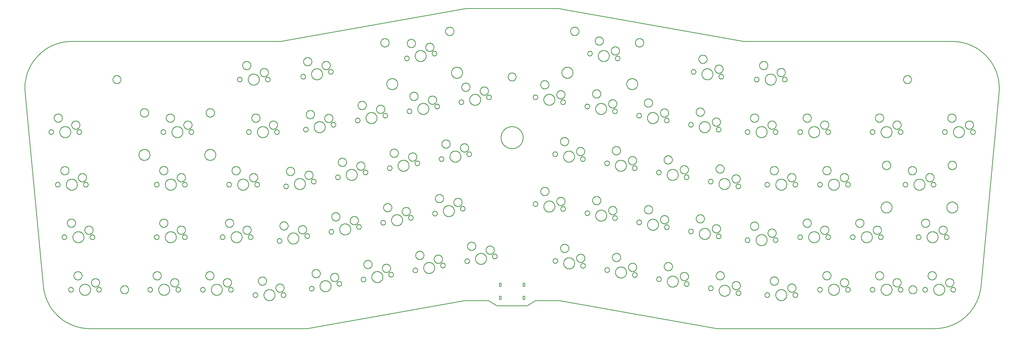
<source format=gbr>
G04 EAGLE Gerber RS-274X export*
G75*
%MOMM*%
%FSLAX34Y34*%
%LPD*%
%IN*%
%IPPOS*%
%AMOC8*
5,1,8,0,0,1.08239X$1,22.5*%
G01*
%ADD10C,0.254000*%


D10*
X-217020Y714430D02*
X-151020Y12830D01*
X-149185Y-766D01*
X-145974Y-15246D01*
X-141515Y-29390D01*
X-135839Y-43093D01*
X-128990Y-56248D01*
X-121022Y-68756D01*
X-111993Y-80523D01*
X-101973Y-91457D01*
X-91038Y-101477D01*
X-79272Y-110505D01*
X-66763Y-118474D01*
X-53608Y-125322D01*
X-39906Y-130998D01*
X-25761Y-135458D01*
X-11281Y-138667D01*
X3423Y-140603D01*
X18240Y-141250D01*
X803730Y-141250D01*
X1373770Y-39780D01*
X1461000Y-39780D01*
X1491000Y-58000D01*
X1601000Y-58000D01*
X1631000Y-39780D01*
X1718230Y-39780D01*
X2288280Y-141250D01*
X3073990Y-141250D01*
X3087754Y-140692D01*
X3102469Y-138847D01*
X3116967Y-135727D01*
X3131138Y-131355D01*
X3144874Y-125765D01*
X3158071Y-118999D01*
X3170627Y-111108D01*
X3182449Y-102153D01*
X3193445Y-92202D01*
X3203531Y-81330D01*
X3212632Y-69621D01*
X3220678Y-57163D01*
X3227607Y-44051D01*
X3233367Y-30385D01*
X3237914Y-16269D01*
X3241213Y-1811D01*
X3243240Y12880D01*
X3309020Y714490D01*
X3309115Y715542D01*
X3309762Y730359D01*
X3309115Y745175D01*
X3307179Y759879D01*
X3303969Y774358D01*
X3299510Y788503D01*
X3293834Y802204D01*
X3286986Y815359D01*
X3279018Y827868D01*
X3269989Y839634D01*
X3259970Y850568D01*
X3249035Y860587D01*
X3237269Y869616D01*
X3224761Y877584D01*
X3211606Y884432D01*
X3197904Y890108D01*
X3183760Y894567D01*
X3169281Y897777D01*
X3154577Y899713D01*
X3139760Y900360D01*
X2383900Y900360D01*
X1712730Y1019820D01*
X1380280Y1019820D01*
X709110Y900360D01*
X-47770Y900360D01*
X-48883Y900356D01*
X-63695Y899612D01*
X-78385Y897580D01*
X-92843Y894275D01*
X-106958Y889722D01*
X-120622Y883957D01*
X-133732Y877023D01*
X-146188Y868972D01*
X-157894Y859867D01*
X-168762Y849776D01*
X-178710Y838776D01*
X-187661Y826951D01*
X-195547Y814391D01*
X-202309Y801191D01*
X-207894Y787452D01*
X-212261Y773279D01*
X-215375Y758779D01*
X-217215Y744063D01*
X-217764Y729242D01*
X-217020Y714430D01*
X1585900Y-33910D02*
X1585905Y-34032D01*
X1585921Y-34153D01*
X1585947Y-34272D01*
X1585984Y-34389D01*
X1586031Y-34502D01*
X1586087Y-34610D01*
X1586153Y-34713D01*
X1586227Y-34810D01*
X1586310Y-34900D01*
X1586400Y-34982D01*
X1586497Y-35057D01*
X1586600Y-35122D01*
X1586708Y-35179D01*
X1586821Y-35226D01*
X1586937Y-35262D01*
X1587057Y-35289D01*
X1587178Y-35305D01*
X1587300Y-35310D01*
X1590500Y-35310D01*
X1590622Y-35305D01*
X1590743Y-35289D01*
X1590862Y-35262D01*
X1590978Y-35226D01*
X1591091Y-35179D01*
X1591200Y-35122D01*
X1591303Y-35057D01*
X1591400Y-34982D01*
X1591490Y-34900D01*
X1591572Y-34810D01*
X1591646Y-34713D01*
X1591712Y-34610D01*
X1591768Y-34502D01*
X1591815Y-34389D01*
X1591852Y-34272D01*
X1591878Y-34153D01*
X1591894Y-34032D01*
X1591900Y-33910D01*
X1591900Y-24710D01*
X1591894Y-24588D01*
X1591878Y-24467D01*
X1591852Y-24348D01*
X1591815Y-24231D01*
X1591768Y-24118D01*
X1591712Y-24010D01*
X1591646Y-23907D01*
X1591572Y-23810D01*
X1591490Y-23720D01*
X1591400Y-23638D01*
X1591303Y-23563D01*
X1591200Y-23498D01*
X1591091Y-23441D01*
X1590978Y-23394D01*
X1590862Y-23358D01*
X1590743Y-23331D01*
X1590622Y-23315D01*
X1590500Y-23310D01*
X1587300Y-23310D01*
X1587178Y-23315D01*
X1587057Y-23331D01*
X1586937Y-23358D01*
X1586821Y-23394D01*
X1586708Y-23441D01*
X1586600Y-23498D01*
X1586497Y-23563D01*
X1586400Y-23638D01*
X1586310Y-23720D01*
X1586227Y-23810D01*
X1586153Y-23907D01*
X1586087Y-24010D01*
X1586031Y-24118D01*
X1585984Y-24231D01*
X1585947Y-24348D01*
X1585921Y-24467D01*
X1585905Y-24588D01*
X1585900Y-24710D01*
X1585900Y-33910D01*
X1500500Y-33910D02*
X1500505Y-34032D01*
X1500521Y-34153D01*
X1500547Y-34272D01*
X1500584Y-34389D01*
X1500631Y-34502D01*
X1500687Y-34610D01*
X1500753Y-34713D01*
X1500827Y-34810D01*
X1500910Y-34900D01*
X1501000Y-34982D01*
X1501097Y-35057D01*
X1501200Y-35122D01*
X1501308Y-35179D01*
X1501421Y-35226D01*
X1501537Y-35262D01*
X1501657Y-35289D01*
X1501778Y-35305D01*
X1501900Y-35310D01*
X1505100Y-35310D01*
X1505222Y-35305D01*
X1505343Y-35289D01*
X1505462Y-35262D01*
X1505578Y-35226D01*
X1505691Y-35179D01*
X1505800Y-35122D01*
X1505903Y-35057D01*
X1506000Y-34982D01*
X1506090Y-34900D01*
X1506172Y-34810D01*
X1506246Y-34713D01*
X1506312Y-34610D01*
X1506368Y-34502D01*
X1506415Y-34389D01*
X1506452Y-34272D01*
X1506478Y-34153D01*
X1506494Y-34032D01*
X1506500Y-33910D01*
X1506500Y-24710D01*
X1506494Y-24588D01*
X1506478Y-24467D01*
X1506452Y-24348D01*
X1506415Y-24231D01*
X1506368Y-24118D01*
X1506312Y-24010D01*
X1506246Y-23907D01*
X1506172Y-23810D01*
X1506090Y-23720D01*
X1506000Y-23638D01*
X1505903Y-23563D01*
X1505800Y-23498D01*
X1505691Y-23441D01*
X1505578Y-23394D01*
X1505462Y-23358D01*
X1505343Y-23331D01*
X1505222Y-23315D01*
X1505100Y-23310D01*
X1501900Y-23310D01*
X1501778Y-23315D01*
X1501657Y-23331D01*
X1501537Y-23358D01*
X1501421Y-23394D01*
X1501308Y-23441D01*
X1501200Y-23498D01*
X1501097Y-23563D01*
X1501000Y-23638D01*
X1500910Y-23720D01*
X1500827Y-23810D01*
X1500753Y-23907D01*
X1500687Y-24010D01*
X1500631Y-24118D01*
X1500584Y-24231D01*
X1500547Y-24348D01*
X1500521Y-24467D01*
X1500505Y-24588D01*
X1500500Y-24710D01*
X1500500Y-33910D01*
X1585900Y13390D02*
X1585905Y13268D01*
X1585921Y13147D01*
X1585947Y13028D01*
X1585984Y12911D01*
X1586031Y12798D01*
X1586087Y12690D01*
X1586153Y12587D01*
X1586227Y12490D01*
X1586310Y12400D01*
X1586400Y12318D01*
X1586497Y12243D01*
X1586600Y12178D01*
X1586708Y12121D01*
X1586821Y12074D01*
X1586937Y12038D01*
X1587057Y12011D01*
X1587178Y11995D01*
X1587300Y11990D01*
X1590500Y11990D01*
X1590622Y11995D01*
X1590743Y12011D01*
X1590862Y12038D01*
X1590978Y12074D01*
X1591091Y12121D01*
X1591200Y12178D01*
X1591303Y12243D01*
X1591400Y12318D01*
X1591490Y12400D01*
X1591572Y12490D01*
X1591646Y12587D01*
X1591712Y12690D01*
X1591768Y12798D01*
X1591815Y12911D01*
X1591852Y13028D01*
X1591878Y13147D01*
X1591894Y13268D01*
X1591900Y13390D01*
X1591900Y22590D01*
X1591894Y22712D01*
X1591878Y22833D01*
X1591852Y22952D01*
X1591815Y23069D01*
X1591768Y23182D01*
X1591712Y23290D01*
X1591646Y23393D01*
X1591572Y23490D01*
X1591490Y23580D01*
X1591400Y23662D01*
X1591303Y23737D01*
X1591200Y23802D01*
X1591091Y23859D01*
X1590978Y23906D01*
X1590862Y23942D01*
X1590743Y23969D01*
X1590622Y23985D01*
X1590500Y23990D01*
X1587300Y23990D01*
X1587178Y23985D01*
X1587057Y23969D01*
X1586937Y23942D01*
X1586821Y23906D01*
X1586708Y23859D01*
X1586600Y23802D01*
X1586497Y23737D01*
X1586400Y23662D01*
X1586310Y23580D01*
X1586227Y23490D01*
X1586153Y23393D01*
X1586087Y23290D01*
X1586031Y23182D01*
X1585984Y23069D01*
X1585947Y22952D01*
X1585921Y22833D01*
X1585905Y22712D01*
X1585900Y22590D01*
X1585900Y13390D01*
X1500500Y13390D02*
X1500505Y13268D01*
X1500521Y13147D01*
X1500547Y13028D01*
X1500584Y12911D01*
X1500631Y12798D01*
X1500687Y12690D01*
X1500753Y12587D01*
X1500827Y12490D01*
X1500910Y12400D01*
X1501000Y12318D01*
X1501097Y12243D01*
X1501200Y12178D01*
X1501308Y12121D01*
X1501421Y12074D01*
X1501537Y12038D01*
X1501657Y12011D01*
X1501778Y11995D01*
X1501900Y11990D01*
X1505100Y11990D01*
X1505222Y11995D01*
X1505343Y12011D01*
X1505462Y12038D01*
X1505578Y12074D01*
X1505691Y12121D01*
X1505800Y12178D01*
X1505903Y12243D01*
X1506000Y12318D01*
X1506090Y12400D01*
X1506172Y12490D01*
X1506246Y12587D01*
X1506312Y12690D01*
X1506368Y12798D01*
X1506415Y12911D01*
X1506452Y13028D01*
X1506478Y13147D01*
X1506494Y13268D01*
X1506500Y13390D01*
X1506500Y22590D01*
X1506494Y22712D01*
X1506478Y22833D01*
X1506452Y22952D01*
X1506415Y23069D01*
X1506368Y23182D01*
X1506312Y23290D01*
X1506246Y23393D01*
X1506172Y23490D01*
X1506090Y23580D01*
X1506000Y23662D01*
X1505903Y23737D01*
X1505800Y23802D01*
X1505691Y23859D01*
X1505578Y23906D01*
X1505462Y23942D01*
X1505343Y23969D01*
X1505222Y23985D01*
X1505100Y23990D01*
X1501900Y23990D01*
X1501778Y23985D01*
X1501657Y23969D01*
X1501537Y23942D01*
X1501421Y23906D01*
X1501308Y23859D01*
X1501200Y23802D01*
X1501097Y23737D01*
X1501000Y23662D01*
X1500910Y23580D01*
X1500827Y23490D01*
X1500753Y23393D01*
X1500687Y23290D01*
X1500631Y23182D01*
X1500584Y23069D01*
X1500547Y22952D01*
X1500521Y22833D01*
X1500505Y22712D01*
X1500500Y22590D01*
X1500500Y13390D01*
X3079880Y380628D02*
X3079815Y379888D01*
X3079686Y379156D01*
X3079494Y378439D01*
X3079240Y377740D01*
X3078926Y377067D01*
X3078554Y376423D01*
X3078128Y375815D01*
X3077650Y375245D01*
X3077125Y374720D01*
X3076556Y374242D01*
X3075947Y373816D01*
X3075303Y373444D01*
X3074630Y373130D01*
X3073931Y372876D01*
X3073214Y372684D01*
X3072482Y372555D01*
X3071742Y372490D01*
X3070998Y372490D01*
X3070258Y372555D01*
X3069526Y372684D01*
X3068809Y372876D01*
X3068110Y373130D01*
X3067437Y373444D01*
X3066793Y373816D01*
X3066185Y374242D01*
X3065615Y374720D01*
X3065090Y375245D01*
X3064612Y375815D01*
X3064186Y376423D01*
X3063814Y377067D01*
X3063500Y377740D01*
X3063246Y378439D01*
X3063054Y379156D01*
X3062925Y379888D01*
X3062860Y380628D01*
X3062860Y381372D01*
X3062925Y382112D01*
X3063054Y382844D01*
X3063246Y383561D01*
X3063500Y384260D01*
X3063814Y384933D01*
X3064186Y385577D01*
X3064612Y386186D01*
X3065090Y386755D01*
X3065615Y387280D01*
X3066185Y387758D01*
X3066793Y388184D01*
X3067437Y388556D01*
X3068110Y388870D01*
X3068809Y389124D01*
X3069526Y389316D01*
X3070258Y389445D01*
X3070998Y389510D01*
X3071742Y389510D01*
X3072482Y389445D01*
X3073214Y389316D01*
X3073931Y389124D01*
X3074630Y388870D01*
X3075303Y388556D01*
X3075947Y388184D01*
X3076556Y387758D01*
X3077125Y387280D01*
X3077650Y386755D01*
X3078128Y386186D01*
X3078554Y385577D01*
X3078926Y384933D01*
X3079240Y384260D01*
X3079494Y383561D01*
X3079686Y382844D01*
X3079815Y382112D01*
X3079880Y381372D01*
X3079880Y380628D01*
X1560460Y770942D02*
X1560386Y769909D01*
X1560239Y768884D01*
X1560019Y767872D01*
X1559727Y766878D01*
X1559365Y765908D01*
X1558935Y764965D01*
X1558438Y764056D01*
X1557878Y763185D01*
X1557258Y762356D01*
X1556579Y761573D01*
X1555847Y760841D01*
X1555064Y760163D01*
X1554235Y759542D01*
X1553364Y758982D01*
X1552455Y758485D01*
X1551512Y758055D01*
X1550542Y757693D01*
X1549548Y757401D01*
X1548536Y757181D01*
X1547511Y757034D01*
X1546478Y756960D01*
X1545442Y756960D01*
X1544409Y757034D01*
X1543384Y757181D01*
X1542372Y757401D01*
X1541378Y757693D01*
X1540408Y758055D01*
X1539465Y758485D01*
X1538556Y758982D01*
X1537685Y759542D01*
X1536856Y760163D01*
X1536073Y760841D01*
X1535341Y761573D01*
X1534663Y762356D01*
X1534042Y763185D01*
X1533482Y764056D01*
X1532985Y764965D01*
X1532555Y765908D01*
X1532193Y766878D01*
X1531901Y767872D01*
X1531681Y768884D01*
X1531534Y769909D01*
X1531460Y770942D01*
X1531460Y771978D01*
X1531534Y773011D01*
X1531681Y774036D01*
X1531901Y775048D01*
X1532193Y776042D01*
X1532555Y777012D01*
X1532985Y777955D01*
X1533482Y778864D01*
X1534042Y779735D01*
X1534663Y780564D01*
X1535341Y781347D01*
X1536073Y782079D01*
X1536856Y782758D01*
X1537685Y783378D01*
X1538556Y783938D01*
X1539465Y784435D01*
X1540408Y784865D01*
X1541378Y785227D01*
X1542372Y785519D01*
X1543384Y785739D01*
X1544409Y785886D01*
X1545442Y785960D01*
X1546478Y785960D01*
X1547511Y785886D01*
X1548536Y785739D01*
X1549548Y785519D01*
X1550542Y785227D01*
X1551512Y784865D01*
X1552455Y784435D01*
X1553364Y783938D01*
X1554235Y783378D01*
X1555064Y782758D01*
X1555847Y782079D01*
X1556579Y781347D01*
X1557258Y780564D01*
X1557878Y779735D01*
X1558438Y778864D01*
X1558935Y777955D01*
X1559365Y777012D01*
X1559727Y776042D01*
X1560019Y775048D01*
X1560239Y774036D01*
X1560386Y773011D01*
X1560460Y771978D01*
X1560460Y770942D01*
X2960820Y571128D02*
X2960755Y570388D01*
X2960626Y569656D01*
X2960434Y568939D01*
X2960180Y568240D01*
X2959866Y567567D01*
X2959494Y566923D01*
X2959068Y566315D01*
X2958590Y565745D01*
X2958065Y565220D01*
X2957496Y564742D01*
X2956887Y564316D01*
X2956243Y563944D01*
X2955570Y563630D01*
X2954871Y563376D01*
X2954154Y563184D01*
X2953422Y563055D01*
X2952682Y562990D01*
X2951938Y562990D01*
X2951198Y563055D01*
X2950466Y563184D01*
X2949749Y563376D01*
X2949050Y563630D01*
X2948377Y563944D01*
X2947733Y564316D01*
X2947125Y564742D01*
X2946555Y565220D01*
X2946030Y565745D01*
X2945552Y566315D01*
X2945126Y566923D01*
X2944754Y567567D01*
X2944440Y568240D01*
X2944186Y568939D01*
X2943994Y569656D01*
X2943865Y570388D01*
X2943800Y571128D01*
X2943800Y571872D01*
X2943865Y572612D01*
X2943994Y573344D01*
X2944186Y574061D01*
X2944440Y574760D01*
X2944754Y575433D01*
X2945126Y576077D01*
X2945552Y576686D01*
X2946030Y577255D01*
X2946555Y577780D01*
X2947125Y578258D01*
X2947733Y578684D01*
X2948377Y579056D01*
X2949050Y579370D01*
X2949749Y579624D01*
X2950466Y579816D01*
X2951198Y579945D01*
X2951938Y580010D01*
X2952682Y580010D01*
X2953422Y579945D01*
X2954154Y579816D01*
X2954871Y579624D01*
X2955570Y579370D01*
X2956243Y579056D01*
X2956887Y578684D01*
X2957496Y578258D01*
X2958065Y577780D01*
X2958590Y577255D01*
X2959068Y576686D01*
X2959494Y576077D01*
X2959866Y575433D01*
X2960180Y574760D01*
X2960434Y574061D01*
X2960626Y573344D01*
X2960755Y572612D01*
X2960820Y571872D01*
X2960820Y571128D01*
X2022520Y894956D02*
X2022442Y893870D01*
X2022287Y892792D01*
X2022056Y891729D01*
X2021749Y890684D01*
X2021369Y889664D01*
X2020917Y888674D01*
X2020395Y887719D01*
X2019806Y886803D01*
X2019154Y885931D01*
X2018441Y885109D01*
X2017671Y884339D01*
X2016849Y883626D01*
X2015977Y882974D01*
X2015061Y882385D01*
X2014106Y881863D01*
X2013116Y881411D01*
X2012096Y881031D01*
X2011051Y880724D01*
X2009988Y880493D01*
X2008910Y880338D01*
X2007824Y880260D01*
X2006736Y880260D01*
X2005650Y880338D01*
X2004572Y880493D01*
X2003509Y880724D01*
X2002464Y881031D01*
X2001444Y881411D01*
X2000454Y881863D01*
X1999499Y882385D01*
X1998583Y882974D01*
X1997711Y883626D01*
X1996889Y884339D01*
X1996119Y885109D01*
X1995406Y885931D01*
X1994754Y886803D01*
X1994165Y887719D01*
X1993643Y888674D01*
X1993191Y889664D01*
X1992811Y890684D01*
X1992504Y891729D01*
X1992273Y892792D01*
X1992118Y893870D01*
X1992040Y894956D01*
X1992040Y896044D01*
X1992118Y897130D01*
X1992273Y898208D01*
X1992504Y899271D01*
X1992811Y900316D01*
X1993191Y901336D01*
X1993643Y902326D01*
X1994165Y903281D01*
X1994754Y904197D01*
X1995406Y905069D01*
X1996119Y905891D01*
X1996889Y906661D01*
X1997711Y907374D01*
X1998583Y908026D01*
X1999499Y908615D01*
X2000454Y909137D01*
X2001444Y909589D01*
X2002464Y909969D01*
X2003509Y910276D01*
X2004572Y910507D01*
X2005650Y910662D01*
X2006736Y910740D01*
X2007824Y910740D01*
X2008910Y910662D01*
X2009988Y910507D01*
X2011051Y910276D01*
X2012096Y909969D01*
X2013116Y909589D01*
X2014106Y909137D01*
X2015061Y908615D01*
X2015977Y908026D01*
X2016849Y907374D01*
X2017671Y906661D01*
X2018441Y905891D01*
X2019154Y905069D01*
X2019806Y904197D01*
X2020395Y903281D01*
X2020917Y902326D01*
X2021369Y901336D01*
X2021749Y900316D01*
X2022056Y899271D01*
X2022287Y898208D01*
X2022442Y897130D01*
X2022520Y896044D01*
X2022520Y894956D01*
X2859220Y571128D02*
X2859155Y570388D01*
X2859026Y569656D01*
X2858834Y568939D01*
X2858580Y568240D01*
X2858266Y567567D01*
X2857894Y566923D01*
X2857468Y566315D01*
X2856990Y565745D01*
X2856465Y565220D01*
X2855896Y564742D01*
X2855287Y564316D01*
X2854643Y563944D01*
X2853970Y563630D01*
X2853271Y563376D01*
X2852554Y563184D01*
X2851822Y563055D01*
X2851082Y562990D01*
X2850338Y562990D01*
X2849598Y563055D01*
X2848866Y563184D01*
X2848149Y563376D01*
X2847450Y563630D01*
X2846777Y563944D01*
X2846133Y564316D01*
X2845525Y564742D01*
X2844955Y565220D01*
X2844430Y565745D01*
X2843952Y566315D01*
X2843526Y566923D01*
X2843154Y567567D01*
X2842840Y568240D01*
X2842586Y568939D01*
X2842394Y569656D01*
X2842265Y570388D01*
X2842200Y571128D01*
X2842200Y571872D01*
X2842265Y572612D01*
X2842394Y573344D01*
X2842586Y574061D01*
X2842840Y574760D01*
X2843154Y575433D01*
X2843526Y576077D01*
X2843952Y576686D01*
X2844430Y577255D01*
X2844955Y577780D01*
X2845525Y578258D01*
X2846133Y578684D01*
X2846777Y579056D01*
X2847450Y579370D01*
X2848149Y579624D01*
X2848866Y579816D01*
X2849598Y579945D01*
X2850338Y580010D01*
X2851082Y580010D01*
X2851822Y579945D01*
X2852554Y579816D01*
X2853271Y579624D01*
X2853970Y579370D01*
X2854643Y579056D01*
X2855287Y578684D01*
X2855896Y578258D01*
X2856465Y577780D01*
X2856990Y577255D01*
X2857468Y576686D01*
X2857894Y576077D01*
X2858266Y575433D01*
X2858580Y574760D01*
X2858834Y574061D01*
X2859026Y573344D01*
X2859155Y572612D01*
X2859220Y571872D01*
X2859220Y571128D01*
X2921510Y570896D02*
X2921437Y569689D01*
X2921291Y568489D01*
X2921073Y567300D01*
X2920784Y566127D01*
X2920425Y564973D01*
X2919996Y563843D01*
X2919500Y562741D01*
X2918938Y561670D01*
X2918313Y560636D01*
X2917626Y559641D01*
X2916881Y558690D01*
X2916079Y557785D01*
X2915225Y556931D01*
X2914320Y556129D01*
X2913369Y555384D01*
X2912374Y554697D01*
X2911340Y554072D01*
X2910269Y553510D01*
X2909167Y553014D01*
X2908037Y552585D01*
X2906883Y552226D01*
X2905710Y551937D01*
X2904521Y551719D01*
X2903321Y551573D01*
X2902114Y551500D01*
X2900906Y551500D01*
X2899699Y551573D01*
X2898499Y551719D01*
X2897310Y551937D01*
X2896137Y552226D01*
X2894983Y552585D01*
X2893853Y553014D01*
X2892751Y553510D01*
X2891680Y554072D01*
X2890646Y554697D01*
X2889651Y555384D01*
X2888700Y556129D01*
X2887795Y556931D01*
X2886941Y557785D01*
X2886139Y558690D01*
X2885394Y559641D01*
X2884707Y560636D01*
X2884082Y561670D01*
X2883520Y562741D01*
X2883024Y563843D01*
X2882595Y564973D01*
X2882236Y566127D01*
X2881947Y567300D01*
X2881729Y568489D01*
X2881583Y569689D01*
X2881510Y570896D01*
X2881510Y572104D01*
X2881583Y573311D01*
X2881729Y574511D01*
X2881947Y575700D01*
X2882236Y576873D01*
X2882595Y578027D01*
X2883024Y579157D01*
X2883520Y580259D01*
X2884082Y581330D01*
X2884707Y582364D01*
X2885394Y583359D01*
X2886139Y584310D01*
X2886941Y585215D01*
X2887795Y586069D01*
X2888700Y586871D01*
X2889651Y587616D01*
X2890646Y588303D01*
X2891680Y588928D01*
X2892751Y589490D01*
X2893853Y589986D01*
X2894983Y590415D01*
X2896137Y590774D01*
X2897310Y591063D01*
X2898499Y591281D01*
X2899699Y591427D01*
X2900906Y591500D01*
X2902114Y591500D01*
X2903321Y591427D01*
X2904521Y591281D01*
X2905710Y591063D01*
X2906883Y590774D01*
X2908037Y590415D01*
X2909167Y589986D01*
X2910269Y589490D01*
X2911340Y588928D01*
X2912374Y588303D01*
X2913369Y587616D01*
X2914320Y586871D01*
X2915225Y586069D01*
X2916079Y585215D01*
X2916881Y584310D01*
X2917626Y583359D01*
X2918313Y582364D01*
X2918938Y581330D01*
X2919500Y580259D01*
X2919996Y579157D01*
X2920425Y578027D01*
X2920784Y576873D01*
X2921073Y575700D01*
X2921291Y574511D01*
X2921437Y573311D01*
X2921510Y572104D01*
X2921510Y570896D01*
X1391890Y102928D02*
X1391825Y102188D01*
X1391696Y101456D01*
X1391504Y100739D01*
X1391250Y100040D01*
X1390936Y99367D01*
X1390564Y98723D01*
X1390138Y98115D01*
X1389660Y97545D01*
X1389135Y97020D01*
X1388566Y96542D01*
X1387957Y96116D01*
X1387313Y95744D01*
X1386640Y95430D01*
X1385941Y95176D01*
X1385224Y94984D01*
X1384492Y94855D01*
X1383752Y94790D01*
X1383008Y94790D01*
X1382268Y94855D01*
X1381536Y94984D01*
X1380819Y95176D01*
X1380120Y95430D01*
X1379447Y95744D01*
X1378803Y96116D01*
X1378195Y96542D01*
X1377625Y97020D01*
X1377100Y97545D01*
X1376622Y98115D01*
X1376196Y98723D01*
X1375824Y99367D01*
X1375510Y100040D01*
X1375256Y100739D01*
X1375064Y101456D01*
X1374935Y102188D01*
X1374870Y102928D01*
X1374870Y103672D01*
X1374935Y104412D01*
X1375064Y105144D01*
X1375256Y105861D01*
X1375510Y106560D01*
X1375824Y107233D01*
X1376196Y107877D01*
X1376622Y108486D01*
X1377100Y109055D01*
X1377625Y109580D01*
X1378195Y110058D01*
X1378803Y110484D01*
X1379447Y110856D01*
X1380120Y111170D01*
X1380819Y111424D01*
X1381536Y111616D01*
X1382268Y111745D01*
X1383008Y111810D01*
X1383752Y111810D01*
X1384492Y111745D01*
X1385224Y111616D01*
X1385941Y111424D01*
X1386640Y111170D01*
X1387313Y110856D01*
X1387957Y110484D01*
X1388566Y110058D01*
X1389135Y109580D01*
X1389660Y109055D01*
X1390138Y108486D01*
X1390564Y107877D01*
X1390936Y107233D01*
X1391250Y106560D01*
X1391504Y105861D01*
X1391696Y105144D01*
X1391825Y104412D01*
X1391890Y103672D01*
X1391890Y102928D01*
X3049720Y-372D02*
X3049655Y-1112D01*
X3049526Y-1844D01*
X3049334Y-2561D01*
X3049080Y-3260D01*
X3048766Y-3933D01*
X3048394Y-4577D01*
X3047968Y-5186D01*
X3047490Y-5755D01*
X3046965Y-6280D01*
X3046396Y-6758D01*
X3045787Y-7184D01*
X3045143Y-7556D01*
X3044470Y-7870D01*
X3043771Y-8124D01*
X3043054Y-8316D01*
X3042322Y-8445D01*
X3041582Y-8510D01*
X3040838Y-8510D01*
X3040098Y-8445D01*
X3039366Y-8316D01*
X3038649Y-8124D01*
X3037950Y-7870D01*
X3037277Y-7556D01*
X3036633Y-7184D01*
X3036025Y-6758D01*
X3035455Y-6280D01*
X3034930Y-5755D01*
X3034452Y-5186D01*
X3034026Y-4577D01*
X3033654Y-3933D01*
X3033340Y-3260D01*
X3033086Y-2561D01*
X3032894Y-1844D01*
X3032765Y-1112D01*
X3032700Y-372D01*
X3032700Y372D01*
X3032765Y1112D01*
X3032894Y1844D01*
X3033086Y2561D01*
X3033340Y3260D01*
X3033654Y3933D01*
X3034026Y4577D01*
X3034452Y5186D01*
X3034930Y5755D01*
X3035455Y6280D01*
X3036025Y6758D01*
X3036633Y7184D01*
X3037277Y7556D01*
X3037950Y7870D01*
X3038649Y8124D01*
X3039366Y8316D01*
X3040098Y8445D01*
X3040838Y8510D01*
X3041582Y8510D01*
X3042322Y8445D01*
X3043054Y8316D01*
X3043771Y8124D01*
X3044470Y7870D01*
X3045143Y7556D01*
X3045787Y7184D01*
X3046396Y6758D01*
X3046965Y6280D01*
X3047490Y5755D01*
X3047968Y5186D01*
X3048394Y4577D01*
X3048766Y3933D01*
X3049080Y3260D01*
X3049334Y2561D01*
X3049526Y1844D01*
X3049655Y1112D01*
X3049720Y372D01*
X3049720Y-372D01*
X1639140Y697178D02*
X1639075Y696438D01*
X1638946Y695706D01*
X1638754Y694989D01*
X1638500Y694290D01*
X1638186Y693617D01*
X1637814Y692973D01*
X1637388Y692365D01*
X1636910Y691795D01*
X1636385Y691270D01*
X1635816Y690792D01*
X1635207Y690366D01*
X1634563Y689994D01*
X1633890Y689680D01*
X1633191Y689426D01*
X1632474Y689234D01*
X1631742Y689105D01*
X1631002Y689040D01*
X1630258Y689040D01*
X1629518Y689105D01*
X1628786Y689234D01*
X1628069Y689426D01*
X1627370Y689680D01*
X1626697Y689994D01*
X1626053Y690366D01*
X1625445Y690792D01*
X1624875Y691270D01*
X1624350Y691795D01*
X1623872Y692365D01*
X1623446Y692973D01*
X1623074Y693617D01*
X1622760Y694290D01*
X1622506Y694989D01*
X1622314Y695706D01*
X1622185Y696438D01*
X1622120Y697178D01*
X1622120Y697922D01*
X1622185Y698662D01*
X1622314Y699394D01*
X1622506Y700111D01*
X1622760Y700810D01*
X1623074Y701483D01*
X1623446Y702127D01*
X1623872Y702736D01*
X1624350Y703305D01*
X1624875Y703830D01*
X1625445Y704308D01*
X1626053Y704734D01*
X1626697Y705106D01*
X1627370Y705420D01*
X1628069Y705674D01*
X1628786Y705866D01*
X1629518Y705995D01*
X1630258Y706060D01*
X1631002Y706060D01*
X1631742Y705995D01*
X1632474Y705866D01*
X1633191Y705674D01*
X1633890Y705420D01*
X1634563Y705106D01*
X1635207Y704734D01*
X1635816Y704308D01*
X1636385Y703830D01*
X1636910Y703305D01*
X1637388Y702736D01*
X1637814Y702127D01*
X1638186Y701483D01*
X1638500Y700810D01*
X1638754Y700111D01*
X1638946Y699394D01*
X1639075Y698662D01*
X1639140Y697922D01*
X1639140Y697178D01*
X1244740Y655046D02*
X1244667Y653839D01*
X1244521Y652639D01*
X1244303Y651450D01*
X1244014Y650277D01*
X1243655Y649123D01*
X1243226Y647993D01*
X1242730Y646891D01*
X1242168Y645820D01*
X1241543Y644786D01*
X1240856Y643791D01*
X1240111Y642840D01*
X1239309Y641935D01*
X1238455Y641081D01*
X1237550Y640279D01*
X1236599Y639534D01*
X1235604Y638847D01*
X1234570Y638222D01*
X1233499Y637660D01*
X1232397Y637164D01*
X1231267Y636735D01*
X1230113Y636376D01*
X1228940Y636087D01*
X1227751Y635869D01*
X1226551Y635723D01*
X1225344Y635650D01*
X1224136Y635650D01*
X1222929Y635723D01*
X1221729Y635869D01*
X1220540Y636087D01*
X1219367Y636376D01*
X1218213Y636735D01*
X1217083Y637164D01*
X1215981Y637660D01*
X1214910Y638222D01*
X1213876Y638847D01*
X1212881Y639534D01*
X1211930Y640279D01*
X1211025Y641081D01*
X1210171Y641935D01*
X1209369Y642840D01*
X1208624Y643791D01*
X1207937Y644786D01*
X1207312Y645820D01*
X1206750Y646891D01*
X1206254Y647993D01*
X1205825Y649123D01*
X1205466Y650277D01*
X1205177Y651450D01*
X1204959Y652639D01*
X1204813Y653839D01*
X1204740Y655046D01*
X1204740Y656254D01*
X1204813Y657461D01*
X1204959Y658661D01*
X1205177Y659850D01*
X1205466Y661023D01*
X1205825Y662177D01*
X1206254Y663307D01*
X1206750Y664409D01*
X1207312Y665480D01*
X1207937Y666514D01*
X1208624Y667509D01*
X1209369Y668460D01*
X1210171Y669365D01*
X1211025Y670219D01*
X1211930Y671021D01*
X1212881Y671766D01*
X1213876Y672453D01*
X1214910Y673078D01*
X1215981Y673640D01*
X1217083Y674136D01*
X1218213Y674565D01*
X1219367Y674924D01*
X1220540Y675213D01*
X1221729Y675431D01*
X1222929Y675577D01*
X1224136Y675650D01*
X1225344Y675650D01*
X1226551Y675577D01*
X1227751Y675431D01*
X1228940Y675213D01*
X1230113Y674924D01*
X1231267Y674565D01*
X1232397Y674136D01*
X1233499Y673640D01*
X1234570Y673078D01*
X1235604Y672453D01*
X1236599Y671766D01*
X1237550Y671021D01*
X1238455Y670219D01*
X1239309Y669365D01*
X1240111Y668460D01*
X1240856Y667509D01*
X1241543Y666514D01*
X1242168Y665480D01*
X1242730Y664409D01*
X1243226Y663307D01*
X1243655Y662177D01*
X1244014Y661023D01*
X1244303Y659850D01*
X1244521Y658661D01*
X1244667Y657461D01*
X1244740Y656254D01*
X1244740Y655046D01*
X2469070Y570896D02*
X2468997Y569689D01*
X2468851Y568489D01*
X2468633Y567300D01*
X2468344Y566127D01*
X2467985Y564973D01*
X2467556Y563843D01*
X2467060Y562741D01*
X2466498Y561670D01*
X2465873Y560636D01*
X2465186Y559641D01*
X2464441Y558690D01*
X2463639Y557785D01*
X2462785Y556931D01*
X2461880Y556129D01*
X2460929Y555384D01*
X2459934Y554697D01*
X2458900Y554072D01*
X2457829Y553510D01*
X2456727Y553014D01*
X2455597Y552585D01*
X2454443Y552226D01*
X2453270Y551937D01*
X2452081Y551719D01*
X2450881Y551573D01*
X2449674Y551500D01*
X2448466Y551500D01*
X2447259Y551573D01*
X2446059Y551719D01*
X2444870Y551937D01*
X2443697Y552226D01*
X2442543Y552585D01*
X2441413Y553014D01*
X2440311Y553510D01*
X2439240Y554072D01*
X2438206Y554697D01*
X2437211Y555384D01*
X2436260Y556129D01*
X2435355Y556931D01*
X2434501Y557785D01*
X2433699Y558690D01*
X2432954Y559641D01*
X2432267Y560636D01*
X2431642Y561670D01*
X2431080Y562741D01*
X2430584Y563843D01*
X2430155Y564973D01*
X2429796Y566127D01*
X2429507Y567300D01*
X2429289Y568489D01*
X2429143Y569689D01*
X2429070Y570896D01*
X2429070Y572104D01*
X2429143Y573311D01*
X2429289Y574511D01*
X2429507Y575700D01*
X2429796Y576873D01*
X2430155Y578027D01*
X2430584Y579157D01*
X2431080Y580259D01*
X2431642Y581330D01*
X2432267Y582364D01*
X2432954Y583359D01*
X2433699Y584310D01*
X2434501Y585215D01*
X2435355Y586069D01*
X2436260Y586871D01*
X2437211Y587616D01*
X2438206Y588303D01*
X2439240Y588928D01*
X2440311Y589490D01*
X2441413Y589986D01*
X2442543Y590415D01*
X2443697Y590774D01*
X2444870Y591063D01*
X2446059Y591281D01*
X2447259Y591427D01*
X2448466Y591500D01*
X2449674Y591500D01*
X2450881Y591427D01*
X2452081Y591281D01*
X2453270Y591063D01*
X2454443Y590774D01*
X2455597Y590415D01*
X2456727Y589986D01*
X2457829Y589490D01*
X2458900Y588928D01*
X2459934Y588303D01*
X2460929Y587616D01*
X2461880Y586871D01*
X2462785Y586069D01*
X2463639Y585215D01*
X2464441Y584310D01*
X2465186Y583359D01*
X2465873Y582364D01*
X2466498Y581330D01*
X2467060Y580259D01*
X2467556Y579157D01*
X2467985Y578027D01*
X2468344Y576873D01*
X2468633Y575700D01*
X2468851Y574511D01*
X2468997Y573311D01*
X2469070Y572104D01*
X2469070Y570896D01*
X568570Y761628D02*
X568505Y760888D01*
X568376Y760156D01*
X568184Y759439D01*
X567930Y758740D01*
X567616Y758067D01*
X567244Y757423D01*
X566818Y756815D01*
X566340Y756245D01*
X565815Y755720D01*
X565246Y755242D01*
X564637Y754816D01*
X563993Y754444D01*
X563320Y754130D01*
X562621Y753876D01*
X561904Y753684D01*
X561172Y753555D01*
X560432Y753490D01*
X559688Y753490D01*
X558948Y753555D01*
X558216Y753684D01*
X557499Y753876D01*
X556800Y754130D01*
X556127Y754444D01*
X555483Y754816D01*
X554875Y755242D01*
X554305Y755720D01*
X553780Y756245D01*
X553302Y756815D01*
X552876Y757423D01*
X552504Y758067D01*
X552190Y758740D01*
X551936Y759439D01*
X551744Y760156D01*
X551615Y760888D01*
X551550Y761628D01*
X551550Y762372D01*
X551615Y763112D01*
X551744Y763844D01*
X551936Y764561D01*
X552190Y765260D01*
X552504Y765933D01*
X552876Y766577D01*
X553302Y767186D01*
X553780Y767755D01*
X554305Y768280D01*
X554875Y768758D01*
X555483Y769184D01*
X556127Y769556D01*
X556800Y769870D01*
X557499Y770124D01*
X558216Y770316D01*
X558948Y770445D01*
X559688Y770510D01*
X560432Y770510D01*
X561172Y770445D01*
X561904Y770316D01*
X562621Y770124D01*
X563320Y769870D01*
X563993Y769556D01*
X564637Y769184D01*
X565246Y768758D01*
X565815Y768280D01*
X566340Y767755D01*
X566818Y767186D01*
X567244Y766577D01*
X567616Y765933D01*
X567930Y765260D01*
X568184Y764561D01*
X568376Y763844D01*
X568505Y763112D01*
X568570Y762372D01*
X568570Y761628D01*
X869530Y588886D02*
X869457Y587679D01*
X869311Y586479D01*
X869093Y585290D01*
X868804Y584117D01*
X868445Y582963D01*
X868016Y581833D01*
X867520Y580731D01*
X866958Y579660D01*
X866333Y578626D01*
X865646Y577631D01*
X864901Y576680D01*
X864099Y575775D01*
X863245Y574921D01*
X862340Y574119D01*
X861389Y573374D01*
X860394Y572687D01*
X859360Y572062D01*
X858289Y571500D01*
X857187Y571004D01*
X856057Y570575D01*
X854903Y570216D01*
X853730Y569927D01*
X852541Y569709D01*
X851341Y569563D01*
X850134Y569490D01*
X848926Y569490D01*
X847719Y569563D01*
X846519Y569709D01*
X845330Y569927D01*
X844157Y570216D01*
X843003Y570575D01*
X841873Y571004D01*
X840771Y571500D01*
X839700Y572062D01*
X838666Y572687D01*
X837671Y573374D01*
X836720Y574119D01*
X835815Y574921D01*
X834961Y575775D01*
X834159Y576680D01*
X833414Y577631D01*
X832727Y578626D01*
X832102Y579660D01*
X831540Y580731D01*
X831044Y581833D01*
X830615Y582963D01*
X830256Y584117D01*
X829967Y585290D01*
X829749Y586479D01*
X829603Y587679D01*
X829530Y588886D01*
X829530Y590094D01*
X829603Y591301D01*
X829749Y592501D01*
X829967Y593690D01*
X830256Y594863D01*
X830615Y596017D01*
X831044Y597147D01*
X831540Y598249D01*
X832102Y599320D01*
X832727Y600354D01*
X833414Y601349D01*
X834159Y602300D01*
X834961Y603205D01*
X835815Y604059D01*
X836720Y604861D01*
X837671Y605606D01*
X838666Y606293D01*
X839700Y606918D01*
X840771Y607480D01*
X841873Y607976D01*
X843003Y608405D01*
X844157Y608764D01*
X845330Y609053D01*
X846519Y609271D01*
X847719Y609417D01*
X848926Y609490D01*
X850134Y609490D01*
X851341Y609417D01*
X852541Y609271D01*
X853730Y609053D01*
X854903Y608764D01*
X856057Y608405D01*
X857187Y607976D01*
X858289Y607480D01*
X859360Y606918D01*
X860394Y606293D01*
X861389Y605606D01*
X862340Y604861D01*
X863245Y604059D01*
X864099Y603205D01*
X864901Y602300D01*
X865646Y601349D01*
X866333Y600354D01*
X866958Y599320D01*
X867520Y598249D01*
X868016Y597147D01*
X868445Y596017D01*
X868804Y594863D01*
X869093Y593690D01*
X869311Y592501D01*
X869457Y591301D01*
X869530Y590094D01*
X869530Y588886D01*
X1739400Y292618D02*
X1739335Y291878D01*
X1739206Y291146D01*
X1739014Y290429D01*
X1738760Y289730D01*
X1738446Y289057D01*
X1738074Y288413D01*
X1737648Y287805D01*
X1737170Y287235D01*
X1736645Y286710D01*
X1736076Y286232D01*
X1735467Y285806D01*
X1734823Y285434D01*
X1734150Y285120D01*
X1733451Y284866D01*
X1732734Y284674D01*
X1732002Y284545D01*
X1731262Y284480D01*
X1730518Y284480D01*
X1729778Y284545D01*
X1729046Y284674D01*
X1728329Y284866D01*
X1727630Y285120D01*
X1726957Y285434D01*
X1726313Y285806D01*
X1725705Y286232D01*
X1725135Y286710D01*
X1724610Y287235D01*
X1724132Y287805D01*
X1723706Y288413D01*
X1723334Y289057D01*
X1723020Y289730D01*
X1722766Y290429D01*
X1722574Y291146D01*
X1722445Y291878D01*
X1722380Y292618D01*
X1722380Y293362D01*
X1722445Y294102D01*
X1722574Y294834D01*
X1722766Y295551D01*
X1723020Y296250D01*
X1723334Y296923D01*
X1723706Y297567D01*
X1724132Y298176D01*
X1724610Y298745D01*
X1725135Y299270D01*
X1725705Y299748D01*
X1726313Y300174D01*
X1726957Y300546D01*
X1727630Y300860D01*
X1728329Y301114D01*
X1729046Y301306D01*
X1729778Y301435D01*
X1730518Y301500D01*
X1731262Y301500D01*
X1732002Y301435D01*
X1732734Y301306D01*
X1733451Y301114D01*
X1734150Y300860D01*
X1734823Y300546D01*
X1735467Y300174D01*
X1736076Y299748D01*
X1736645Y299270D01*
X1737170Y298745D01*
X1737648Y298176D01*
X1738074Y297567D01*
X1738446Y296923D01*
X1738760Y296250D01*
X1739014Y295551D01*
X1739206Y294834D01*
X1739335Y294102D01*
X1739400Y293362D01*
X1739400Y292618D01*
X608000Y190128D02*
X607935Y189388D01*
X607806Y188656D01*
X607614Y187939D01*
X607360Y187240D01*
X607046Y186567D01*
X606674Y185923D01*
X606248Y185315D01*
X605770Y184745D01*
X605245Y184220D01*
X604676Y183742D01*
X604067Y183316D01*
X603423Y182944D01*
X602750Y182630D01*
X602051Y182376D01*
X601334Y182184D01*
X600602Y182055D01*
X599862Y181990D01*
X599118Y181990D01*
X598378Y182055D01*
X597646Y182184D01*
X596929Y182376D01*
X596230Y182630D01*
X595557Y182944D01*
X594913Y183316D01*
X594305Y183742D01*
X593735Y184220D01*
X593210Y184745D01*
X592732Y185315D01*
X592306Y185923D01*
X591934Y186567D01*
X591620Y187240D01*
X591366Y187939D01*
X591174Y188656D01*
X591045Y189388D01*
X590980Y190128D01*
X590980Y190872D01*
X591045Y191612D01*
X591174Y192344D01*
X591366Y193061D01*
X591620Y193760D01*
X591934Y194433D01*
X592306Y195077D01*
X592732Y195686D01*
X593210Y196255D01*
X593735Y196780D01*
X594305Y197258D01*
X594913Y197684D01*
X595557Y198056D01*
X596230Y198370D01*
X596929Y198624D01*
X597646Y198816D01*
X598378Y198945D01*
X599118Y199010D01*
X599862Y199010D01*
X600602Y198945D01*
X601334Y198816D01*
X602051Y198624D01*
X602750Y198370D01*
X603423Y198056D01*
X604067Y197684D01*
X604676Y197258D01*
X605245Y196780D01*
X605770Y196255D01*
X606248Y195686D01*
X606674Y195077D01*
X607046Y194433D01*
X607360Y193760D01*
X607614Y193061D01*
X607806Y192344D01*
X607935Y191612D01*
X608000Y190872D01*
X608000Y190128D01*
X1639340Y310268D02*
X1639275Y309528D01*
X1639146Y308796D01*
X1638954Y308079D01*
X1638700Y307380D01*
X1638386Y306707D01*
X1638014Y306063D01*
X1637588Y305455D01*
X1637110Y304885D01*
X1636585Y304360D01*
X1636016Y303882D01*
X1635407Y303456D01*
X1634763Y303084D01*
X1634090Y302770D01*
X1633391Y302516D01*
X1632674Y302324D01*
X1631942Y302195D01*
X1631202Y302130D01*
X1630458Y302130D01*
X1629718Y302195D01*
X1628986Y302324D01*
X1628269Y302516D01*
X1627570Y302770D01*
X1626897Y303084D01*
X1626253Y303456D01*
X1625645Y303882D01*
X1625075Y304360D01*
X1624550Y304885D01*
X1624072Y305455D01*
X1623646Y306063D01*
X1623274Y306707D01*
X1622960Y307380D01*
X1622706Y308079D01*
X1622514Y308796D01*
X1622385Y309528D01*
X1622320Y310268D01*
X1622320Y311012D01*
X1622385Y311752D01*
X1622514Y312484D01*
X1622706Y313201D01*
X1622960Y313900D01*
X1623274Y314573D01*
X1623646Y315217D01*
X1624072Y315826D01*
X1624550Y316395D01*
X1625075Y316920D01*
X1625645Y317398D01*
X1626253Y317824D01*
X1626897Y318196D01*
X1627570Y318510D01*
X1628269Y318764D01*
X1628986Y318956D01*
X1629718Y319085D01*
X1630458Y319150D01*
X1631202Y319150D01*
X1631942Y319085D01*
X1632674Y318956D01*
X1633391Y318764D01*
X1634090Y318510D01*
X1634763Y318196D01*
X1635407Y317824D01*
X1636016Y317398D01*
X1636585Y316920D01*
X1637110Y316395D01*
X1637588Y315826D01*
X1638014Y315217D01*
X1638386Y314573D01*
X1638700Y313900D01*
X1638954Y313201D01*
X1639146Y312484D01*
X1639275Y311752D01*
X1639340Y311012D01*
X1639340Y310268D01*
X1888270Y655046D02*
X1888197Y653839D01*
X1888051Y652639D01*
X1887833Y651450D01*
X1887544Y650277D01*
X1887185Y649123D01*
X1886756Y647993D01*
X1886260Y646891D01*
X1885698Y645820D01*
X1885073Y644786D01*
X1884386Y643791D01*
X1883641Y642840D01*
X1882839Y641935D01*
X1881985Y641081D01*
X1881080Y640279D01*
X1880129Y639534D01*
X1879134Y638847D01*
X1878100Y638222D01*
X1877029Y637660D01*
X1875927Y637164D01*
X1874797Y636735D01*
X1873643Y636376D01*
X1872470Y636087D01*
X1871281Y635869D01*
X1870081Y635723D01*
X1868874Y635650D01*
X1867666Y635650D01*
X1866459Y635723D01*
X1865259Y635869D01*
X1864070Y636087D01*
X1862897Y636376D01*
X1861743Y636735D01*
X1860613Y637164D01*
X1859511Y637660D01*
X1858440Y638222D01*
X1857406Y638847D01*
X1856411Y639534D01*
X1855460Y640279D01*
X1854555Y641081D01*
X1853701Y641935D01*
X1852899Y642840D01*
X1852154Y643791D01*
X1851467Y644786D01*
X1850842Y645820D01*
X1850280Y646891D01*
X1849784Y647993D01*
X1849355Y649123D01*
X1848996Y650277D01*
X1848707Y651450D01*
X1848489Y652639D01*
X1848343Y653839D01*
X1848270Y655046D01*
X1848270Y656254D01*
X1848343Y657461D01*
X1848489Y658661D01*
X1848707Y659850D01*
X1848996Y661023D01*
X1849355Y662177D01*
X1849784Y663307D01*
X1850280Y664409D01*
X1850842Y665480D01*
X1851467Y666514D01*
X1852154Y667509D01*
X1852899Y668460D01*
X1853701Y669365D01*
X1854555Y670219D01*
X1855460Y671021D01*
X1856411Y671766D01*
X1857406Y672453D01*
X1858440Y673078D01*
X1859511Y673640D01*
X1860613Y674136D01*
X1861743Y674565D01*
X1862897Y674924D01*
X1864070Y675213D01*
X1865259Y675431D01*
X1866459Y675577D01*
X1867666Y675650D01*
X1868874Y675650D01*
X1870081Y675577D01*
X1871281Y675431D01*
X1872470Y675213D01*
X1873643Y674924D01*
X1874797Y674565D01*
X1875927Y674136D01*
X1877029Y673640D01*
X1878100Y673078D01*
X1879134Y672453D01*
X1880129Y671766D01*
X1881080Y671021D01*
X1881985Y670219D01*
X1882839Y669365D01*
X1883641Y668460D01*
X1884386Y667509D01*
X1885073Y666514D01*
X1885698Y665480D01*
X1886260Y664409D01*
X1886756Y663307D01*
X1887185Y662177D01*
X1887544Y661023D01*
X1887833Y659850D01*
X1888051Y658661D01*
X1888197Y657461D01*
X1888270Y656254D01*
X1888270Y655046D01*
X2991900Y761482D02*
X2991826Y760449D01*
X2991679Y759424D01*
X2991459Y758412D01*
X2991167Y757418D01*
X2990805Y756448D01*
X2990375Y755505D01*
X2989878Y754596D01*
X2989318Y753725D01*
X2988698Y752896D01*
X2988019Y752113D01*
X2987287Y751381D01*
X2986504Y750703D01*
X2985675Y750082D01*
X2984804Y749522D01*
X2983895Y749025D01*
X2982952Y748595D01*
X2981982Y748233D01*
X2980988Y747941D01*
X2979976Y747721D01*
X2978951Y747574D01*
X2977918Y747500D01*
X2976882Y747500D01*
X2975849Y747574D01*
X2974824Y747721D01*
X2973812Y747941D01*
X2972818Y748233D01*
X2971848Y748595D01*
X2970905Y749025D01*
X2969996Y749522D01*
X2969125Y750082D01*
X2968296Y750703D01*
X2967513Y751381D01*
X2966781Y752113D01*
X2966103Y752896D01*
X2965482Y753725D01*
X2964922Y754596D01*
X2964425Y755505D01*
X2963995Y756448D01*
X2963633Y757418D01*
X2963341Y758412D01*
X2963121Y759424D01*
X2962974Y760449D01*
X2962900Y761482D01*
X2962900Y762518D01*
X2962974Y763551D01*
X2963121Y764576D01*
X2963341Y765588D01*
X2963633Y766582D01*
X2963995Y767552D01*
X2964425Y768495D01*
X2964922Y769404D01*
X2965482Y770275D01*
X2966103Y771104D01*
X2966781Y771887D01*
X2967513Y772619D01*
X2968296Y773298D01*
X2969125Y773918D01*
X2969996Y774478D01*
X2970905Y774975D01*
X2971848Y775405D01*
X2972818Y775767D01*
X2973812Y776059D01*
X2974824Y776279D01*
X2975849Y776426D01*
X2976882Y776500D01*
X2977918Y776500D01*
X2978951Y776426D01*
X2979976Y776279D01*
X2980988Y776059D01*
X2981982Y775767D01*
X2982952Y775405D01*
X2983895Y774975D01*
X2984804Y774478D01*
X2985675Y773918D01*
X2986504Y773298D01*
X2987287Y772619D01*
X2988019Y771887D01*
X2988698Y771104D01*
X2989318Y770275D01*
X2989878Y769404D01*
X2990375Y768495D01*
X2990805Y767552D01*
X2991167Y766582D01*
X2991459Y765588D01*
X2991679Y764576D01*
X2991826Y763551D01*
X2991900Y762518D01*
X2991900Y761482D01*
X3127500Y190128D02*
X3127435Y189388D01*
X3127306Y188656D01*
X3127114Y187939D01*
X3126860Y187240D01*
X3126546Y186567D01*
X3126174Y185923D01*
X3125748Y185315D01*
X3125270Y184745D01*
X3124745Y184220D01*
X3124176Y183742D01*
X3123567Y183316D01*
X3122923Y182944D01*
X3122250Y182630D01*
X3121551Y182376D01*
X3120834Y182184D01*
X3120102Y182055D01*
X3119362Y181990D01*
X3118618Y181990D01*
X3117878Y182055D01*
X3117146Y182184D01*
X3116429Y182376D01*
X3115730Y182630D01*
X3115057Y182944D01*
X3114413Y183316D01*
X3113805Y183742D01*
X3113235Y184220D01*
X3112710Y184745D01*
X3112232Y185315D01*
X3111806Y185923D01*
X3111434Y186567D01*
X3111120Y187240D01*
X3110866Y187939D01*
X3110674Y188656D01*
X3110545Y189388D01*
X3110480Y190128D01*
X3110480Y190872D01*
X3110545Y191612D01*
X3110674Y192344D01*
X3110866Y193061D01*
X3111120Y193760D01*
X3111434Y194433D01*
X3111806Y195077D01*
X3112232Y195686D01*
X3112710Y196255D01*
X3113235Y196780D01*
X3113805Y197258D01*
X3114413Y197684D01*
X3115057Y198056D01*
X3115730Y198370D01*
X3116429Y198624D01*
X3117146Y198816D01*
X3117878Y198945D01*
X3118618Y199010D01*
X3119362Y199010D01*
X3120102Y198945D01*
X3120834Y198816D01*
X3121551Y198624D01*
X3122250Y198370D01*
X3122923Y198056D01*
X3123567Y197684D01*
X3124176Y197258D01*
X3124745Y196780D01*
X3125270Y196255D01*
X3125748Y195686D01*
X3126174Y195077D01*
X3126546Y194433D01*
X3126860Y193760D01*
X3127114Y193061D01*
X3127306Y192344D01*
X3127435Y191612D01*
X3127500Y190872D01*
X3127500Y190128D01*
X1023990Y424938D02*
X1023925Y424198D01*
X1023796Y423466D01*
X1023604Y422749D01*
X1023350Y422050D01*
X1023036Y421377D01*
X1022664Y420733D01*
X1022238Y420125D01*
X1021760Y419555D01*
X1021235Y419030D01*
X1020666Y418552D01*
X1020057Y418126D01*
X1019413Y417754D01*
X1018740Y417440D01*
X1018041Y417186D01*
X1017324Y416994D01*
X1016592Y416865D01*
X1015852Y416800D01*
X1015108Y416800D01*
X1014368Y416865D01*
X1013636Y416994D01*
X1012919Y417186D01*
X1012220Y417440D01*
X1011547Y417754D01*
X1010903Y418126D01*
X1010295Y418552D01*
X1009725Y419030D01*
X1009200Y419555D01*
X1008722Y420125D01*
X1008296Y420733D01*
X1007924Y421377D01*
X1007610Y422050D01*
X1007356Y422749D01*
X1007164Y423466D01*
X1007035Y424198D01*
X1006970Y424938D01*
X1006970Y425682D01*
X1007035Y426422D01*
X1007164Y427154D01*
X1007356Y427871D01*
X1007610Y428570D01*
X1007924Y429243D01*
X1008296Y429887D01*
X1008722Y430496D01*
X1009200Y431065D01*
X1009725Y431590D01*
X1010295Y432068D01*
X1010903Y432494D01*
X1011547Y432866D01*
X1012220Y433180D01*
X1012919Y433434D01*
X1013636Y433626D01*
X1014368Y433755D01*
X1015108Y433820D01*
X1015852Y433820D01*
X1016592Y433755D01*
X1017324Y433626D01*
X1018041Y433434D01*
X1018740Y433180D01*
X1019413Y432866D01*
X1020057Y432494D01*
X1020666Y432068D01*
X1021235Y431590D01*
X1021760Y431065D01*
X1022238Y430496D01*
X1022664Y429887D01*
X1023036Y429243D01*
X1023350Y428570D01*
X1023604Y427871D01*
X1023796Y427154D01*
X1023925Y426422D01*
X1023990Y425682D01*
X1023990Y424938D01*
X2373520Y374248D02*
X2373455Y373508D01*
X2373326Y372776D01*
X2373134Y372059D01*
X2372880Y371360D01*
X2372566Y370687D01*
X2372194Y370043D01*
X2371768Y369435D01*
X2371290Y368865D01*
X2370765Y368340D01*
X2370196Y367862D01*
X2369587Y367436D01*
X2368943Y367064D01*
X2368270Y366750D01*
X2367571Y366496D01*
X2366854Y366304D01*
X2366122Y366175D01*
X2365382Y366110D01*
X2364638Y366110D01*
X2363898Y366175D01*
X2363166Y366304D01*
X2362449Y366496D01*
X2361750Y366750D01*
X2361077Y367064D01*
X2360433Y367436D01*
X2359825Y367862D01*
X2359255Y368340D01*
X2358730Y368865D01*
X2358252Y369435D01*
X2357826Y370043D01*
X2357454Y370687D01*
X2357140Y371360D01*
X2356886Y372059D01*
X2356694Y372776D01*
X2356565Y373508D01*
X2356500Y374248D01*
X2356500Y374992D01*
X2356565Y375732D01*
X2356694Y376464D01*
X2356886Y377181D01*
X2357140Y377880D01*
X2357454Y378553D01*
X2357826Y379197D01*
X2358252Y379806D01*
X2358730Y380375D01*
X2359255Y380900D01*
X2359825Y381378D01*
X2360433Y381804D01*
X2361077Y382176D01*
X2361750Y382490D01*
X2362449Y382744D01*
X2363166Y382936D01*
X2363898Y383065D01*
X2364638Y383130D01*
X2365382Y383130D01*
X2366122Y383065D01*
X2366854Y382936D01*
X2367571Y382744D01*
X2368270Y382490D01*
X2368943Y382176D01*
X2369587Y381804D01*
X2370196Y381378D01*
X2370765Y380900D01*
X2371290Y380375D01*
X2371768Y379806D01*
X2372194Y379197D01*
X2372566Y378553D01*
X2372880Y377880D01*
X2373134Y377181D01*
X2373326Y376464D01*
X2373455Y375732D01*
X2373520Y374992D01*
X2373520Y374248D01*
X2541460Y761628D02*
X2541395Y760888D01*
X2541266Y760156D01*
X2541074Y759439D01*
X2540820Y758740D01*
X2540506Y758067D01*
X2540134Y757423D01*
X2539708Y756815D01*
X2539230Y756245D01*
X2538705Y755720D01*
X2538136Y755242D01*
X2537527Y754816D01*
X2536883Y754444D01*
X2536210Y754130D01*
X2535511Y753876D01*
X2534794Y753684D01*
X2534062Y753555D01*
X2533322Y753490D01*
X2532578Y753490D01*
X2531838Y753555D01*
X2531106Y753684D01*
X2530389Y753876D01*
X2529690Y754130D01*
X2529017Y754444D01*
X2528373Y754816D01*
X2527765Y755242D01*
X2527195Y755720D01*
X2526670Y756245D01*
X2526192Y756815D01*
X2525766Y757423D01*
X2525394Y758067D01*
X2525080Y758740D01*
X2524826Y759439D01*
X2524634Y760156D01*
X2524505Y760888D01*
X2524440Y761628D01*
X2524440Y762372D01*
X2524505Y763112D01*
X2524634Y763844D01*
X2524826Y764561D01*
X2525080Y765260D01*
X2525394Y765933D01*
X2525766Y766577D01*
X2526192Y767186D01*
X2526670Y767755D01*
X2527195Y768280D01*
X2527765Y768758D01*
X2528373Y769184D01*
X2529017Y769556D01*
X2529690Y769870D01*
X2530389Y770124D01*
X2531106Y770316D01*
X2531838Y770445D01*
X2532578Y770510D01*
X2533322Y770510D01*
X2534062Y770445D01*
X2534794Y770316D01*
X2535511Y770124D01*
X2536210Y769870D01*
X2536883Y769556D01*
X2537527Y769184D01*
X2538136Y768758D01*
X2538705Y768280D01*
X2539230Y767755D01*
X2539708Y767186D01*
X2540134Y766577D01*
X2540506Y765933D01*
X2540820Y765260D01*
X2541074Y764561D01*
X2541266Y763844D01*
X2541395Y763112D01*
X2541460Y762372D01*
X2541460Y761628D01*
X1927000Y259538D02*
X1926935Y258798D01*
X1926806Y258066D01*
X1926614Y257349D01*
X1926360Y256650D01*
X1926046Y255977D01*
X1925674Y255333D01*
X1925248Y254725D01*
X1924770Y254155D01*
X1924245Y253630D01*
X1923676Y253152D01*
X1923067Y252726D01*
X1922423Y252354D01*
X1921750Y252040D01*
X1921051Y251786D01*
X1920334Y251594D01*
X1919602Y251465D01*
X1918862Y251400D01*
X1918118Y251400D01*
X1917378Y251465D01*
X1916646Y251594D01*
X1915929Y251786D01*
X1915230Y252040D01*
X1914557Y252354D01*
X1913913Y252726D01*
X1913305Y253152D01*
X1912735Y253630D01*
X1912210Y254155D01*
X1911732Y254725D01*
X1911306Y255333D01*
X1910934Y255977D01*
X1910620Y256650D01*
X1910366Y257349D01*
X1910174Y258066D01*
X1910045Y258798D01*
X1909980Y259538D01*
X1909980Y260282D01*
X1910045Y261022D01*
X1910174Y261754D01*
X1910366Y262471D01*
X1910620Y263170D01*
X1910934Y263843D01*
X1911306Y264487D01*
X1911732Y265096D01*
X1912210Y265665D01*
X1912735Y266190D01*
X1913305Y266668D01*
X1913913Y267094D01*
X1914557Y267466D01*
X1915230Y267780D01*
X1915929Y268034D01*
X1916646Y268226D01*
X1917378Y268355D01*
X1918118Y268420D01*
X1918862Y268420D01*
X1919602Y268355D01*
X1920334Y268226D01*
X1921051Y268034D01*
X1921750Y267780D01*
X1922423Y267466D01*
X1923067Y267094D01*
X1923676Y266668D01*
X1924245Y266190D01*
X1924770Y265665D01*
X1925248Y265096D01*
X1925674Y264487D01*
X1926046Y263843D01*
X1926360Y263170D01*
X1926614Y262471D01*
X1926806Y261754D01*
X1926935Y261022D01*
X1927000Y260282D01*
X1927000Y259538D01*
X1173590Y838198D02*
X1173525Y837458D01*
X1173396Y836726D01*
X1173204Y836009D01*
X1172950Y835310D01*
X1172636Y834637D01*
X1172264Y833993D01*
X1171838Y833385D01*
X1171360Y832815D01*
X1170835Y832290D01*
X1170266Y831812D01*
X1169657Y831386D01*
X1169013Y831014D01*
X1168340Y830700D01*
X1167641Y830446D01*
X1166924Y830254D01*
X1166192Y830125D01*
X1165452Y830060D01*
X1164708Y830060D01*
X1163968Y830125D01*
X1163236Y830254D01*
X1162519Y830446D01*
X1161820Y830700D01*
X1161147Y831014D01*
X1160503Y831386D01*
X1159895Y831812D01*
X1159325Y832290D01*
X1158800Y832815D01*
X1158322Y833385D01*
X1157896Y833993D01*
X1157524Y834637D01*
X1157210Y835310D01*
X1156956Y836009D01*
X1156764Y836726D01*
X1156635Y837458D01*
X1156570Y838198D01*
X1156570Y838942D01*
X1156635Y839682D01*
X1156764Y840414D01*
X1156956Y841131D01*
X1157210Y841830D01*
X1157524Y842503D01*
X1157896Y843147D01*
X1158322Y843756D01*
X1158800Y844325D01*
X1159325Y844850D01*
X1159895Y845328D01*
X1160503Y845754D01*
X1161147Y846126D01*
X1161820Y846440D01*
X1162519Y846694D01*
X1163236Y846886D01*
X1163968Y847015D01*
X1164708Y847080D01*
X1165452Y847080D01*
X1166192Y847015D01*
X1166924Y846886D01*
X1167641Y846694D01*
X1168340Y846440D01*
X1169013Y846126D01*
X1169657Y845754D01*
X1170266Y845328D01*
X1170835Y844850D01*
X1171360Y844325D01*
X1171838Y843756D01*
X1172264Y843147D01*
X1172636Y842503D01*
X1172950Y841830D01*
X1173204Y841131D01*
X1173396Y840414D01*
X1173525Y839682D01*
X1173590Y838942D01*
X1173590Y838198D01*
X1235110Y846786D02*
X1235037Y845579D01*
X1234891Y844379D01*
X1234673Y843190D01*
X1234384Y842017D01*
X1234025Y840863D01*
X1233596Y839733D01*
X1233100Y838631D01*
X1232538Y837560D01*
X1231913Y836526D01*
X1231226Y835531D01*
X1230481Y834580D01*
X1229679Y833675D01*
X1228825Y832821D01*
X1227920Y832019D01*
X1226969Y831274D01*
X1225974Y830587D01*
X1224940Y829962D01*
X1223869Y829400D01*
X1222767Y828904D01*
X1221637Y828475D01*
X1220483Y828116D01*
X1219310Y827827D01*
X1218121Y827609D01*
X1216921Y827463D01*
X1215714Y827390D01*
X1214506Y827390D01*
X1213299Y827463D01*
X1212099Y827609D01*
X1210910Y827827D01*
X1209737Y828116D01*
X1208583Y828475D01*
X1207453Y828904D01*
X1206351Y829400D01*
X1205280Y829962D01*
X1204246Y830587D01*
X1203251Y831274D01*
X1202300Y832019D01*
X1201395Y832821D01*
X1200541Y833675D01*
X1199739Y834580D01*
X1198994Y835531D01*
X1198307Y836526D01*
X1197682Y837560D01*
X1197120Y838631D01*
X1196624Y839733D01*
X1196195Y840863D01*
X1195836Y842017D01*
X1195547Y843190D01*
X1195329Y844379D01*
X1195183Y845579D01*
X1195110Y846786D01*
X1195110Y847994D01*
X1195183Y849201D01*
X1195329Y850401D01*
X1195547Y851590D01*
X1195836Y852763D01*
X1196195Y853917D01*
X1196624Y855047D01*
X1197120Y856149D01*
X1197682Y857220D01*
X1198307Y858254D01*
X1198994Y859249D01*
X1199739Y860200D01*
X1200541Y861105D01*
X1201395Y861959D01*
X1202300Y862761D01*
X1203251Y863506D01*
X1204246Y864193D01*
X1205280Y864818D01*
X1206351Y865380D01*
X1207453Y865876D01*
X1208583Y866305D01*
X1209737Y866664D01*
X1210910Y866953D01*
X1212099Y867171D01*
X1213299Y867317D01*
X1214506Y867390D01*
X1215714Y867390D01*
X1216921Y867317D01*
X1218121Y867171D01*
X1219310Y866953D01*
X1220483Y866664D01*
X1221637Y866305D01*
X1222767Y865876D01*
X1223869Y865380D01*
X1224940Y864818D01*
X1225974Y864193D01*
X1226969Y863506D01*
X1227920Y862761D01*
X1228825Y861959D01*
X1229679Y861105D01*
X1230481Y860200D01*
X1231226Y859249D01*
X1231913Y858254D01*
X1232538Y857220D01*
X1233100Y856149D01*
X1233596Y855047D01*
X1234025Y853917D01*
X1234384Y852763D01*
X1234673Y851590D01*
X1234891Y850401D01*
X1235037Y849201D01*
X1235110Y847994D01*
X1235110Y846786D01*
X1335480Y936306D02*
X1335402Y935220D01*
X1335247Y934142D01*
X1335016Y933079D01*
X1334709Y932034D01*
X1334329Y931014D01*
X1333877Y930024D01*
X1333355Y929069D01*
X1332766Y928153D01*
X1332114Y927281D01*
X1331401Y926459D01*
X1330631Y925689D01*
X1329809Y924976D01*
X1328937Y924324D01*
X1328021Y923735D01*
X1327066Y923213D01*
X1326076Y922761D01*
X1325056Y922381D01*
X1324011Y922074D01*
X1322948Y921843D01*
X1321870Y921688D01*
X1320784Y921610D01*
X1319696Y921610D01*
X1318610Y921688D01*
X1317532Y921843D01*
X1316469Y922074D01*
X1315424Y922381D01*
X1314404Y922761D01*
X1313414Y923213D01*
X1312459Y923735D01*
X1311543Y924324D01*
X1310671Y924976D01*
X1309849Y925689D01*
X1309079Y926459D01*
X1308366Y927281D01*
X1307714Y928153D01*
X1307125Y929069D01*
X1306603Y930024D01*
X1306151Y931014D01*
X1305771Y932034D01*
X1305464Y933079D01*
X1305233Y934142D01*
X1305078Y935220D01*
X1305000Y936306D01*
X1305000Y937394D01*
X1305078Y938480D01*
X1305233Y939558D01*
X1305464Y940621D01*
X1305771Y941666D01*
X1306151Y942686D01*
X1306603Y943676D01*
X1307125Y944631D01*
X1307714Y945547D01*
X1308366Y946419D01*
X1309079Y947241D01*
X1309849Y948011D01*
X1310671Y948724D01*
X1311543Y949376D01*
X1312459Y949965D01*
X1313414Y950487D01*
X1314404Y950939D01*
X1315424Y951319D01*
X1316469Y951626D01*
X1317532Y951857D01*
X1318610Y952012D01*
X1319696Y952090D01*
X1320784Y952090D01*
X1321870Y952012D01*
X1322948Y951857D01*
X1324011Y951626D01*
X1325056Y951319D01*
X1326076Y950939D01*
X1327066Y950487D01*
X1328021Y949965D01*
X1328937Y949376D01*
X1329809Y948724D01*
X1330631Y948011D01*
X1331401Y947241D01*
X1332114Y946419D01*
X1332766Y945547D01*
X1333355Y944631D01*
X1333877Y943676D01*
X1334329Y942686D01*
X1334709Y941666D01*
X1335016Y940621D01*
X1335247Y939558D01*
X1335402Y938480D01*
X1335480Y937394D01*
X1335480Y936306D01*
X468680Y640806D02*
X468602Y639720D01*
X468447Y638642D01*
X468216Y637579D01*
X467909Y636534D01*
X467529Y635514D01*
X467077Y634524D01*
X466555Y633569D01*
X465966Y632653D01*
X465314Y631781D01*
X464601Y630959D01*
X463831Y630189D01*
X463009Y629476D01*
X462137Y628824D01*
X461221Y628235D01*
X460266Y627713D01*
X459276Y627261D01*
X458256Y626881D01*
X457211Y626574D01*
X456148Y626343D01*
X455070Y626188D01*
X453984Y626110D01*
X452896Y626110D01*
X451810Y626188D01*
X450732Y626343D01*
X449669Y626574D01*
X448624Y626881D01*
X447604Y627261D01*
X446614Y627713D01*
X445659Y628235D01*
X444743Y628824D01*
X443871Y629476D01*
X443049Y630189D01*
X442279Y630959D01*
X441566Y631781D01*
X440914Y632653D01*
X440325Y633569D01*
X439803Y634524D01*
X439351Y635514D01*
X438971Y636534D01*
X438664Y637579D01*
X438433Y638642D01*
X438278Y639720D01*
X438200Y640806D01*
X438200Y641894D01*
X438278Y642980D01*
X438433Y644058D01*
X438664Y645121D01*
X438971Y646166D01*
X439351Y647186D01*
X439803Y648176D01*
X440325Y649131D01*
X440914Y650047D01*
X441566Y650919D01*
X442279Y651741D01*
X443049Y652511D01*
X443871Y653224D01*
X444743Y653876D01*
X445659Y654465D01*
X446614Y654987D01*
X447604Y655439D01*
X448624Y655819D01*
X449669Y656126D01*
X450732Y656357D01*
X451810Y656512D01*
X452896Y656590D01*
X453984Y656590D01*
X455070Y656512D01*
X456148Y656357D01*
X457211Y656126D01*
X458256Y655819D01*
X459276Y655439D01*
X460266Y654987D01*
X461221Y654465D01*
X462137Y653876D01*
X463009Y653224D01*
X463831Y652511D01*
X464601Y651741D01*
X465314Y650919D01*
X465966Y650047D01*
X466555Y649131D01*
X467077Y648176D01*
X467529Y647186D01*
X467909Y646166D01*
X468216Y645121D01*
X468447Y644058D01*
X468602Y642980D01*
X468680Y641894D01*
X468680Y640806D01*
X1370830Y679538D02*
X1370765Y678798D01*
X1370636Y678066D01*
X1370444Y677349D01*
X1370190Y676650D01*
X1369876Y675977D01*
X1369504Y675333D01*
X1369078Y674725D01*
X1368600Y674155D01*
X1368075Y673630D01*
X1367506Y673152D01*
X1366897Y672726D01*
X1366253Y672354D01*
X1365580Y672040D01*
X1364881Y671786D01*
X1364164Y671594D01*
X1363432Y671465D01*
X1362692Y671400D01*
X1361948Y671400D01*
X1361208Y671465D01*
X1360476Y671594D01*
X1359759Y671786D01*
X1359060Y672040D01*
X1358387Y672354D01*
X1357743Y672726D01*
X1357135Y673152D01*
X1356565Y673630D01*
X1356040Y674155D01*
X1355562Y674725D01*
X1355136Y675333D01*
X1354764Y675977D01*
X1354450Y676650D01*
X1354196Y677349D01*
X1354004Y678066D01*
X1353875Y678798D01*
X1353810Y679538D01*
X1353810Y680282D01*
X1353875Y681022D01*
X1354004Y681754D01*
X1354196Y682471D01*
X1354450Y683170D01*
X1354764Y683843D01*
X1355136Y684487D01*
X1355562Y685096D01*
X1356040Y685665D01*
X1356565Y686190D01*
X1357135Y686668D01*
X1357743Y687094D01*
X1358387Y687466D01*
X1359060Y687780D01*
X1359759Y688034D01*
X1360476Y688226D01*
X1361208Y688355D01*
X1361948Y688420D01*
X1362692Y688420D01*
X1363432Y688355D01*
X1364164Y688226D01*
X1364881Y688034D01*
X1365580Y687780D01*
X1366253Y687466D01*
X1366897Y687094D01*
X1367506Y686668D01*
X1368075Y686190D01*
X1368600Y685665D01*
X1369078Y685096D01*
X1369504Y684487D01*
X1369876Y683843D01*
X1370190Y683170D01*
X1370444Y682471D01*
X1370636Y681754D01*
X1370765Y681022D01*
X1370830Y680282D01*
X1370830Y679538D01*
X1959770Y448996D02*
X1959697Y447789D01*
X1959551Y446589D01*
X1959333Y445400D01*
X1959044Y444227D01*
X1958685Y443073D01*
X1958256Y441943D01*
X1957760Y440841D01*
X1957198Y439770D01*
X1956573Y438736D01*
X1955886Y437741D01*
X1955141Y436790D01*
X1954339Y435885D01*
X1953485Y435031D01*
X1952580Y434229D01*
X1951629Y433484D01*
X1950634Y432797D01*
X1949600Y432172D01*
X1948529Y431610D01*
X1947427Y431114D01*
X1946297Y430685D01*
X1945143Y430326D01*
X1943970Y430037D01*
X1942781Y429819D01*
X1941581Y429673D01*
X1940374Y429600D01*
X1939166Y429600D01*
X1937959Y429673D01*
X1936759Y429819D01*
X1935570Y430037D01*
X1934397Y430326D01*
X1933243Y430685D01*
X1932113Y431114D01*
X1931011Y431610D01*
X1929940Y432172D01*
X1928906Y432797D01*
X1927911Y433484D01*
X1926960Y434229D01*
X1926055Y435031D01*
X1925201Y435885D01*
X1924399Y436790D01*
X1923654Y437741D01*
X1922967Y438736D01*
X1922342Y439770D01*
X1921780Y440841D01*
X1921284Y441943D01*
X1920855Y443073D01*
X1920496Y444227D01*
X1920207Y445400D01*
X1919989Y446589D01*
X1919843Y447789D01*
X1919770Y448996D01*
X1919770Y450204D01*
X1919843Y451411D01*
X1919989Y452611D01*
X1920207Y453800D01*
X1920496Y454973D01*
X1920855Y456127D01*
X1921284Y457257D01*
X1921780Y458359D01*
X1922342Y459430D01*
X1922967Y460464D01*
X1923654Y461459D01*
X1924399Y462410D01*
X1925201Y463315D01*
X1926055Y464169D01*
X1926960Y464971D01*
X1927911Y465716D01*
X1928906Y466403D01*
X1929940Y467028D01*
X1931011Y467590D01*
X1932113Y468086D01*
X1933243Y468515D01*
X1934397Y468874D01*
X1935570Y469163D01*
X1936759Y469381D01*
X1937959Y469527D01*
X1939166Y469600D01*
X1940374Y469600D01*
X1941581Y469527D01*
X1942781Y469381D01*
X1943970Y469163D01*
X1945143Y468874D01*
X1946297Y468515D01*
X1947427Y468086D01*
X1948529Y467590D01*
X1949600Y467028D01*
X1950634Y466403D01*
X1951629Y465716D01*
X1952580Y464971D01*
X1953485Y464169D01*
X1954339Y463315D01*
X1955141Y462410D01*
X1955886Y461459D01*
X1956573Y460464D01*
X1957198Y459430D01*
X1957760Y458359D01*
X1958256Y457257D01*
X1958685Y456127D01*
X1959044Y454973D01*
X1959333Y453800D01*
X1959551Y452611D01*
X1959697Y451411D01*
X1959770Y450204D01*
X1959770Y448996D01*
X2478220Y380628D02*
X2478155Y379888D01*
X2478026Y379156D01*
X2477834Y378439D01*
X2477580Y377740D01*
X2477266Y377067D01*
X2476894Y376423D01*
X2476468Y375815D01*
X2475990Y375245D01*
X2475465Y374720D01*
X2474896Y374242D01*
X2474287Y373816D01*
X2473643Y373444D01*
X2472970Y373130D01*
X2472271Y372876D01*
X2471554Y372684D01*
X2470822Y372555D01*
X2470082Y372490D01*
X2469338Y372490D01*
X2468598Y372555D01*
X2467866Y372684D01*
X2467149Y372876D01*
X2466450Y373130D01*
X2465777Y373444D01*
X2465133Y373816D01*
X2464525Y374242D01*
X2463955Y374720D01*
X2463430Y375245D01*
X2462952Y375815D01*
X2462526Y376423D01*
X2462154Y377067D01*
X2461840Y377740D01*
X2461586Y378439D01*
X2461394Y379156D01*
X2461265Y379888D01*
X2461200Y380628D01*
X2461200Y381372D01*
X2461265Y382112D01*
X2461394Y382844D01*
X2461586Y383561D01*
X2461840Y384260D01*
X2462154Y384933D01*
X2462526Y385577D01*
X2462952Y386186D01*
X2463430Y386755D01*
X2463955Y387280D01*
X2464525Y387758D01*
X2465133Y388184D01*
X2465777Y388556D01*
X2466450Y388870D01*
X2467149Y389124D01*
X2467866Y389316D01*
X2468598Y389445D01*
X2469338Y389510D01*
X2470082Y389510D01*
X2470822Y389445D01*
X2471554Y389316D01*
X2472271Y389124D01*
X2472970Y388870D01*
X2473643Y388556D01*
X2474287Y388184D01*
X2474896Y387758D01*
X2475465Y387280D01*
X2475990Y386755D01*
X2476468Y386186D01*
X2476894Y385577D01*
X2477266Y384933D01*
X2477580Y384260D01*
X2477834Y383561D01*
X2478026Y382844D01*
X2478155Y382112D01*
X2478220Y381372D01*
X2478220Y380628D01*
X1826950Y277188D02*
X1826885Y276448D01*
X1826756Y275716D01*
X1826564Y274999D01*
X1826310Y274300D01*
X1825996Y273627D01*
X1825624Y272983D01*
X1825198Y272375D01*
X1824720Y271805D01*
X1824195Y271280D01*
X1823626Y270802D01*
X1823017Y270376D01*
X1822373Y270004D01*
X1821700Y269690D01*
X1821001Y269436D01*
X1820284Y269244D01*
X1819552Y269115D01*
X1818812Y269050D01*
X1818068Y269050D01*
X1817328Y269115D01*
X1816596Y269244D01*
X1815879Y269436D01*
X1815180Y269690D01*
X1814507Y270004D01*
X1813863Y270376D01*
X1813255Y270802D01*
X1812685Y271280D01*
X1812160Y271805D01*
X1811682Y272375D01*
X1811256Y272983D01*
X1810884Y273627D01*
X1810570Y274300D01*
X1810316Y274999D01*
X1810124Y275716D01*
X1809995Y276448D01*
X1809930Y277188D01*
X1809930Y277932D01*
X1809995Y278672D01*
X1810124Y279404D01*
X1810316Y280121D01*
X1810570Y280820D01*
X1810884Y281493D01*
X1811256Y282137D01*
X1811682Y282746D01*
X1812160Y283315D01*
X1812685Y283840D01*
X1813255Y284318D01*
X1813863Y284744D01*
X1814507Y285116D01*
X1815180Y285430D01*
X1815879Y285684D01*
X1816596Y285876D01*
X1817328Y286005D01*
X1818068Y286070D01*
X1818812Y286070D01*
X1819552Y286005D01*
X1820284Y285876D01*
X1821001Y285684D01*
X1821700Y285430D01*
X1822373Y285116D01*
X1823017Y284744D01*
X1823626Y284318D01*
X1824195Y283840D01*
X1824720Y283315D01*
X1825198Y282746D01*
X1825624Y282137D01*
X1825996Y281493D01*
X1826310Y280820D01*
X1826564Y280121D01*
X1826756Y279404D01*
X1826885Y278672D01*
X1826950Y277932D01*
X1826950Y277188D01*
X3159570Y297847D02*
X3159497Y296645D01*
X3159352Y295448D01*
X3159135Y294263D01*
X3158846Y293093D01*
X3158488Y291943D01*
X3158061Y290816D01*
X3157566Y289717D01*
X3157006Y288650D01*
X3156383Y287619D01*
X3155698Y286627D01*
X3154955Y285678D01*
X3154156Y284776D01*
X3153304Y283924D01*
X3152402Y283125D01*
X3151453Y282382D01*
X3150461Y281697D01*
X3149430Y281074D01*
X3148363Y280514D01*
X3147264Y280019D01*
X3146137Y279592D01*
X3144987Y279234D01*
X3143817Y278945D01*
X3142632Y278728D01*
X3141435Y278583D01*
X3140233Y278510D01*
X3139027Y278510D01*
X3137825Y278583D01*
X3136628Y278728D01*
X3135443Y278945D01*
X3134273Y279234D01*
X3133123Y279592D01*
X3131996Y280019D01*
X3130897Y280514D01*
X3129830Y281074D01*
X3128799Y281697D01*
X3127807Y282382D01*
X3126858Y283125D01*
X3125956Y283924D01*
X3125104Y284776D01*
X3124305Y285678D01*
X3123562Y286627D01*
X3122877Y287619D01*
X3122254Y288650D01*
X3121694Y289717D01*
X3121199Y290816D01*
X3120772Y291943D01*
X3120414Y293093D01*
X3120125Y294263D01*
X3119908Y295448D01*
X3119763Y296645D01*
X3119690Y297847D01*
X3119690Y299053D01*
X3119763Y300255D01*
X3119908Y301452D01*
X3120125Y302637D01*
X3120414Y303807D01*
X3120772Y304957D01*
X3121199Y306084D01*
X3121694Y307183D01*
X3122254Y308250D01*
X3122877Y309281D01*
X3123562Y310273D01*
X3124305Y311222D01*
X3125104Y312124D01*
X3125956Y312976D01*
X3126858Y313775D01*
X3127807Y314518D01*
X3128799Y315203D01*
X3129830Y315826D01*
X3130897Y316386D01*
X3131996Y316881D01*
X3133123Y317308D01*
X3134273Y317666D01*
X3135443Y317955D01*
X3136628Y318172D01*
X3137825Y318317D01*
X3139027Y318390D01*
X3140233Y318390D01*
X3141435Y318317D01*
X3142632Y318172D01*
X3143817Y317955D01*
X3144987Y317666D01*
X3146137Y317308D01*
X3147264Y316881D01*
X3148363Y316386D01*
X3149430Y315826D01*
X3150461Y315203D01*
X3151453Y314518D01*
X3152402Y313775D01*
X3153304Y312976D01*
X3154156Y312124D01*
X3154955Y311222D01*
X3155698Y310273D01*
X3156383Y309281D01*
X3157006Y308250D01*
X3157566Y307183D01*
X3158061Y306084D01*
X3158488Y304957D01*
X3158846Y303807D01*
X3159135Y302637D01*
X3159352Y301452D01*
X3159497Y300255D01*
X3159570Y299053D01*
X3159570Y297847D01*
X2540510Y380396D02*
X2540437Y379189D01*
X2540291Y377989D01*
X2540073Y376800D01*
X2539784Y375627D01*
X2539425Y374473D01*
X2538996Y373343D01*
X2538500Y372241D01*
X2537938Y371170D01*
X2537313Y370136D01*
X2536626Y369141D01*
X2535881Y368190D01*
X2535079Y367285D01*
X2534225Y366431D01*
X2533320Y365629D01*
X2532369Y364884D01*
X2531374Y364197D01*
X2530340Y363572D01*
X2529269Y363010D01*
X2528167Y362514D01*
X2527037Y362085D01*
X2525883Y361726D01*
X2524710Y361437D01*
X2523521Y361219D01*
X2522321Y361073D01*
X2521114Y361000D01*
X2519906Y361000D01*
X2518699Y361073D01*
X2517499Y361219D01*
X2516310Y361437D01*
X2515137Y361726D01*
X2513983Y362085D01*
X2512853Y362514D01*
X2511751Y363010D01*
X2510680Y363572D01*
X2509646Y364197D01*
X2508651Y364884D01*
X2507700Y365629D01*
X2506795Y366431D01*
X2505941Y367285D01*
X2505139Y368190D01*
X2504394Y369141D01*
X2503707Y370136D01*
X2503082Y371170D01*
X2502520Y372241D01*
X2502024Y373343D01*
X2501595Y374473D01*
X2501236Y375627D01*
X2500947Y376800D01*
X2500729Y377989D01*
X2500583Y379189D01*
X2500510Y380396D01*
X2500510Y381604D01*
X2500583Y382811D01*
X2500729Y384011D01*
X2500947Y385200D01*
X2501236Y386373D01*
X2501595Y387527D01*
X2502024Y388657D01*
X2502520Y389759D01*
X2503082Y390830D01*
X2503707Y391864D01*
X2504394Y392859D01*
X2505139Y393810D01*
X2505941Y394715D01*
X2506795Y395569D01*
X2507700Y396371D01*
X2508651Y397116D01*
X2509646Y397803D01*
X2510680Y398428D01*
X2511751Y398990D01*
X2512853Y399486D01*
X2513983Y399915D01*
X2515137Y400274D01*
X2516310Y400563D01*
X2517499Y400781D01*
X2518699Y400927D01*
X2519906Y401000D01*
X2521114Y401000D01*
X2522321Y400927D01*
X2523521Y400781D01*
X2524710Y400563D01*
X2525883Y400274D01*
X2527037Y399915D01*
X2528167Y399486D01*
X2529269Y398990D01*
X2530340Y398428D01*
X2531374Y397803D01*
X2532369Y397116D01*
X2533320Y396371D01*
X2534225Y395569D01*
X2535079Y394715D01*
X2535881Y393810D01*
X2536626Y392859D01*
X2537313Y391864D01*
X2537938Y390830D01*
X2538500Y389759D01*
X2538996Y388657D01*
X2539425Y387527D01*
X2539784Y386373D01*
X2540073Y385200D01*
X2540291Y384011D01*
X2540437Y382811D01*
X2540510Y381604D01*
X2540510Y380396D01*
X774280Y185216D02*
X774207Y184009D01*
X774061Y182809D01*
X773843Y181620D01*
X773554Y180447D01*
X773195Y179293D01*
X772766Y178163D01*
X772270Y177061D01*
X771708Y175990D01*
X771083Y174956D01*
X770396Y173961D01*
X769651Y173010D01*
X768849Y172105D01*
X767995Y171251D01*
X767090Y170449D01*
X766139Y169704D01*
X765144Y169017D01*
X764110Y168392D01*
X763039Y167830D01*
X761937Y167334D01*
X760807Y166905D01*
X759653Y166546D01*
X758480Y166257D01*
X757291Y166039D01*
X756091Y165893D01*
X754884Y165820D01*
X753676Y165820D01*
X752469Y165893D01*
X751269Y166039D01*
X750080Y166257D01*
X748907Y166546D01*
X747753Y166905D01*
X746623Y167334D01*
X745521Y167830D01*
X744450Y168392D01*
X743416Y169017D01*
X742421Y169704D01*
X741470Y170449D01*
X740565Y171251D01*
X739711Y172105D01*
X738909Y173010D01*
X738164Y173961D01*
X737477Y174956D01*
X736852Y175990D01*
X736290Y177061D01*
X735794Y178163D01*
X735365Y179293D01*
X735006Y180447D01*
X734717Y181620D01*
X734499Y182809D01*
X734353Y184009D01*
X734280Y185216D01*
X734280Y186424D01*
X734353Y187631D01*
X734499Y188831D01*
X734717Y190020D01*
X735006Y191193D01*
X735365Y192347D01*
X735794Y193477D01*
X736290Y194579D01*
X736852Y195650D01*
X737477Y196684D01*
X738164Y197679D01*
X738909Y198630D01*
X739711Y199535D01*
X740565Y200389D01*
X741470Y201191D01*
X742421Y201936D01*
X743416Y202623D01*
X744450Y203248D01*
X745521Y203810D01*
X746623Y204306D01*
X747753Y204735D01*
X748907Y205094D01*
X750080Y205383D01*
X751269Y205601D01*
X752469Y205747D01*
X753676Y205820D01*
X754884Y205820D01*
X756091Y205747D01*
X757291Y205601D01*
X758480Y205383D01*
X759653Y205094D01*
X760807Y204735D01*
X761937Y204306D01*
X763039Y203810D01*
X764110Y203248D01*
X765144Y202623D01*
X766139Y201936D01*
X767090Y201191D01*
X767995Y200389D01*
X768849Y199535D01*
X769651Y198630D01*
X770396Y197679D01*
X771083Y196684D01*
X771708Y195650D01*
X772270Y194579D01*
X772766Y193477D01*
X773195Y192347D01*
X773554Y191193D01*
X773843Y190020D01*
X774061Y188831D01*
X774207Y187631D01*
X774280Y186424D01*
X774280Y185216D01*
X1470890Y697178D02*
X1470825Y696438D01*
X1470696Y695706D01*
X1470504Y694989D01*
X1470250Y694290D01*
X1469936Y693617D01*
X1469564Y692973D01*
X1469138Y692365D01*
X1468660Y691795D01*
X1468135Y691270D01*
X1467566Y690792D01*
X1466957Y690366D01*
X1466313Y689994D01*
X1465640Y689680D01*
X1464941Y689426D01*
X1464224Y689234D01*
X1463492Y689105D01*
X1462752Y689040D01*
X1462008Y689040D01*
X1461268Y689105D01*
X1460536Y689234D01*
X1459819Y689426D01*
X1459120Y689680D01*
X1458447Y689994D01*
X1457803Y690366D01*
X1457195Y690792D01*
X1456625Y691270D01*
X1456100Y691795D01*
X1455622Y692365D01*
X1455196Y692973D01*
X1454824Y693617D01*
X1454510Y694290D01*
X1454256Y694989D01*
X1454064Y695706D01*
X1453935Y696438D01*
X1453870Y697178D01*
X1453870Y697922D01*
X1453935Y698662D01*
X1454064Y699394D01*
X1454256Y700111D01*
X1454510Y700810D01*
X1454824Y701483D01*
X1455196Y702127D01*
X1455622Y702736D01*
X1456100Y703305D01*
X1456625Y703830D01*
X1457195Y704308D01*
X1457803Y704734D01*
X1458447Y705106D01*
X1459120Y705420D01*
X1459819Y705674D01*
X1460536Y705866D01*
X1461268Y705995D01*
X1462008Y706060D01*
X1462752Y706060D01*
X1463492Y705995D01*
X1464224Y705866D01*
X1464941Y705674D01*
X1465640Y705420D01*
X1466313Y705106D01*
X1466957Y704734D01*
X1467566Y704308D01*
X1468135Y703830D01*
X1468660Y703305D01*
X1469138Y702736D01*
X1469564Y702127D01*
X1469936Y701483D01*
X1470250Y700810D01*
X1470504Y700111D01*
X1470696Y699394D01*
X1470825Y698662D01*
X1470890Y697922D01*
X1470890Y697178D01*
X2273110Y780626D02*
X2273037Y779419D01*
X2272891Y778219D01*
X2272673Y777030D01*
X2272384Y775857D01*
X2272025Y774703D01*
X2271596Y773573D01*
X2271100Y772471D01*
X2270538Y771400D01*
X2269913Y770366D01*
X2269226Y769371D01*
X2268481Y768420D01*
X2267679Y767515D01*
X2266825Y766661D01*
X2265920Y765859D01*
X2264969Y765114D01*
X2263974Y764427D01*
X2262940Y763802D01*
X2261869Y763240D01*
X2260767Y762744D01*
X2259637Y762315D01*
X2258483Y761956D01*
X2257310Y761667D01*
X2256121Y761449D01*
X2254921Y761303D01*
X2253714Y761230D01*
X2252506Y761230D01*
X2251299Y761303D01*
X2250099Y761449D01*
X2248910Y761667D01*
X2247737Y761956D01*
X2246583Y762315D01*
X2245453Y762744D01*
X2244351Y763240D01*
X2243280Y763802D01*
X2242246Y764427D01*
X2241251Y765114D01*
X2240300Y765859D01*
X2239395Y766661D01*
X2238541Y767515D01*
X2237739Y768420D01*
X2236994Y769371D01*
X2236307Y770366D01*
X2235682Y771400D01*
X2235120Y772471D01*
X2234624Y773573D01*
X2234195Y774703D01*
X2233836Y775857D01*
X2233547Y777030D01*
X2233329Y778219D01*
X2233183Y779419D01*
X2233110Y780626D01*
X2233110Y781834D01*
X2233183Y783041D01*
X2233329Y784241D01*
X2233547Y785430D01*
X2233836Y786603D01*
X2234195Y787757D01*
X2234624Y788887D01*
X2235120Y789989D01*
X2235682Y791060D01*
X2236307Y792094D01*
X2236994Y793089D01*
X2237739Y794040D01*
X2238541Y794945D01*
X2239395Y795799D01*
X2240300Y796601D01*
X2241251Y797346D01*
X2242246Y798033D01*
X2243280Y798658D01*
X2244351Y799220D01*
X2245453Y799716D01*
X2246583Y800145D01*
X2247737Y800504D01*
X2248910Y800793D01*
X2250099Y801011D01*
X2251299Y801157D01*
X2252506Y801230D01*
X2253714Y801230D01*
X2254921Y801157D01*
X2256121Y801011D01*
X2257310Y800793D01*
X2258483Y800504D01*
X2259637Y800145D01*
X2260767Y799716D01*
X2261869Y799220D01*
X2262940Y798658D01*
X2263974Y798033D01*
X2264969Y797346D01*
X2265920Y796601D01*
X2266825Y795799D01*
X2267679Y794945D01*
X2268481Y794040D01*
X2269226Y793089D01*
X2269913Y792094D01*
X2270538Y791060D01*
X2271100Y789989D01*
X2271596Y788887D01*
X2272025Y787757D01*
X2272384Y786603D01*
X2272673Y785430D01*
X2272891Y784241D01*
X2273037Y783041D01*
X2273110Y781834D01*
X2273110Y780626D01*
X1366640Y786167D02*
X1366567Y784965D01*
X1366422Y783768D01*
X1366205Y782583D01*
X1365916Y781413D01*
X1365558Y780263D01*
X1365131Y779136D01*
X1364636Y778037D01*
X1364076Y776970D01*
X1363453Y775939D01*
X1362768Y774947D01*
X1362025Y773998D01*
X1361226Y773096D01*
X1360374Y772244D01*
X1359472Y771445D01*
X1358523Y770702D01*
X1357531Y770017D01*
X1356500Y769394D01*
X1355433Y768834D01*
X1354334Y768339D01*
X1353207Y767912D01*
X1352057Y767554D01*
X1350887Y767265D01*
X1349702Y767048D01*
X1348505Y766903D01*
X1347303Y766830D01*
X1346097Y766830D01*
X1344895Y766903D01*
X1343698Y767048D01*
X1342513Y767265D01*
X1341343Y767554D01*
X1340193Y767912D01*
X1339066Y768339D01*
X1337967Y768834D01*
X1336900Y769394D01*
X1335869Y770017D01*
X1334877Y770702D01*
X1333928Y771445D01*
X1333026Y772244D01*
X1332174Y773096D01*
X1331375Y773998D01*
X1330632Y774947D01*
X1329947Y775939D01*
X1329324Y776970D01*
X1328764Y778037D01*
X1328269Y779136D01*
X1327842Y780263D01*
X1327484Y781413D01*
X1327195Y782583D01*
X1326978Y783768D01*
X1326833Y784965D01*
X1326760Y786167D01*
X1326760Y787373D01*
X1326833Y788575D01*
X1326978Y789772D01*
X1327195Y790957D01*
X1327484Y792127D01*
X1327842Y793277D01*
X1328269Y794404D01*
X1328764Y795503D01*
X1329324Y796570D01*
X1329947Y797601D01*
X1330632Y798593D01*
X1331375Y799542D01*
X1332174Y800444D01*
X1333026Y801296D01*
X1333928Y802095D01*
X1334877Y802838D01*
X1335869Y803523D01*
X1336900Y804146D01*
X1337967Y804706D01*
X1339066Y805201D01*
X1340193Y805628D01*
X1341343Y805986D01*
X1342513Y806275D01*
X1343698Y806492D01*
X1344895Y806637D01*
X1346097Y806710D01*
X1347303Y806710D01*
X1348505Y806637D01*
X1349702Y806492D01*
X1350887Y806275D01*
X1352057Y805986D01*
X1353207Y805628D01*
X1354334Y805201D01*
X1355433Y804706D01*
X1356500Y804146D01*
X1357531Y803523D01*
X1358523Y802838D01*
X1359472Y802095D01*
X1360374Y801296D01*
X1361226Y800444D01*
X1362025Y799542D01*
X1362768Y798593D01*
X1363453Y797601D01*
X1364076Y796570D01*
X1364636Y795503D01*
X1365131Y794404D01*
X1365558Y793277D01*
X1365916Y792127D01*
X1366205Y790957D01*
X1366422Y789772D01*
X1366567Y788575D01*
X1366640Y787373D01*
X1366640Y786167D01*
X2302020Y580298D02*
X2301955Y579558D01*
X2301826Y578826D01*
X2301634Y578109D01*
X2301380Y577410D01*
X2301066Y576737D01*
X2300694Y576093D01*
X2300268Y575485D01*
X2299790Y574915D01*
X2299265Y574390D01*
X2298696Y573912D01*
X2298087Y573486D01*
X2297443Y573114D01*
X2296770Y572800D01*
X2296071Y572546D01*
X2295354Y572354D01*
X2294622Y572225D01*
X2293882Y572160D01*
X2293138Y572160D01*
X2292398Y572225D01*
X2291666Y572354D01*
X2290949Y572546D01*
X2290250Y572800D01*
X2289577Y573114D01*
X2288933Y573486D01*
X2288325Y573912D01*
X2287755Y574390D01*
X2287230Y574915D01*
X2286752Y575485D01*
X2286326Y576093D01*
X2285954Y576737D01*
X2285640Y577410D01*
X2285386Y578109D01*
X2285194Y578826D01*
X2285065Y579558D01*
X2285000Y580298D01*
X2285000Y581042D01*
X2285065Y581782D01*
X2285194Y582514D01*
X2285386Y583231D01*
X2285640Y583930D01*
X2285954Y584603D01*
X2286326Y585247D01*
X2286752Y585856D01*
X2287230Y586425D01*
X2287755Y586950D01*
X2288325Y587428D01*
X2288933Y587854D01*
X2289577Y588226D01*
X2290250Y588540D01*
X2290949Y588794D01*
X2291666Y588986D01*
X2292398Y589115D01*
X2293138Y589180D01*
X2293882Y589180D01*
X2294622Y589115D01*
X2295354Y588986D01*
X2296071Y588794D01*
X2296770Y588540D01*
X2297443Y588226D01*
X2298087Y587854D01*
X2298696Y587428D01*
X2299265Y586950D01*
X2299790Y586425D01*
X2300268Y585856D01*
X2300694Y585247D01*
X2301066Y584603D01*
X2301380Y583930D01*
X2301634Y583231D01*
X2301826Y582514D01*
X2301955Y581782D01*
X2302020Y581042D01*
X2302020Y580298D01*
X1936430Y838198D02*
X1936365Y837458D01*
X1936236Y836726D01*
X1936044Y836009D01*
X1935790Y835310D01*
X1935476Y834637D01*
X1935104Y833993D01*
X1934678Y833385D01*
X1934200Y832815D01*
X1933675Y832290D01*
X1933106Y831812D01*
X1932497Y831386D01*
X1931853Y831014D01*
X1931180Y830700D01*
X1930481Y830446D01*
X1929764Y830254D01*
X1929032Y830125D01*
X1928292Y830060D01*
X1927548Y830060D01*
X1926808Y830125D01*
X1926076Y830254D01*
X1925359Y830446D01*
X1924660Y830700D01*
X1923987Y831014D01*
X1923343Y831386D01*
X1922735Y831812D01*
X1922165Y832290D01*
X1921640Y832815D01*
X1921162Y833385D01*
X1920736Y833993D01*
X1920364Y834637D01*
X1920050Y835310D01*
X1919796Y836009D01*
X1919604Y836726D01*
X1919475Y837458D01*
X1919410Y838198D01*
X1919410Y838942D01*
X1919475Y839682D01*
X1919604Y840414D01*
X1919796Y841131D01*
X1920050Y841830D01*
X1920364Y842503D01*
X1920736Y843147D01*
X1921162Y843756D01*
X1921640Y844325D01*
X1922165Y844850D01*
X1922735Y845328D01*
X1923343Y845754D01*
X1923987Y846126D01*
X1924660Y846440D01*
X1925359Y846694D01*
X1926076Y846886D01*
X1926808Y847015D01*
X1927548Y847080D01*
X1928292Y847080D01*
X1929032Y847015D01*
X1929764Y846886D01*
X1930481Y846694D01*
X1931180Y846440D01*
X1931853Y846126D01*
X1932497Y845754D01*
X1933106Y845328D01*
X1933675Y844850D01*
X1934200Y844325D01*
X1934678Y843756D01*
X1935104Y843147D01*
X1935476Y842503D01*
X1935790Y841830D01*
X1936044Y841131D01*
X1936236Y840414D01*
X1936365Y839682D01*
X1936430Y838942D01*
X1936430Y838198D01*
X1960220Y62036D02*
X1960147Y60829D01*
X1960001Y59629D01*
X1959783Y58440D01*
X1959494Y57267D01*
X1959135Y56113D01*
X1958706Y54983D01*
X1958210Y53881D01*
X1957648Y52810D01*
X1957023Y51776D01*
X1956336Y50781D01*
X1955591Y49830D01*
X1954789Y48925D01*
X1953935Y48071D01*
X1953030Y47269D01*
X1952079Y46524D01*
X1951084Y45837D01*
X1950050Y45212D01*
X1948979Y44650D01*
X1947877Y44154D01*
X1946747Y43725D01*
X1945593Y43366D01*
X1944420Y43077D01*
X1943231Y42859D01*
X1942031Y42713D01*
X1940824Y42640D01*
X1939616Y42640D01*
X1938409Y42713D01*
X1937209Y42859D01*
X1936020Y43077D01*
X1934847Y43366D01*
X1933693Y43725D01*
X1932563Y44154D01*
X1931461Y44650D01*
X1930390Y45212D01*
X1929356Y45837D01*
X1928361Y46524D01*
X1927410Y47269D01*
X1926505Y48071D01*
X1925651Y48925D01*
X1924849Y49830D01*
X1924104Y50781D01*
X1923417Y51776D01*
X1922792Y52810D01*
X1922230Y53881D01*
X1921734Y54983D01*
X1921305Y56113D01*
X1920946Y57267D01*
X1920657Y58440D01*
X1920439Y59629D01*
X1920293Y60829D01*
X1920220Y62036D01*
X1920220Y63244D01*
X1920293Y64451D01*
X1920439Y65651D01*
X1920657Y66840D01*
X1920946Y68013D01*
X1921305Y69167D01*
X1921734Y70297D01*
X1922230Y71399D01*
X1922792Y72470D01*
X1923417Y73504D01*
X1924104Y74499D01*
X1924849Y75450D01*
X1925651Y76355D01*
X1926505Y77209D01*
X1927410Y78011D01*
X1928361Y78756D01*
X1929356Y79443D01*
X1930390Y80068D01*
X1931461Y80630D01*
X1932563Y81126D01*
X1933693Y81555D01*
X1934847Y81914D01*
X1936020Y82203D01*
X1937209Y82421D01*
X1938409Y82567D01*
X1939616Y82640D01*
X1940824Y82640D01*
X1942031Y82567D01*
X1943231Y82421D01*
X1944420Y82203D01*
X1945593Y81914D01*
X1946747Y81555D01*
X1947877Y81126D01*
X1948979Y80630D01*
X1950050Y80068D01*
X1951084Y79443D01*
X1952079Y78756D01*
X1953030Y78011D01*
X1953935Y77209D01*
X1954789Y76355D01*
X1955591Y75450D01*
X1956336Y74499D01*
X1957023Y73504D01*
X1957648Y72470D01*
X1958210Y71399D01*
X1958706Y70297D01*
X1959135Y69167D01*
X1959494Y68013D01*
X1959783Y66840D01*
X1960001Y65651D01*
X1960147Y64451D01*
X1960220Y63244D01*
X1960220Y62036D01*
X2668720Y380628D02*
X2668655Y379888D01*
X2668526Y379156D01*
X2668334Y378439D01*
X2668080Y377740D01*
X2667766Y377067D01*
X2667394Y376423D01*
X2666968Y375815D01*
X2666490Y375245D01*
X2665965Y374720D01*
X2665396Y374242D01*
X2664787Y373816D01*
X2664143Y373444D01*
X2663470Y373130D01*
X2662771Y372876D01*
X2662054Y372684D01*
X2661322Y372555D01*
X2660582Y372490D01*
X2659838Y372490D01*
X2659098Y372555D01*
X2658366Y372684D01*
X2657649Y372876D01*
X2656950Y373130D01*
X2656277Y373444D01*
X2655633Y373816D01*
X2655025Y374242D01*
X2654455Y374720D01*
X2653930Y375245D01*
X2653452Y375815D01*
X2653026Y376423D01*
X2652654Y377067D01*
X2652340Y377740D01*
X2652086Y378439D01*
X2651894Y379156D01*
X2651765Y379888D01*
X2651700Y380628D01*
X2651700Y381372D01*
X2651765Y382112D01*
X2651894Y382844D01*
X2652086Y383561D01*
X2652340Y384260D01*
X2652654Y384933D01*
X2653026Y385577D01*
X2653452Y386186D01*
X2653930Y386755D01*
X2654455Y387280D01*
X2655025Y387758D01*
X2655633Y388184D01*
X2656277Y388556D01*
X2656950Y388870D01*
X2657649Y389124D01*
X2658366Y389316D01*
X2659098Y389445D01*
X2659838Y389510D01*
X2660582Y389510D01*
X2661322Y389445D01*
X2662054Y389316D01*
X2662771Y389124D01*
X2663470Y388870D01*
X2664143Y388556D01*
X2664787Y388184D01*
X2665396Y387758D01*
X2665965Y387280D01*
X2666490Y386755D01*
X2666968Y386186D01*
X2667394Y385577D01*
X2667766Y384933D01*
X2668080Y384260D01*
X2668334Y383561D01*
X2668526Y382844D01*
X2668655Y382112D01*
X2668720Y381372D01*
X2668720Y380628D01*
X2014550Y244108D02*
X2014485Y243368D01*
X2014356Y242636D01*
X2014164Y241919D01*
X2013910Y241220D01*
X2013596Y240547D01*
X2013224Y239903D01*
X2012798Y239295D01*
X2012320Y238725D01*
X2011795Y238200D01*
X2011226Y237722D01*
X2010617Y237296D01*
X2009973Y236924D01*
X2009300Y236610D01*
X2008601Y236356D01*
X2007884Y236164D01*
X2007152Y236035D01*
X2006412Y235970D01*
X2005668Y235970D01*
X2004928Y236035D01*
X2004196Y236164D01*
X2003479Y236356D01*
X2002780Y236610D01*
X2002107Y236924D01*
X2001463Y237296D01*
X2000855Y237722D01*
X2000285Y238200D01*
X1999760Y238725D01*
X1999282Y239295D01*
X1998856Y239903D01*
X1998484Y240547D01*
X1998170Y241220D01*
X1997916Y241919D01*
X1997724Y242636D01*
X1997595Y243368D01*
X1997530Y244108D01*
X1997530Y244852D01*
X1997595Y245592D01*
X1997724Y246324D01*
X1997916Y247041D01*
X1998170Y247740D01*
X1998484Y248413D01*
X1998856Y249057D01*
X1999282Y249666D01*
X1999760Y250235D01*
X2000285Y250760D01*
X2000855Y251238D01*
X2001463Y251664D01*
X2002107Y252036D01*
X2002780Y252350D01*
X2003479Y252604D01*
X2004196Y252796D01*
X2004928Y252925D01*
X2005668Y252990D01*
X2006412Y252990D01*
X2007152Y252925D01*
X2007884Y252796D01*
X2008601Y252604D01*
X2009300Y252350D01*
X2009973Y252036D01*
X2010617Y251664D01*
X2011226Y251238D01*
X2011795Y250760D01*
X2012320Y250235D01*
X2012798Y249666D01*
X2013224Y249057D01*
X2013596Y248413D01*
X2013910Y247740D01*
X2014164Y247041D01*
X2014356Y246324D01*
X2014485Y245592D01*
X2014550Y244852D01*
X2014550Y244108D01*
X3151320Y-372D02*
X3151255Y-1112D01*
X3151126Y-1844D01*
X3150934Y-2561D01*
X3150680Y-3260D01*
X3150366Y-3933D01*
X3149994Y-4577D01*
X3149568Y-5186D01*
X3149090Y-5755D01*
X3148565Y-6280D01*
X3147996Y-6758D01*
X3147387Y-7184D01*
X3146743Y-7556D01*
X3146070Y-7870D01*
X3145371Y-8124D01*
X3144654Y-8316D01*
X3143922Y-8445D01*
X3143182Y-8510D01*
X3142438Y-8510D01*
X3141698Y-8445D01*
X3140966Y-8316D01*
X3140249Y-8124D01*
X3139550Y-7870D01*
X3138877Y-7556D01*
X3138233Y-7184D01*
X3137625Y-6758D01*
X3137055Y-6280D01*
X3136530Y-5755D01*
X3136052Y-5186D01*
X3135626Y-4577D01*
X3135254Y-3933D01*
X3134940Y-3260D01*
X3134686Y-2561D01*
X3134494Y-1844D01*
X3134365Y-1112D01*
X3134300Y-372D01*
X3134300Y372D01*
X3134365Y1112D01*
X3134494Y1844D01*
X3134686Y2561D01*
X3134940Y3260D01*
X3135254Y3933D01*
X3135626Y4577D01*
X3136052Y5186D01*
X3136530Y5755D01*
X3137055Y6280D01*
X3137625Y6758D01*
X3138233Y7184D01*
X3138877Y7556D01*
X3139550Y7870D01*
X3140249Y8124D01*
X3140966Y8316D01*
X3141698Y8445D01*
X3142438Y8510D01*
X3143182Y8510D01*
X3143922Y8445D01*
X3144654Y8316D01*
X3145371Y8124D01*
X3146070Y7870D01*
X3146743Y7556D01*
X3147387Y7184D01*
X3147996Y6758D01*
X3148565Y6280D01*
X3149090Y5755D01*
X3149568Y5186D01*
X3149994Y4577D01*
X3150366Y3933D01*
X3150680Y3260D01*
X3150934Y2561D01*
X3151126Y1844D01*
X3151255Y1112D01*
X3151320Y372D01*
X3151320Y-372D01*
X1826750Y664098D02*
X1826685Y663358D01*
X1826556Y662626D01*
X1826364Y661909D01*
X1826110Y661210D01*
X1825796Y660537D01*
X1825424Y659893D01*
X1824998Y659285D01*
X1824520Y658715D01*
X1823995Y658190D01*
X1823426Y657712D01*
X1822817Y657286D01*
X1822173Y656914D01*
X1821500Y656600D01*
X1820801Y656346D01*
X1820084Y656154D01*
X1819352Y656025D01*
X1818612Y655960D01*
X1817868Y655960D01*
X1817128Y656025D01*
X1816396Y656154D01*
X1815679Y656346D01*
X1814980Y656600D01*
X1814307Y656914D01*
X1813663Y657286D01*
X1813055Y657712D01*
X1812485Y658190D01*
X1811960Y658715D01*
X1811482Y659285D01*
X1811056Y659893D01*
X1810684Y660537D01*
X1810370Y661210D01*
X1810116Y661909D01*
X1809924Y662626D01*
X1809795Y663358D01*
X1809730Y664098D01*
X1809730Y664842D01*
X1809795Y665582D01*
X1809924Y666314D01*
X1810116Y667031D01*
X1810370Y667730D01*
X1810684Y668403D01*
X1811056Y669047D01*
X1811482Y669656D01*
X1811960Y670225D01*
X1812485Y670750D01*
X1813055Y671228D01*
X1813663Y671654D01*
X1814307Y672026D01*
X1814980Y672340D01*
X1815679Y672594D01*
X1816396Y672786D01*
X1817128Y672915D01*
X1817868Y672980D01*
X1818612Y672980D01*
X1819352Y672915D01*
X1820084Y672786D01*
X1820801Y672594D01*
X1821500Y672340D01*
X1822173Y672026D01*
X1822817Y671654D01*
X1823426Y671228D01*
X1823995Y670750D01*
X1824520Y670225D01*
X1824998Y669656D01*
X1825424Y669047D01*
X1825796Y668403D01*
X1826110Y667730D01*
X1826364Y667031D01*
X1826556Y666314D01*
X1826685Y665582D01*
X1826750Y664842D01*
X1826750Y664098D01*
X923930Y407298D02*
X923865Y406558D01*
X923736Y405826D01*
X923544Y405109D01*
X923290Y404410D01*
X922976Y403737D01*
X922604Y403093D01*
X922178Y402485D01*
X921700Y401915D01*
X921175Y401390D01*
X920606Y400912D01*
X919997Y400486D01*
X919353Y400114D01*
X918680Y399800D01*
X917981Y399546D01*
X917264Y399354D01*
X916532Y399225D01*
X915792Y399160D01*
X915048Y399160D01*
X914308Y399225D01*
X913576Y399354D01*
X912859Y399546D01*
X912160Y399800D01*
X911487Y400114D01*
X910843Y400486D01*
X910235Y400912D01*
X909665Y401390D01*
X909140Y401915D01*
X908662Y402485D01*
X908236Y403093D01*
X907864Y403737D01*
X907550Y404410D01*
X907296Y405109D01*
X907104Y405826D01*
X906975Y406558D01*
X906910Y407298D01*
X906910Y408042D01*
X906975Y408782D01*
X907104Y409514D01*
X907296Y410231D01*
X907550Y410930D01*
X907864Y411603D01*
X908236Y412247D01*
X908662Y412856D01*
X909140Y413425D01*
X909665Y413950D01*
X910235Y414428D01*
X910843Y414854D01*
X911487Y415226D01*
X912160Y415540D01*
X912859Y415794D01*
X913576Y415986D01*
X914308Y416115D01*
X915048Y416180D01*
X915792Y416180D01*
X916532Y416115D01*
X917264Y415986D01*
X917981Y415794D01*
X918680Y415540D01*
X919353Y415226D01*
X919997Y414854D01*
X920606Y414428D01*
X921175Y413950D01*
X921700Y413425D01*
X922178Y412856D01*
X922604Y412247D01*
X922976Y411603D01*
X923290Y410930D01*
X923544Y410231D01*
X923736Y409514D01*
X923865Y408782D01*
X923930Y408042D01*
X923930Y407298D01*
X59310Y-372D02*
X59245Y-1112D01*
X59116Y-1844D01*
X58924Y-2561D01*
X58670Y-3260D01*
X58356Y-3933D01*
X57984Y-4577D01*
X57558Y-5186D01*
X57080Y-5755D01*
X56555Y-6280D01*
X55986Y-6758D01*
X55377Y-7184D01*
X54733Y-7556D01*
X54060Y-7870D01*
X53361Y-8124D01*
X52644Y-8316D01*
X51912Y-8445D01*
X51172Y-8510D01*
X50428Y-8510D01*
X49688Y-8445D01*
X48956Y-8316D01*
X48239Y-8124D01*
X47540Y-7870D01*
X46867Y-7556D01*
X46223Y-7184D01*
X45615Y-6758D01*
X45045Y-6280D01*
X44520Y-5755D01*
X44042Y-5186D01*
X43616Y-4577D01*
X43244Y-3933D01*
X42930Y-3260D01*
X42676Y-2561D01*
X42484Y-1844D01*
X42355Y-1112D01*
X42290Y-372D01*
X42290Y372D01*
X42355Y1112D01*
X42484Y1844D01*
X42676Y2561D01*
X42930Y3260D01*
X43244Y3933D01*
X43616Y4577D01*
X44042Y5186D01*
X44520Y5755D01*
X45045Y6280D01*
X45615Y6758D01*
X46223Y7184D01*
X46867Y7556D01*
X47540Y7870D01*
X48239Y8124D01*
X48956Y8316D01*
X49688Y8445D01*
X50428Y8510D01*
X51172Y8510D01*
X51912Y8445D01*
X52644Y8316D01*
X53361Y8124D01*
X54060Y7870D01*
X54733Y7556D01*
X55377Y7184D01*
X55986Y6758D01*
X56555Y6280D01*
X57080Y5755D01*
X57558Y5186D01*
X57984Y4577D01*
X58356Y3933D01*
X58670Y3260D01*
X58924Y2561D01*
X59116Y1844D01*
X59245Y1112D01*
X59310Y372D01*
X59310Y-372D01*
X1888470Y268126D02*
X1888397Y266919D01*
X1888251Y265719D01*
X1888033Y264530D01*
X1887744Y263357D01*
X1887385Y262203D01*
X1886956Y261073D01*
X1886460Y259971D01*
X1885898Y258900D01*
X1885273Y257866D01*
X1884586Y256871D01*
X1883841Y255920D01*
X1883039Y255015D01*
X1882185Y254161D01*
X1881280Y253359D01*
X1880329Y252614D01*
X1879334Y251927D01*
X1878300Y251302D01*
X1877229Y250740D01*
X1876127Y250244D01*
X1874997Y249815D01*
X1873843Y249456D01*
X1872670Y249167D01*
X1871481Y248949D01*
X1870281Y248803D01*
X1869074Y248730D01*
X1867866Y248730D01*
X1866659Y248803D01*
X1865459Y248949D01*
X1864270Y249167D01*
X1863097Y249456D01*
X1861943Y249815D01*
X1860813Y250244D01*
X1859711Y250740D01*
X1858640Y251302D01*
X1857606Y251927D01*
X1856611Y252614D01*
X1855660Y253359D01*
X1854755Y254161D01*
X1853901Y255015D01*
X1853099Y255920D01*
X1852354Y256871D01*
X1851667Y257866D01*
X1851042Y258900D01*
X1850480Y259971D01*
X1849984Y261073D01*
X1849555Y262203D01*
X1849196Y263357D01*
X1848907Y264530D01*
X1848689Y265719D01*
X1848543Y266919D01*
X1848470Y268126D01*
X1848470Y269334D01*
X1848543Y270541D01*
X1848689Y271741D01*
X1848907Y272930D01*
X1849196Y274103D01*
X1849555Y275257D01*
X1849984Y276387D01*
X1850480Y277489D01*
X1851042Y278560D01*
X1851667Y279594D01*
X1852354Y280589D01*
X1853099Y281540D01*
X1853901Y282445D01*
X1854755Y283299D01*
X1855660Y284101D01*
X1856611Y284846D01*
X1857606Y285533D01*
X1858640Y286158D01*
X1859711Y286720D01*
X1860813Y287216D01*
X1861943Y287645D01*
X1863097Y288004D01*
X1864270Y288293D01*
X1865459Y288511D01*
X1866659Y288657D01*
X1867866Y288730D01*
X1869074Y288730D01*
X1870281Y288657D01*
X1871481Y288511D01*
X1872670Y288293D01*
X1873843Y288004D01*
X1874997Y287645D01*
X1876127Y287216D01*
X1877229Y286720D01*
X1878300Y286158D01*
X1879334Y285533D01*
X1880329Y284846D01*
X1881280Y284101D01*
X1882185Y283299D01*
X1883039Y282445D01*
X1883841Y281540D01*
X1884586Y280589D01*
X1885273Y279594D01*
X1885898Y278560D01*
X1886460Y277489D01*
X1886956Y276387D01*
X1887385Y275257D01*
X1887744Y274103D01*
X1888033Y272930D01*
X1888251Y271741D01*
X1888397Y270541D01*
X1888470Y269334D01*
X1888470Y268126D01*
X1739200Y679538D02*
X1739135Y678798D01*
X1739006Y678066D01*
X1738814Y677349D01*
X1738560Y676650D01*
X1738246Y675977D01*
X1737874Y675333D01*
X1737448Y674725D01*
X1736970Y674155D01*
X1736445Y673630D01*
X1735876Y673152D01*
X1735267Y672726D01*
X1734623Y672354D01*
X1733950Y672040D01*
X1733251Y671786D01*
X1732534Y671594D01*
X1731802Y671465D01*
X1731062Y671400D01*
X1730318Y671400D01*
X1729578Y671465D01*
X1728846Y671594D01*
X1728129Y671786D01*
X1727430Y672040D01*
X1726757Y672354D01*
X1726113Y672726D01*
X1725505Y673152D01*
X1724935Y673630D01*
X1724410Y674155D01*
X1723932Y674725D01*
X1723506Y675333D01*
X1723134Y675977D01*
X1722820Y676650D01*
X1722566Y677349D01*
X1722374Y678066D01*
X1722245Y678798D01*
X1722180Y679538D01*
X1722180Y680282D01*
X1722245Y681022D01*
X1722374Y681754D01*
X1722566Y682471D01*
X1722820Y683170D01*
X1723134Y683843D01*
X1723506Y684487D01*
X1723932Y685096D01*
X1724410Y685665D01*
X1724935Y686190D01*
X1725505Y686668D01*
X1726113Y687094D01*
X1726757Y687466D01*
X1727430Y687780D01*
X1728129Y688034D01*
X1728846Y688226D01*
X1729578Y688355D01*
X1730318Y688420D01*
X1731062Y688420D01*
X1731802Y688355D01*
X1732534Y688226D01*
X1733251Y688034D01*
X1733950Y687780D01*
X1734623Y687466D01*
X1735267Y687094D01*
X1735876Y686668D01*
X1736445Y686190D01*
X1736970Y685665D01*
X1737448Y685096D01*
X1737874Y684487D01*
X1738246Y683843D01*
X1738560Y683170D01*
X1738814Y682471D01*
X1739006Y681754D01*
X1739135Y681022D01*
X1739200Y680282D01*
X1739200Y679538D01*
X2439860Y761628D02*
X2439795Y760888D01*
X2439666Y760156D01*
X2439474Y759439D01*
X2439220Y758740D01*
X2438906Y758067D01*
X2438534Y757423D01*
X2438108Y756815D01*
X2437630Y756245D01*
X2437105Y755720D01*
X2436536Y755242D01*
X2435927Y754816D01*
X2435283Y754444D01*
X2434610Y754130D01*
X2433911Y753876D01*
X2433194Y753684D01*
X2432462Y753555D01*
X2431722Y753490D01*
X2430978Y753490D01*
X2430238Y753555D01*
X2429506Y753684D01*
X2428789Y753876D01*
X2428090Y754130D01*
X2427417Y754444D01*
X2426773Y754816D01*
X2426165Y755242D01*
X2425595Y755720D01*
X2425070Y756245D01*
X2424592Y756815D01*
X2424166Y757423D01*
X2423794Y758067D01*
X2423480Y758740D01*
X2423226Y759439D01*
X2423034Y760156D01*
X2422905Y760888D01*
X2422840Y761628D01*
X2422840Y762372D01*
X2422905Y763112D01*
X2423034Y763844D01*
X2423226Y764561D01*
X2423480Y765260D01*
X2423794Y765933D01*
X2424166Y766577D01*
X2424592Y767186D01*
X2425070Y767755D01*
X2425595Y768280D01*
X2426165Y768758D01*
X2426773Y769184D01*
X2427417Y769556D01*
X2428090Y769870D01*
X2428789Y770124D01*
X2429506Y770316D01*
X2430238Y770445D01*
X2430978Y770510D01*
X2431722Y770510D01*
X2432462Y770445D01*
X2433194Y770316D01*
X2433911Y770124D01*
X2434610Y769870D01*
X2435283Y769556D01*
X2435927Y769184D01*
X2436536Y768758D01*
X2437105Y768280D01*
X2437630Y767755D01*
X2438108Y767186D01*
X2438534Y766577D01*
X2438906Y765933D01*
X2439220Y765260D01*
X2439474Y764561D01*
X2439666Y763844D01*
X2439795Y763112D01*
X2439860Y762372D01*
X2439860Y761628D01*
X1926800Y646458D02*
X1926735Y645718D01*
X1926606Y644986D01*
X1926414Y644269D01*
X1926160Y643570D01*
X1925846Y642897D01*
X1925474Y642253D01*
X1925048Y641645D01*
X1924570Y641075D01*
X1924045Y640550D01*
X1923476Y640072D01*
X1922867Y639646D01*
X1922223Y639274D01*
X1921550Y638960D01*
X1920851Y638706D01*
X1920134Y638514D01*
X1919402Y638385D01*
X1918662Y638320D01*
X1917918Y638320D01*
X1917178Y638385D01*
X1916446Y638514D01*
X1915729Y638706D01*
X1915030Y638960D01*
X1914357Y639274D01*
X1913713Y639646D01*
X1913105Y640072D01*
X1912535Y640550D01*
X1912010Y641075D01*
X1911532Y641645D01*
X1911106Y642253D01*
X1910734Y642897D01*
X1910420Y643570D01*
X1910166Y644269D01*
X1909974Y644986D01*
X1909845Y645718D01*
X1909780Y646458D01*
X1909780Y647202D01*
X1909845Y647942D01*
X1909974Y648674D01*
X1910166Y649391D01*
X1910420Y650090D01*
X1910734Y650763D01*
X1911106Y651407D01*
X1911532Y652016D01*
X1912010Y652585D01*
X1912535Y653110D01*
X1913105Y653588D01*
X1913713Y654014D01*
X1914357Y654386D01*
X1915030Y654700D01*
X1915729Y654954D01*
X1916446Y655146D01*
X1917178Y655275D01*
X1917918Y655340D01*
X1918662Y655340D01*
X1919402Y655275D01*
X1920134Y655146D01*
X1920851Y654954D01*
X1921550Y654700D01*
X1922223Y654386D01*
X1922867Y654014D01*
X1923476Y653588D01*
X1924045Y653110D01*
X1924570Y652585D01*
X1925048Y652016D01*
X1925474Y651407D01*
X1925846Y650763D01*
X1926160Y650090D01*
X1926414Y649391D01*
X1926606Y648674D01*
X1926735Y647942D01*
X1926800Y647202D01*
X1926800Y646458D01*
X2698880Y571128D02*
X2698815Y570388D01*
X2698686Y569656D01*
X2698494Y568939D01*
X2698240Y568240D01*
X2697926Y567567D01*
X2697554Y566923D01*
X2697128Y566315D01*
X2696650Y565745D01*
X2696125Y565220D01*
X2695556Y564742D01*
X2694947Y564316D01*
X2694303Y563944D01*
X2693630Y563630D01*
X2692931Y563376D01*
X2692214Y563184D01*
X2691482Y563055D01*
X2690742Y562990D01*
X2689998Y562990D01*
X2689258Y563055D01*
X2688526Y563184D01*
X2687809Y563376D01*
X2687110Y563630D01*
X2686437Y563944D01*
X2685793Y564316D01*
X2685185Y564742D01*
X2684615Y565220D01*
X2684090Y565745D01*
X2683612Y566315D01*
X2683186Y566923D01*
X2682814Y567567D01*
X2682500Y568240D01*
X2682246Y568939D01*
X2682054Y569656D01*
X2681925Y570388D01*
X2681860Y571128D01*
X2681860Y571872D01*
X2681925Y572612D01*
X2682054Y573344D01*
X2682246Y574061D01*
X2682500Y574760D01*
X2682814Y575433D01*
X2683186Y576077D01*
X2683612Y576686D01*
X2684090Y577255D01*
X2684615Y577780D01*
X2685185Y578258D01*
X2685793Y578684D01*
X2686437Y579056D01*
X2687110Y579370D01*
X2687809Y579624D01*
X2688526Y579816D01*
X2689258Y579945D01*
X2689998Y580010D01*
X2690742Y580010D01*
X2691482Y579945D01*
X2692214Y579816D01*
X2692931Y579624D01*
X2693630Y579370D01*
X2694303Y579056D01*
X2694947Y578684D01*
X2695556Y578258D01*
X2696125Y577780D01*
X2696650Y577255D01*
X2697128Y576686D01*
X2697554Y576077D01*
X2697926Y575433D01*
X2698240Y574760D01*
X2698494Y574061D01*
X2698686Y573344D01*
X2698815Y572612D01*
X2698880Y571872D01*
X2698880Y571128D01*
X2889380Y190128D02*
X2889315Y189388D01*
X2889186Y188656D01*
X2888994Y187939D01*
X2888740Y187240D01*
X2888426Y186567D01*
X2888054Y185923D01*
X2887628Y185315D01*
X2887150Y184745D01*
X2886625Y184220D01*
X2886056Y183742D01*
X2885447Y183316D01*
X2884803Y182944D01*
X2884130Y182630D01*
X2883431Y182376D01*
X2882714Y182184D01*
X2881982Y182055D01*
X2881242Y181990D01*
X2880498Y181990D01*
X2879758Y182055D01*
X2879026Y182184D01*
X2878309Y182376D01*
X2877610Y182630D01*
X2876937Y182944D01*
X2876293Y183316D01*
X2875685Y183742D01*
X2875115Y184220D01*
X2874590Y184745D01*
X2874112Y185315D01*
X2873686Y185923D01*
X2873314Y186567D01*
X2873000Y187240D01*
X2872746Y187939D01*
X2872554Y188656D01*
X2872425Y189388D01*
X2872360Y190128D01*
X2872360Y190872D01*
X2872425Y191612D01*
X2872554Y192344D01*
X2872746Y193061D01*
X2873000Y193760D01*
X2873314Y194433D01*
X2873686Y195077D01*
X2874112Y195686D01*
X2874590Y196255D01*
X2875115Y196780D01*
X2875685Y197258D01*
X2876293Y197684D01*
X2876937Y198056D01*
X2877610Y198370D01*
X2878309Y198624D01*
X2879026Y198816D01*
X2879758Y198945D01*
X2880498Y199010D01*
X2881242Y199010D01*
X2881982Y198945D01*
X2882714Y198816D01*
X2883431Y198624D01*
X2884130Y198370D01*
X2884803Y198056D01*
X2885447Y197684D01*
X2886056Y197258D01*
X2886625Y196780D01*
X2887150Y196255D01*
X2887628Y195686D01*
X2888054Y195077D01*
X2888426Y194433D01*
X2888740Y193760D01*
X2888994Y193061D01*
X2889186Y192344D01*
X2889315Y191612D01*
X2889380Y190872D01*
X2889380Y190128D01*
X2302220Y193378D02*
X2302155Y192638D01*
X2302026Y191906D01*
X2301834Y191189D01*
X2301580Y190490D01*
X2301266Y189817D01*
X2300894Y189173D01*
X2300468Y188565D01*
X2299990Y187995D01*
X2299465Y187470D01*
X2298896Y186992D01*
X2298287Y186566D01*
X2297643Y186194D01*
X2296970Y185880D01*
X2296271Y185626D01*
X2295554Y185434D01*
X2294822Y185305D01*
X2294082Y185240D01*
X2293338Y185240D01*
X2292598Y185305D01*
X2291866Y185434D01*
X2291149Y185626D01*
X2290450Y185880D01*
X2289777Y186194D01*
X2289133Y186566D01*
X2288525Y186992D01*
X2287955Y187470D01*
X2287430Y187995D01*
X2286952Y188565D01*
X2286526Y189173D01*
X2286154Y189817D01*
X2285840Y190490D01*
X2285586Y191189D01*
X2285394Y191906D01*
X2285265Y192638D01*
X2285200Y193378D01*
X2285200Y194122D01*
X2285265Y194862D01*
X2285394Y195594D01*
X2285586Y196311D01*
X2285840Y197010D01*
X2286154Y197683D01*
X2286526Y198327D01*
X2286952Y198936D01*
X2287430Y199505D01*
X2287955Y200030D01*
X2288525Y200508D01*
X2289133Y200934D01*
X2289777Y201306D01*
X2290450Y201620D01*
X2291149Y201874D01*
X2291866Y202066D01*
X2292598Y202195D01*
X2293338Y202260D01*
X2294082Y202260D01*
X2294822Y202195D01*
X2295554Y202066D01*
X2296271Y201874D01*
X2296970Y201620D01*
X2297643Y201306D01*
X2298287Y200934D01*
X2298896Y200508D01*
X2299465Y200030D01*
X2299990Y199505D01*
X2300468Y198936D01*
X2300894Y198327D01*
X2301266Y197683D01*
X2301580Y197010D01*
X2301834Y196311D01*
X2302026Y195594D01*
X2302155Y194862D01*
X2302220Y194122D01*
X2302220Y193378D01*
X1188030Y260428D02*
X1187965Y259688D01*
X1187836Y258956D01*
X1187644Y258239D01*
X1187390Y257540D01*
X1187076Y256867D01*
X1186704Y256223D01*
X1186278Y255615D01*
X1185800Y255045D01*
X1185275Y254520D01*
X1184706Y254042D01*
X1184097Y253616D01*
X1183453Y253244D01*
X1182780Y252930D01*
X1182081Y252676D01*
X1181364Y252484D01*
X1180632Y252355D01*
X1179892Y252290D01*
X1179148Y252290D01*
X1178408Y252355D01*
X1177676Y252484D01*
X1176959Y252676D01*
X1176260Y252930D01*
X1175587Y253244D01*
X1174943Y253616D01*
X1174335Y254042D01*
X1173765Y254520D01*
X1173240Y255045D01*
X1172762Y255615D01*
X1172336Y256223D01*
X1171964Y256867D01*
X1171650Y257540D01*
X1171396Y258239D01*
X1171204Y258956D01*
X1171075Y259688D01*
X1171010Y260428D01*
X1171010Y261172D01*
X1171075Y261912D01*
X1171204Y262644D01*
X1171396Y263361D01*
X1171650Y264060D01*
X1171964Y264733D01*
X1172336Y265377D01*
X1172762Y265986D01*
X1173240Y266555D01*
X1173765Y267080D01*
X1174335Y267558D01*
X1174943Y267984D01*
X1175587Y268356D01*
X1176260Y268670D01*
X1176959Y268924D01*
X1177676Y269116D01*
X1178408Y269245D01*
X1179148Y269310D01*
X1179892Y269310D01*
X1180632Y269245D01*
X1181364Y269116D01*
X1182081Y268924D01*
X1182780Y268670D01*
X1183453Y268356D01*
X1184097Y267984D01*
X1184706Y267558D01*
X1185275Y267080D01*
X1185800Y266555D01*
X1186278Y265986D01*
X1186704Y265377D01*
X1187076Y264733D01*
X1187390Y264060D01*
X1187644Y263361D01*
X1187836Y262644D01*
X1187965Y261912D01*
X1188030Y261172D01*
X1188030Y260428D01*
X2273460Y391888D02*
X2273395Y391148D01*
X2273266Y390416D01*
X2273074Y389699D01*
X2272820Y389000D01*
X2272506Y388327D01*
X2272134Y387683D01*
X2271708Y387075D01*
X2271230Y386505D01*
X2270705Y385980D01*
X2270136Y385502D01*
X2269527Y385076D01*
X2268883Y384704D01*
X2268210Y384390D01*
X2267511Y384136D01*
X2266794Y383944D01*
X2266062Y383815D01*
X2265322Y383750D01*
X2264578Y383750D01*
X2263838Y383815D01*
X2263106Y383944D01*
X2262389Y384136D01*
X2261690Y384390D01*
X2261017Y384704D01*
X2260373Y385076D01*
X2259765Y385502D01*
X2259195Y385980D01*
X2258670Y386505D01*
X2258192Y387075D01*
X2257766Y387683D01*
X2257394Y388327D01*
X2257080Y389000D01*
X2256826Y389699D01*
X2256634Y390416D01*
X2256505Y391148D01*
X2256440Y391888D01*
X2256440Y392632D01*
X2256505Y393372D01*
X2256634Y394104D01*
X2256826Y394821D01*
X2257080Y395520D01*
X2257394Y396193D01*
X2257766Y396837D01*
X2258192Y397446D01*
X2258670Y398015D01*
X2259195Y398540D01*
X2259765Y399018D01*
X2260373Y399444D01*
X2261017Y399816D01*
X2261690Y400130D01*
X2262389Y400384D01*
X2263106Y400576D01*
X2263838Y400705D01*
X2264578Y400770D01*
X2265322Y400770D01*
X2266062Y400705D01*
X2266794Y400576D01*
X2267511Y400384D01*
X2268210Y400130D01*
X2268883Y399816D01*
X2269527Y399444D01*
X2270136Y399018D01*
X2270705Y398540D01*
X2271230Y398015D01*
X2271708Y397446D01*
X2272134Y396837D01*
X2272506Y396193D01*
X2272820Y395520D01*
X2273074Y394821D01*
X2273266Y394104D01*
X2273395Y393372D01*
X2273460Y392632D01*
X2273460Y391888D01*
X2185910Y407328D02*
X2185845Y406588D01*
X2185716Y405856D01*
X2185524Y405139D01*
X2185270Y404440D01*
X2184956Y403767D01*
X2184584Y403123D01*
X2184158Y402515D01*
X2183680Y401945D01*
X2183155Y401420D01*
X2182586Y400942D01*
X2181977Y400516D01*
X2181333Y400144D01*
X2180660Y399830D01*
X2179961Y399576D01*
X2179244Y399384D01*
X2178512Y399255D01*
X2177772Y399190D01*
X2177028Y399190D01*
X2176288Y399255D01*
X2175556Y399384D01*
X2174839Y399576D01*
X2174140Y399830D01*
X2173467Y400144D01*
X2172823Y400516D01*
X2172215Y400942D01*
X2171645Y401420D01*
X2171120Y401945D01*
X2170642Y402515D01*
X2170216Y403123D01*
X2169844Y403767D01*
X2169530Y404440D01*
X2169276Y405139D01*
X2169084Y405856D01*
X2168955Y406588D01*
X2168890Y407328D01*
X2168890Y408072D01*
X2168955Y408812D01*
X2169084Y409544D01*
X2169276Y410261D01*
X2169530Y410960D01*
X2169844Y411633D01*
X2170216Y412277D01*
X2170642Y412886D01*
X2171120Y413455D01*
X2171645Y413980D01*
X2172215Y414458D01*
X2172823Y414884D01*
X2173467Y415256D01*
X2174140Y415570D01*
X2174839Y415824D01*
X2175556Y416016D01*
X2176288Y416145D01*
X2177028Y416210D01*
X2177772Y416210D01*
X2178512Y416145D01*
X2179244Y416016D01*
X2179961Y415824D01*
X2180660Y415570D01*
X2181333Y415256D01*
X2181977Y414884D01*
X2182586Y414458D01*
X2183155Y413980D01*
X2183680Y413455D01*
X2184158Y412886D01*
X2184584Y412277D01*
X2184956Y411633D01*
X2185270Y410960D01*
X2185524Y410261D01*
X2185716Y409544D01*
X2185845Y408812D01*
X2185910Y408072D01*
X2185910Y407328D01*
X1087980Y242778D02*
X1087915Y242038D01*
X1087786Y241306D01*
X1087594Y240589D01*
X1087340Y239890D01*
X1087026Y239217D01*
X1086654Y238573D01*
X1086228Y237965D01*
X1085750Y237395D01*
X1085225Y236870D01*
X1084656Y236392D01*
X1084047Y235966D01*
X1083403Y235594D01*
X1082730Y235280D01*
X1082031Y235026D01*
X1081314Y234834D01*
X1080582Y234705D01*
X1079842Y234640D01*
X1079098Y234640D01*
X1078358Y234705D01*
X1077626Y234834D01*
X1076909Y235026D01*
X1076210Y235280D01*
X1075537Y235594D01*
X1074893Y235966D01*
X1074285Y236392D01*
X1073715Y236870D01*
X1073190Y237395D01*
X1072712Y237965D01*
X1072286Y238573D01*
X1071914Y239217D01*
X1071600Y239890D01*
X1071346Y240589D01*
X1071154Y241306D01*
X1071025Y242038D01*
X1070960Y242778D01*
X1070960Y243522D01*
X1071025Y244262D01*
X1071154Y244994D01*
X1071346Y245711D01*
X1071600Y246410D01*
X1071914Y247083D01*
X1072286Y247727D01*
X1072712Y248336D01*
X1073190Y248905D01*
X1073715Y249430D01*
X1074285Y249908D01*
X1074893Y250334D01*
X1075537Y250706D01*
X1076210Y251020D01*
X1076909Y251274D01*
X1077626Y251466D01*
X1078358Y251595D01*
X1079098Y251660D01*
X1079842Y251660D01*
X1080582Y251595D01*
X1081314Y251466D01*
X1082031Y251274D01*
X1082730Y251020D01*
X1083403Y250706D01*
X1084047Y250334D01*
X1084656Y249908D01*
X1085225Y249430D01*
X1085750Y248905D01*
X1086228Y248336D01*
X1086654Y247727D01*
X1087026Y247083D01*
X1087340Y246410D01*
X1087594Y245711D01*
X1087786Y244994D01*
X1087915Y244262D01*
X1087980Y243522D01*
X1087980Y242778D01*
X1432350Y688126D02*
X1432277Y686919D01*
X1432131Y685719D01*
X1431913Y684530D01*
X1431624Y683357D01*
X1431265Y682203D01*
X1430836Y681073D01*
X1430340Y679971D01*
X1429778Y678900D01*
X1429153Y677866D01*
X1428466Y676871D01*
X1427721Y675920D01*
X1426919Y675015D01*
X1426065Y674161D01*
X1425160Y673359D01*
X1424209Y672614D01*
X1423214Y671927D01*
X1422180Y671302D01*
X1421109Y670740D01*
X1420007Y670244D01*
X1418877Y669815D01*
X1417723Y669456D01*
X1416550Y669167D01*
X1415361Y668949D01*
X1414161Y668803D01*
X1412954Y668730D01*
X1411746Y668730D01*
X1410539Y668803D01*
X1409339Y668949D01*
X1408150Y669167D01*
X1406977Y669456D01*
X1405823Y669815D01*
X1404693Y670244D01*
X1403591Y670740D01*
X1402520Y671302D01*
X1401486Y671927D01*
X1400491Y672614D01*
X1399540Y673359D01*
X1398635Y674161D01*
X1397781Y675015D01*
X1396979Y675920D01*
X1396234Y676871D01*
X1395547Y677866D01*
X1394922Y678900D01*
X1394360Y679971D01*
X1393864Y681073D01*
X1393435Y682203D01*
X1393076Y683357D01*
X1392787Y684530D01*
X1392569Y685719D01*
X1392423Y686919D01*
X1392350Y688126D01*
X1392350Y689334D01*
X1392423Y690541D01*
X1392569Y691741D01*
X1392787Y692930D01*
X1393076Y694103D01*
X1393435Y695257D01*
X1393864Y696387D01*
X1394360Y697489D01*
X1394922Y698560D01*
X1395547Y699594D01*
X1396234Y700589D01*
X1396979Y701540D01*
X1397781Y702445D01*
X1398635Y703299D01*
X1399540Y704101D01*
X1400491Y704846D01*
X1401486Y705533D01*
X1402520Y706158D01*
X1403591Y706720D01*
X1404693Y707216D01*
X1405823Y707645D01*
X1406977Y708004D01*
X1408150Y708293D01*
X1409339Y708511D01*
X1410539Y708657D01*
X1411746Y708730D01*
X1412954Y708730D01*
X1414161Y708657D01*
X1415361Y708511D01*
X1416550Y708293D01*
X1417723Y708004D01*
X1418877Y707645D01*
X1420007Y707216D01*
X1421109Y706720D01*
X1422180Y706158D01*
X1423214Y705533D01*
X1424209Y704846D01*
X1425160Y704101D01*
X1426065Y703299D01*
X1426919Y702445D01*
X1427721Y701540D01*
X1428466Y700589D01*
X1429153Y699594D01*
X1429778Y698560D01*
X1430340Y697489D01*
X1430836Y696387D01*
X1431265Y695257D01*
X1431624Y694103D01*
X1431913Y692930D01*
X1432131Y691741D01*
X1432277Y690541D01*
X1432350Y689334D01*
X1432350Y688126D01*
X985450Y415886D02*
X985377Y414679D01*
X985231Y413479D01*
X985013Y412290D01*
X984724Y411117D01*
X984365Y409963D01*
X983936Y408833D01*
X983440Y407731D01*
X982878Y406660D01*
X982253Y405626D01*
X981566Y404631D01*
X980821Y403680D01*
X980019Y402775D01*
X979165Y401921D01*
X978260Y401119D01*
X977309Y400374D01*
X976314Y399687D01*
X975280Y399062D01*
X974209Y398500D01*
X973107Y398004D01*
X971977Y397575D01*
X970823Y397216D01*
X969650Y396927D01*
X968461Y396709D01*
X967261Y396563D01*
X966054Y396490D01*
X964846Y396490D01*
X963639Y396563D01*
X962439Y396709D01*
X961250Y396927D01*
X960077Y397216D01*
X958923Y397575D01*
X957793Y398004D01*
X956691Y398500D01*
X955620Y399062D01*
X954586Y399687D01*
X953591Y400374D01*
X952640Y401119D01*
X951735Y401921D01*
X950881Y402775D01*
X950079Y403680D01*
X949334Y404631D01*
X948647Y405626D01*
X948022Y406660D01*
X947460Y407731D01*
X946964Y408833D01*
X946535Y409963D01*
X946176Y411117D01*
X945887Y412290D01*
X945669Y413479D01*
X945523Y414679D01*
X945450Y415886D01*
X945450Y417094D01*
X945523Y418301D01*
X945669Y419501D01*
X945887Y420690D01*
X946176Y421863D01*
X946535Y423017D01*
X946964Y424147D01*
X947460Y425249D01*
X948022Y426320D01*
X948647Y427354D01*
X949334Y428349D01*
X950079Y429300D01*
X950881Y430205D01*
X951735Y431059D01*
X952640Y431861D01*
X953591Y432606D01*
X954586Y433293D01*
X955620Y433918D01*
X956691Y434480D01*
X957793Y434976D01*
X958923Y435405D01*
X960077Y435764D01*
X961250Y436053D01*
X962439Y436271D01*
X963639Y436417D01*
X964846Y436490D01*
X966054Y436490D01*
X967261Y436417D01*
X968461Y436271D01*
X969650Y436053D01*
X970823Y435764D01*
X971977Y435405D01*
X973107Y434976D01*
X974209Y434480D01*
X975280Y433918D01*
X976314Y433293D01*
X977309Y432606D01*
X978260Y431861D01*
X979165Y431059D01*
X980019Y430205D01*
X980821Y429300D01*
X981566Y428349D01*
X982253Y427354D01*
X982878Y426320D01*
X983440Y425249D01*
X983936Y424147D01*
X984365Y423017D01*
X984724Y421863D01*
X985013Y420690D01*
X985231Y419501D01*
X985377Y418301D01*
X985450Y417094D01*
X985450Y415886D01*
X890590Y12276D02*
X890517Y11069D01*
X890371Y9869D01*
X890153Y8680D01*
X889864Y7507D01*
X889505Y6353D01*
X889076Y5223D01*
X888580Y4121D01*
X888018Y3050D01*
X887393Y2016D01*
X886706Y1021D01*
X885961Y70D01*
X885159Y-835D01*
X884305Y-1689D01*
X883400Y-2491D01*
X882449Y-3236D01*
X881454Y-3923D01*
X880420Y-4548D01*
X879349Y-5110D01*
X878247Y-5606D01*
X877117Y-6035D01*
X875963Y-6394D01*
X874790Y-6683D01*
X873601Y-6901D01*
X872401Y-7047D01*
X871194Y-7120D01*
X869986Y-7120D01*
X868779Y-7047D01*
X867579Y-6901D01*
X866390Y-6683D01*
X865217Y-6394D01*
X864063Y-6035D01*
X862933Y-5606D01*
X861831Y-5110D01*
X860760Y-4548D01*
X859726Y-3923D01*
X858731Y-3236D01*
X857780Y-2491D01*
X856875Y-1689D01*
X856021Y-835D01*
X855219Y70D01*
X854474Y1021D01*
X853787Y2016D01*
X853162Y3050D01*
X852600Y4121D01*
X852104Y5223D01*
X851675Y6353D01*
X851316Y7507D01*
X851027Y8680D01*
X850809Y9869D01*
X850663Y11069D01*
X850590Y12276D01*
X850590Y13484D01*
X850663Y14691D01*
X850809Y15891D01*
X851027Y17080D01*
X851316Y18253D01*
X851675Y19407D01*
X852104Y20537D01*
X852600Y21639D01*
X853162Y22710D01*
X853787Y23744D01*
X854474Y24739D01*
X855219Y25690D01*
X856021Y26595D01*
X856875Y27449D01*
X857780Y28251D01*
X858731Y28996D01*
X859726Y29683D01*
X860760Y30308D01*
X861831Y30870D01*
X862933Y31366D01*
X864063Y31795D01*
X865217Y32154D01*
X866390Y32443D01*
X867579Y32661D01*
X868779Y32807D01*
X869986Y32880D01*
X871194Y32880D01*
X872401Y32807D01*
X873601Y32661D01*
X874790Y32443D01*
X875963Y32154D01*
X877117Y31795D01*
X878247Y31366D01*
X879349Y30870D01*
X880420Y30308D01*
X881454Y29683D01*
X882449Y28996D01*
X883400Y28251D01*
X884305Y27449D01*
X885159Y26595D01*
X885961Y25690D01*
X886706Y24739D01*
X887393Y23744D01*
X888018Y22710D01*
X888580Y21639D01*
X889076Y20537D01*
X889505Y19407D01*
X889864Y18253D01*
X890153Y17080D01*
X890371Y15891D01*
X890517Y14691D01*
X890590Y13484D01*
X890590Y12276D01*
X568690Y189896D02*
X568617Y188689D01*
X568471Y187489D01*
X568253Y186300D01*
X567964Y185127D01*
X567605Y183973D01*
X567176Y182843D01*
X566680Y181741D01*
X566118Y180670D01*
X565493Y179636D01*
X564806Y178641D01*
X564061Y177690D01*
X563259Y176785D01*
X562405Y175931D01*
X561500Y175129D01*
X560549Y174384D01*
X559554Y173697D01*
X558520Y173072D01*
X557449Y172510D01*
X556347Y172014D01*
X555217Y171585D01*
X554063Y171226D01*
X552890Y170937D01*
X551701Y170719D01*
X550501Y170573D01*
X549294Y170500D01*
X548086Y170500D01*
X546879Y170573D01*
X545679Y170719D01*
X544490Y170937D01*
X543317Y171226D01*
X542163Y171585D01*
X541033Y172014D01*
X539931Y172510D01*
X538860Y173072D01*
X537826Y173697D01*
X536831Y174384D01*
X535880Y175129D01*
X534975Y175931D01*
X534121Y176785D01*
X533319Y177690D01*
X532574Y178641D01*
X531887Y179636D01*
X531262Y180670D01*
X530700Y181741D01*
X530204Y182843D01*
X529775Y183973D01*
X529416Y185127D01*
X529127Y186300D01*
X528909Y187489D01*
X528763Y188689D01*
X528690Y189896D01*
X528690Y191104D01*
X528763Y192311D01*
X528909Y193511D01*
X529127Y194700D01*
X529416Y195873D01*
X529775Y197027D01*
X530204Y198157D01*
X530700Y199259D01*
X531262Y200330D01*
X531887Y201364D01*
X532574Y202359D01*
X533319Y203310D01*
X534121Y204215D01*
X534975Y205069D01*
X535880Y205871D01*
X536831Y206616D01*
X537826Y207303D01*
X538860Y207928D01*
X539931Y208490D01*
X541033Y208986D01*
X542163Y209415D01*
X543317Y209774D01*
X544490Y210063D01*
X545679Y210281D01*
X546879Y210427D01*
X548086Y210500D01*
X549294Y210500D01*
X550501Y210427D01*
X551701Y210281D01*
X552890Y210063D01*
X554063Y209774D01*
X555217Y209415D01*
X556347Y208986D01*
X557449Y208490D01*
X558520Y207928D01*
X559554Y207303D01*
X560549Y206616D01*
X561500Y205871D01*
X562405Y205069D01*
X563259Y204215D01*
X564061Y203310D01*
X564806Y202359D01*
X565493Y201364D01*
X566118Y200330D01*
X566680Y199259D01*
X567176Y198157D01*
X567605Y197027D01*
X567964Y195873D01*
X568253Y194700D01*
X568471Y193511D01*
X568617Y192311D01*
X568690Y191104D01*
X568690Y189896D01*
X1016680Y36768D02*
X1016615Y36028D01*
X1016486Y35296D01*
X1016294Y34579D01*
X1016040Y33880D01*
X1015726Y33207D01*
X1015354Y32563D01*
X1014928Y31955D01*
X1014450Y31385D01*
X1013925Y30860D01*
X1013356Y30382D01*
X1012747Y29956D01*
X1012103Y29584D01*
X1011430Y29270D01*
X1010731Y29016D01*
X1010014Y28824D01*
X1009282Y28695D01*
X1008542Y28630D01*
X1007798Y28630D01*
X1007058Y28695D01*
X1006326Y28824D01*
X1005609Y29016D01*
X1004910Y29270D01*
X1004237Y29584D01*
X1003593Y29956D01*
X1002985Y30382D01*
X1002415Y30860D01*
X1001890Y31385D01*
X1001412Y31955D01*
X1000986Y32563D01*
X1000614Y33207D01*
X1000300Y33880D01*
X1000046Y34579D01*
X999854Y35296D01*
X999725Y36028D01*
X999660Y36768D01*
X999660Y37512D01*
X999725Y38252D01*
X999854Y38984D01*
X1000046Y39701D01*
X1000300Y40400D01*
X1000614Y41073D01*
X1000986Y41717D01*
X1001412Y42326D01*
X1001890Y42895D01*
X1002415Y43420D01*
X1002985Y43898D01*
X1003593Y44324D01*
X1004237Y44696D01*
X1004910Y45010D01*
X1005609Y45264D01*
X1006326Y45456D01*
X1007058Y45585D01*
X1007798Y45650D01*
X1008542Y45650D01*
X1009282Y45585D01*
X1010014Y45456D01*
X1010731Y45264D01*
X1011430Y45010D01*
X1012103Y44696D01*
X1012747Y44324D01*
X1013356Y43898D01*
X1013925Y43420D01*
X1014450Y42895D01*
X1014928Y42326D01*
X1015354Y41717D01*
X1015726Y41073D01*
X1016040Y40400D01*
X1016294Y39701D01*
X1016486Y38984D01*
X1016615Y38252D01*
X1016680Y37512D01*
X1016680Y36768D01*
X268270Y190128D02*
X268205Y189388D01*
X268076Y188656D01*
X267884Y187939D01*
X267630Y187240D01*
X267316Y186567D01*
X266944Y185923D01*
X266518Y185315D01*
X266040Y184745D01*
X265515Y184220D01*
X264946Y183742D01*
X264337Y183316D01*
X263693Y182944D01*
X263020Y182630D01*
X262321Y182376D01*
X261604Y182184D01*
X260872Y182055D01*
X260132Y181990D01*
X259388Y181990D01*
X258648Y182055D01*
X257916Y182184D01*
X257199Y182376D01*
X256500Y182630D01*
X255827Y182944D01*
X255183Y183316D01*
X254575Y183742D01*
X254005Y184220D01*
X253480Y184745D01*
X253002Y185315D01*
X252576Y185923D01*
X252204Y186567D01*
X251890Y187240D01*
X251636Y187939D01*
X251444Y188656D01*
X251315Y189388D01*
X251250Y190128D01*
X251250Y190872D01*
X251315Y191612D01*
X251444Y192344D01*
X251636Y193061D01*
X251890Y193760D01*
X252204Y194433D01*
X252576Y195077D01*
X253002Y195686D01*
X253480Y196255D01*
X254005Y196780D01*
X254575Y197258D01*
X255183Y197684D01*
X255827Y198056D01*
X256500Y198370D01*
X257199Y198624D01*
X257916Y198816D01*
X258648Y198945D01*
X259388Y199010D01*
X260132Y199010D01*
X260872Y198945D01*
X261604Y198816D01*
X262321Y198624D01*
X263020Y198370D01*
X263693Y198056D01*
X264337Y197684D01*
X264946Y197258D01*
X265515Y196780D01*
X266040Y196255D01*
X266518Y195686D01*
X266944Y195077D01*
X267316Y194433D01*
X267630Y193760D01*
X267884Y193061D01*
X268076Y192344D01*
X268205Y191612D01*
X268270Y190872D01*
X268270Y190128D01*
X687750Y-20004D02*
X687677Y-21211D01*
X687531Y-22411D01*
X687313Y-23600D01*
X687024Y-24773D01*
X686665Y-25927D01*
X686236Y-27057D01*
X685740Y-28159D01*
X685178Y-29230D01*
X684553Y-30264D01*
X683866Y-31259D01*
X683121Y-32210D01*
X682319Y-33115D01*
X681465Y-33969D01*
X680560Y-34771D01*
X679609Y-35516D01*
X678614Y-36203D01*
X677580Y-36828D01*
X676509Y-37390D01*
X675407Y-37886D01*
X674277Y-38315D01*
X673123Y-38674D01*
X671950Y-38963D01*
X670761Y-39181D01*
X669561Y-39327D01*
X668354Y-39400D01*
X667146Y-39400D01*
X665939Y-39327D01*
X664739Y-39181D01*
X663550Y-38963D01*
X662377Y-38674D01*
X661223Y-38315D01*
X660093Y-37886D01*
X658991Y-37390D01*
X657920Y-36828D01*
X656886Y-36203D01*
X655891Y-35516D01*
X654940Y-34771D01*
X654035Y-33969D01*
X653181Y-33115D01*
X652379Y-32210D01*
X651634Y-31259D01*
X650947Y-30264D01*
X650322Y-29230D01*
X649760Y-28159D01*
X649264Y-27057D01*
X648835Y-25927D01*
X648476Y-24773D01*
X648187Y-23600D01*
X647969Y-22411D01*
X647823Y-21211D01*
X647750Y-20004D01*
X647750Y-18796D01*
X647823Y-17589D01*
X647969Y-16389D01*
X648187Y-15200D01*
X648476Y-14027D01*
X648835Y-12873D01*
X649264Y-11743D01*
X649760Y-10641D01*
X650322Y-9570D01*
X650947Y-8536D01*
X651634Y-7541D01*
X652379Y-6590D01*
X653181Y-5685D01*
X654035Y-4831D01*
X654940Y-4029D01*
X655891Y-3284D01*
X656886Y-2597D01*
X657920Y-1972D01*
X658991Y-1410D01*
X660093Y-914D01*
X661223Y-485D01*
X662377Y-126D01*
X663550Y163D01*
X664739Y381D01*
X665939Y527D01*
X667146Y600D01*
X668354Y600D01*
X669561Y527D01*
X670761Y381D01*
X671950Y163D01*
X673123Y-126D01*
X674277Y-485D01*
X675407Y-914D01*
X676509Y-1410D01*
X677580Y-1972D01*
X678614Y-2597D01*
X679609Y-3284D01*
X680560Y-4029D01*
X681465Y-4831D01*
X682319Y-5685D01*
X683121Y-6590D01*
X683866Y-7541D01*
X684553Y-8536D01*
X685178Y-9570D01*
X685740Y-10641D01*
X686236Y-11743D01*
X686665Y-12873D01*
X687024Y-14027D01*
X687313Y-15200D01*
X687531Y-16389D01*
X687677Y-17589D01*
X687750Y-18796D01*
X687750Y-20004D01*
X2263680Y201966D02*
X2263607Y200759D01*
X2263461Y199559D01*
X2263243Y198370D01*
X2262954Y197197D01*
X2262595Y196043D01*
X2262166Y194913D01*
X2261670Y193811D01*
X2261108Y192740D01*
X2260483Y191706D01*
X2259796Y190711D01*
X2259051Y189760D01*
X2258249Y188855D01*
X2257395Y188001D01*
X2256490Y187199D01*
X2255539Y186454D01*
X2254544Y185767D01*
X2253510Y185142D01*
X2252439Y184580D01*
X2251337Y184084D01*
X2250207Y183655D01*
X2249053Y183296D01*
X2247880Y183007D01*
X2246691Y182789D01*
X2245491Y182643D01*
X2244284Y182570D01*
X2243076Y182570D01*
X2241869Y182643D01*
X2240669Y182789D01*
X2239480Y183007D01*
X2238307Y183296D01*
X2237153Y183655D01*
X2236023Y184084D01*
X2234921Y184580D01*
X2233850Y185142D01*
X2232816Y185767D01*
X2231821Y186454D01*
X2230870Y187199D01*
X2229965Y188001D01*
X2229111Y188855D01*
X2228309Y189760D01*
X2227564Y190711D01*
X2226877Y191706D01*
X2226252Y192740D01*
X2225690Y193811D01*
X2225194Y194913D01*
X2224765Y196043D01*
X2224406Y197197D01*
X2224117Y198370D01*
X2223899Y199559D01*
X2223753Y200759D01*
X2223680Y201966D01*
X2223680Y203174D01*
X2223753Y204381D01*
X2223899Y205581D01*
X2224117Y206770D01*
X2224406Y207943D01*
X2224765Y209097D01*
X2225194Y210227D01*
X2225690Y211329D01*
X2226252Y212400D01*
X2226877Y213434D01*
X2227564Y214429D01*
X2228309Y215380D01*
X2229111Y216285D01*
X2229965Y217139D01*
X2230870Y217941D01*
X2231821Y218686D01*
X2232816Y219373D01*
X2233850Y219998D01*
X2234921Y220560D01*
X2236023Y221056D01*
X2237153Y221485D01*
X2238307Y221844D01*
X2239480Y222133D01*
X2240669Y222351D01*
X2241869Y222497D01*
X2243076Y222570D01*
X2244284Y222570D01*
X2245491Y222497D01*
X2246691Y222351D01*
X2247880Y222133D01*
X2249053Y221844D01*
X2250207Y221485D01*
X2251337Y221056D01*
X2252439Y220560D01*
X2253510Y219998D01*
X2254544Y219373D01*
X2255539Y218686D01*
X2256490Y217941D01*
X2257395Y217139D01*
X2258249Y216285D01*
X2259051Y215380D01*
X2259796Y214429D01*
X2260483Y213434D01*
X2261108Y212400D01*
X2261670Y211329D01*
X2262166Y210227D01*
X2262595Y209097D01*
X2262954Y207943D01*
X2263243Y206770D01*
X2263461Y205581D01*
X2263607Y204381D01*
X2263680Y203174D01*
X2263680Y201966D01*
X1100970Y894956D02*
X1100892Y893870D01*
X1100737Y892792D01*
X1100506Y891729D01*
X1100199Y890684D01*
X1099819Y889664D01*
X1099367Y888674D01*
X1098845Y887719D01*
X1098256Y886803D01*
X1097604Y885931D01*
X1096891Y885109D01*
X1096121Y884339D01*
X1095299Y883626D01*
X1094427Y882974D01*
X1093511Y882385D01*
X1092556Y881863D01*
X1091566Y881411D01*
X1090546Y881031D01*
X1089501Y880724D01*
X1088438Y880493D01*
X1087360Y880338D01*
X1086274Y880260D01*
X1085186Y880260D01*
X1084100Y880338D01*
X1083022Y880493D01*
X1081959Y880724D01*
X1080914Y881031D01*
X1079894Y881411D01*
X1078904Y881863D01*
X1077949Y882385D01*
X1077033Y882974D01*
X1076161Y883626D01*
X1075339Y884339D01*
X1074569Y885109D01*
X1073856Y885931D01*
X1073204Y886803D01*
X1072615Y887719D01*
X1072093Y888674D01*
X1071641Y889664D01*
X1071261Y890684D01*
X1070954Y891729D01*
X1070723Y892792D01*
X1070568Y893870D01*
X1070490Y894956D01*
X1070490Y896044D01*
X1070568Y897130D01*
X1070723Y898208D01*
X1070954Y899271D01*
X1071261Y900316D01*
X1071641Y901336D01*
X1072093Y902326D01*
X1072615Y903281D01*
X1073204Y904197D01*
X1073856Y905069D01*
X1074569Y905891D01*
X1075339Y906661D01*
X1076161Y907374D01*
X1077033Y908026D01*
X1077949Y908615D01*
X1078904Y909137D01*
X1079894Y909589D01*
X1080914Y909969D01*
X1081959Y910276D01*
X1083022Y910507D01*
X1084100Y910662D01*
X1085186Y910740D01*
X1086274Y910740D01*
X1087360Y910662D01*
X1088438Y910507D01*
X1089501Y910276D01*
X1090546Y909969D01*
X1091566Y909589D01*
X1092556Y909137D01*
X1093511Y908615D01*
X1094427Y908026D01*
X1095299Y907374D01*
X1096121Y906661D01*
X1096891Y905891D01*
X1097604Y905069D01*
X1098256Y904197D01*
X1098845Y903281D01*
X1099367Y902326D01*
X1099819Y901336D01*
X1100199Y900316D01*
X1100506Y899271D01*
X1100737Y898208D01*
X1100892Y897130D01*
X1100970Y896044D01*
X1100970Y894956D01*
X1000430Y227348D02*
X1000365Y226608D01*
X1000236Y225876D01*
X1000044Y225159D01*
X999790Y224460D01*
X999476Y223787D01*
X999104Y223143D01*
X998678Y222535D01*
X998200Y221965D01*
X997675Y221440D01*
X997106Y220962D01*
X996497Y220536D01*
X995853Y220164D01*
X995180Y219850D01*
X994481Y219596D01*
X993764Y219404D01*
X993032Y219275D01*
X992292Y219210D01*
X991548Y219210D01*
X990808Y219275D01*
X990076Y219404D01*
X989359Y219596D01*
X988660Y219850D01*
X987987Y220164D01*
X987343Y220536D01*
X986735Y220962D01*
X986165Y221440D01*
X985640Y221965D01*
X985162Y222535D01*
X984736Y223143D01*
X984364Y223787D01*
X984050Y224460D01*
X983796Y225159D01*
X983604Y225876D01*
X983475Y226608D01*
X983410Y227348D01*
X983410Y228092D01*
X983475Y228832D01*
X983604Y229564D01*
X983796Y230281D01*
X984050Y230980D01*
X984364Y231653D01*
X984736Y232297D01*
X985162Y232906D01*
X985640Y233475D01*
X986165Y234000D01*
X986735Y234478D01*
X987343Y234904D01*
X987987Y235276D01*
X988660Y235590D01*
X989359Y235844D01*
X990076Y236036D01*
X990808Y236165D01*
X991548Y236230D01*
X992292Y236230D01*
X993032Y236165D01*
X993764Y236036D01*
X994481Y235844D01*
X995180Y235590D01*
X995853Y235276D01*
X996497Y234904D01*
X997106Y234478D01*
X997675Y234000D01*
X998200Y233475D01*
X998678Y232906D01*
X999104Y232297D01*
X999476Y231653D01*
X999790Y230980D01*
X1000044Y230281D01*
X1000236Y229564D01*
X1000365Y228832D01*
X1000430Y228092D01*
X1000430Y227348D01*
X736330Y374218D02*
X736265Y373478D01*
X736136Y372746D01*
X735944Y372029D01*
X735690Y371330D01*
X735376Y370657D01*
X735004Y370013D01*
X734578Y369405D01*
X734100Y368835D01*
X733575Y368310D01*
X733006Y367832D01*
X732397Y367406D01*
X731753Y367034D01*
X731080Y366720D01*
X730381Y366466D01*
X729664Y366274D01*
X728932Y366145D01*
X728192Y366080D01*
X727448Y366080D01*
X726708Y366145D01*
X725976Y366274D01*
X725259Y366466D01*
X724560Y366720D01*
X723887Y367034D01*
X723243Y367406D01*
X722635Y367832D01*
X722065Y368310D01*
X721540Y368835D01*
X721062Y369405D01*
X720636Y370013D01*
X720264Y370657D01*
X719950Y371330D01*
X719696Y372029D01*
X719504Y372746D01*
X719375Y373478D01*
X719310Y374218D01*
X719310Y374962D01*
X719375Y375702D01*
X719504Y376434D01*
X719696Y377151D01*
X719950Y377850D01*
X720264Y378523D01*
X720636Y379167D01*
X721062Y379776D01*
X721540Y380345D01*
X722065Y380870D01*
X722635Y381348D01*
X723243Y381774D01*
X723887Y382146D01*
X724560Y382460D01*
X725259Y382714D01*
X725976Y382906D01*
X726708Y383035D01*
X727448Y383100D01*
X728192Y383100D01*
X728932Y383035D01*
X729664Y382906D01*
X730381Y382714D01*
X731080Y382460D01*
X731753Y382146D01*
X732397Y381774D01*
X733006Y381348D01*
X733575Y380870D01*
X734100Y380345D01*
X734578Y379776D01*
X735004Y379167D01*
X735376Y378523D01*
X735690Y377850D01*
X735944Y377151D01*
X736136Y376434D01*
X736265Y375702D01*
X736330Y374962D01*
X736330Y374218D01*
X2916750Y450306D02*
X2916672Y449220D01*
X2916517Y448142D01*
X2916286Y447079D01*
X2915979Y446034D01*
X2915599Y445014D01*
X2915147Y444024D01*
X2914625Y443069D01*
X2914036Y442153D01*
X2913384Y441281D01*
X2912671Y440459D01*
X2911901Y439689D01*
X2911079Y438976D01*
X2910207Y438324D01*
X2909291Y437735D01*
X2908336Y437213D01*
X2907346Y436761D01*
X2906326Y436381D01*
X2905281Y436074D01*
X2904218Y435843D01*
X2903140Y435688D01*
X2902054Y435610D01*
X2900966Y435610D01*
X2899880Y435688D01*
X2898802Y435843D01*
X2897739Y436074D01*
X2896694Y436381D01*
X2895674Y436761D01*
X2894684Y437213D01*
X2893729Y437735D01*
X2892813Y438324D01*
X2891941Y438976D01*
X2891119Y439689D01*
X2890349Y440459D01*
X2889636Y441281D01*
X2888984Y442153D01*
X2888395Y443069D01*
X2887873Y444024D01*
X2887421Y445014D01*
X2887041Y446034D01*
X2886734Y447079D01*
X2886503Y448142D01*
X2886348Y449220D01*
X2886270Y450306D01*
X2886270Y451394D01*
X2886348Y452480D01*
X2886503Y453558D01*
X2886734Y454621D01*
X2887041Y455666D01*
X2887421Y456686D01*
X2887873Y457676D01*
X2888395Y458631D01*
X2888984Y459547D01*
X2889636Y460419D01*
X2890349Y461241D01*
X2891119Y462011D01*
X2891941Y462724D01*
X2892813Y463376D01*
X2893729Y463965D01*
X2894684Y464487D01*
X2895674Y464939D01*
X2896694Y465319D01*
X2897739Y465626D01*
X2898802Y465857D01*
X2899880Y466012D01*
X2900966Y466090D01*
X2902054Y466090D01*
X2903140Y466012D01*
X2904218Y465857D01*
X2905281Y465626D01*
X2906326Y465319D01*
X2907346Y464939D01*
X2908336Y464487D01*
X2909291Y463965D01*
X2910207Y463376D01*
X2911079Y462724D01*
X2911901Y462011D01*
X2912671Y461241D01*
X2913384Y460419D01*
X2914036Y459547D01*
X2914625Y458631D01*
X2915147Y457676D01*
X2915599Y456686D01*
X2915979Y455666D01*
X2916286Y454621D01*
X2916517Y453558D01*
X2916672Y452480D01*
X2916750Y451394D01*
X2916750Y450306D01*
X1273650Y855838D02*
X1273585Y855098D01*
X1273456Y854366D01*
X1273264Y853649D01*
X1273010Y852950D01*
X1272696Y852277D01*
X1272324Y851633D01*
X1271898Y851025D01*
X1271420Y850455D01*
X1270895Y849930D01*
X1270326Y849452D01*
X1269717Y849026D01*
X1269073Y848654D01*
X1268400Y848340D01*
X1267701Y848086D01*
X1266984Y847894D01*
X1266252Y847765D01*
X1265512Y847700D01*
X1264768Y847700D01*
X1264028Y847765D01*
X1263296Y847894D01*
X1262579Y848086D01*
X1261880Y848340D01*
X1261207Y848654D01*
X1260563Y849026D01*
X1259955Y849452D01*
X1259385Y849930D01*
X1258860Y850455D01*
X1258382Y851025D01*
X1257956Y851633D01*
X1257584Y852277D01*
X1257270Y852950D01*
X1257016Y853649D01*
X1256824Y854366D01*
X1256695Y855098D01*
X1256630Y855838D01*
X1256630Y856582D01*
X1256695Y857322D01*
X1256824Y858054D01*
X1257016Y858771D01*
X1257270Y859470D01*
X1257584Y860143D01*
X1257956Y860787D01*
X1258382Y861396D01*
X1258860Y861965D01*
X1259385Y862490D01*
X1259955Y862968D01*
X1260563Y863394D01*
X1261207Y863766D01*
X1261880Y864080D01*
X1262579Y864334D01*
X1263296Y864526D01*
X1264028Y864655D01*
X1264768Y864720D01*
X1265512Y864720D01*
X1266252Y864655D01*
X1266984Y864526D01*
X1267701Y864334D01*
X1268400Y864080D01*
X1269073Y863766D01*
X1269717Y863394D01*
X1270326Y862968D01*
X1270895Y862490D01*
X1271420Y861965D01*
X1271898Y861396D01*
X1272324Y860787D01*
X1272696Y860143D01*
X1273010Y859470D01*
X1273264Y858771D01*
X1273456Y858054D01*
X1273585Y857322D01*
X1273650Y856582D01*
X1273650Y855838D01*
X2921450Y297847D02*
X2921377Y296645D01*
X2921232Y295448D01*
X2921015Y294263D01*
X2920726Y293093D01*
X2920368Y291943D01*
X2919941Y290816D01*
X2919446Y289717D01*
X2918886Y288650D01*
X2918263Y287619D01*
X2917578Y286627D01*
X2916835Y285678D01*
X2916036Y284776D01*
X2915184Y283924D01*
X2914282Y283125D01*
X2913333Y282382D01*
X2912341Y281697D01*
X2911310Y281074D01*
X2910243Y280514D01*
X2909144Y280019D01*
X2908017Y279592D01*
X2906867Y279234D01*
X2905697Y278945D01*
X2904512Y278728D01*
X2903315Y278583D01*
X2902113Y278510D01*
X2900907Y278510D01*
X2899705Y278583D01*
X2898508Y278728D01*
X2897323Y278945D01*
X2896153Y279234D01*
X2895003Y279592D01*
X2893876Y280019D01*
X2892777Y280514D01*
X2891710Y281074D01*
X2890679Y281697D01*
X2889687Y282382D01*
X2888738Y283125D01*
X2887836Y283924D01*
X2886984Y284776D01*
X2886185Y285678D01*
X2885442Y286627D01*
X2884757Y287619D01*
X2884134Y288650D01*
X2883574Y289717D01*
X2883079Y290816D01*
X2882652Y291943D01*
X2882294Y293093D01*
X2882005Y294263D01*
X2881788Y295448D01*
X2881643Y296645D01*
X2881570Y297847D01*
X2881570Y299053D01*
X2881643Y300255D01*
X2881788Y301452D01*
X2882005Y302637D01*
X2882294Y303807D01*
X2882652Y304957D01*
X2883079Y306084D01*
X2883574Y307183D01*
X2884134Y308250D01*
X2884757Y309281D01*
X2885442Y310273D01*
X2886185Y311222D01*
X2886984Y312124D01*
X2887836Y312976D01*
X2888738Y313775D01*
X2889687Y314518D01*
X2890679Y315203D01*
X2891710Y315826D01*
X2892777Y316386D01*
X2893876Y316881D01*
X2895003Y317308D01*
X2896153Y317666D01*
X2897323Y317955D01*
X2898508Y318172D01*
X2899705Y318317D01*
X2900907Y318390D01*
X2902113Y318390D01*
X2903315Y318317D01*
X2904512Y318172D01*
X2905697Y317955D01*
X2906867Y317666D01*
X2908017Y317308D01*
X2909144Y316881D01*
X2910243Y316386D01*
X2911310Y315826D01*
X2912341Y315203D01*
X2913333Y314518D01*
X2914282Y313775D01*
X2915184Y312976D01*
X2916036Y312124D01*
X2916835Y311222D01*
X2917578Y310273D01*
X2918263Y309281D01*
X2918886Y308250D01*
X2919446Y307183D01*
X2919941Y306084D01*
X2920368Y304957D01*
X2920726Y303807D01*
X2921015Y302637D01*
X2921232Y301452D01*
X2921377Y300255D01*
X2921450Y299053D01*
X2921450Y297847D01*
X836380Y391858D02*
X836315Y391118D01*
X836186Y390386D01*
X835994Y389669D01*
X835740Y388970D01*
X835426Y388297D01*
X835054Y387653D01*
X834628Y387045D01*
X834150Y386475D01*
X833625Y385950D01*
X833056Y385472D01*
X832447Y385046D01*
X831803Y384674D01*
X831130Y384360D01*
X830431Y384106D01*
X829714Y383914D01*
X828982Y383785D01*
X828242Y383720D01*
X827498Y383720D01*
X826758Y383785D01*
X826026Y383914D01*
X825309Y384106D01*
X824610Y384360D01*
X823937Y384674D01*
X823293Y385046D01*
X822685Y385472D01*
X822115Y385950D01*
X821590Y386475D01*
X821112Y387045D01*
X820686Y387653D01*
X820314Y388297D01*
X820000Y388970D01*
X819746Y389669D01*
X819554Y390386D01*
X819425Y391118D01*
X819360Y391858D01*
X819360Y392602D01*
X819425Y393342D01*
X819554Y394074D01*
X819746Y394791D01*
X820000Y395490D01*
X820314Y396163D01*
X820686Y396807D01*
X821112Y397416D01*
X821590Y397985D01*
X822115Y398510D01*
X822685Y398988D01*
X823293Y399414D01*
X823937Y399786D01*
X824610Y400100D01*
X825309Y400354D01*
X826026Y400546D01*
X826758Y400675D01*
X827498Y400740D01*
X828242Y400740D01*
X828982Y400675D01*
X829714Y400546D01*
X830431Y400354D01*
X831130Y400100D01*
X831803Y399786D01*
X832447Y399414D01*
X833056Y398988D01*
X833625Y398510D01*
X834150Y397985D01*
X834628Y397416D01*
X835054Y396807D01*
X835426Y396163D01*
X835740Y395490D01*
X835994Y394791D01*
X836186Y394074D01*
X836315Y393342D01*
X836380Y392602D01*
X836380Y391858D01*
X1491950Y120578D02*
X1491885Y119838D01*
X1491756Y119106D01*
X1491564Y118389D01*
X1491310Y117690D01*
X1490996Y117017D01*
X1490624Y116373D01*
X1490198Y115765D01*
X1489720Y115195D01*
X1489195Y114670D01*
X1488626Y114192D01*
X1488017Y113766D01*
X1487373Y113394D01*
X1486700Y113080D01*
X1486001Y112826D01*
X1485284Y112634D01*
X1484552Y112505D01*
X1483812Y112440D01*
X1483068Y112440D01*
X1482328Y112505D01*
X1481596Y112634D01*
X1480879Y112826D01*
X1480180Y113080D01*
X1479507Y113394D01*
X1478863Y113766D01*
X1478255Y114192D01*
X1477685Y114670D01*
X1477160Y115195D01*
X1476682Y115765D01*
X1476256Y116373D01*
X1475884Y117017D01*
X1475570Y117690D01*
X1475316Y118389D01*
X1475124Y119106D01*
X1474995Y119838D01*
X1474930Y120578D01*
X1474930Y121322D01*
X1474995Y122062D01*
X1475124Y122794D01*
X1475316Y123511D01*
X1475570Y124210D01*
X1475884Y124883D01*
X1476256Y125527D01*
X1476682Y126136D01*
X1477160Y126705D01*
X1477685Y127230D01*
X1478255Y127708D01*
X1478863Y128134D01*
X1479507Y128506D01*
X1480180Y128820D01*
X1480879Y129074D01*
X1481596Y129266D01*
X1482328Y129395D01*
X1483068Y129460D01*
X1483812Y129460D01*
X1484552Y129395D01*
X1485284Y129266D01*
X1486001Y129074D01*
X1486700Y128820D01*
X1487373Y128506D01*
X1488017Y128134D01*
X1488626Y127708D01*
X1489195Y127230D01*
X1489720Y126705D01*
X1490198Y126136D01*
X1490624Y125527D01*
X1490996Y124883D01*
X1491310Y124210D01*
X1491564Y123511D01*
X1491756Y122794D01*
X1491885Y122062D01*
X1491950Y121322D01*
X1491950Y120578D01*
X2770320Y-372D02*
X2770255Y-1112D01*
X2770126Y-1844D01*
X2769934Y-2561D01*
X2769680Y-3260D01*
X2769366Y-3933D01*
X2768994Y-4577D01*
X2768568Y-5186D01*
X2768090Y-5755D01*
X2767565Y-6280D01*
X2766996Y-6758D01*
X2766387Y-7184D01*
X2765743Y-7556D01*
X2765070Y-7870D01*
X2764371Y-8124D01*
X2763654Y-8316D01*
X2762922Y-8445D01*
X2762182Y-8510D01*
X2761438Y-8510D01*
X2760698Y-8445D01*
X2759966Y-8316D01*
X2759249Y-8124D01*
X2758550Y-7870D01*
X2757877Y-7556D01*
X2757233Y-7184D01*
X2756625Y-6758D01*
X2756055Y-6280D01*
X2755530Y-5755D01*
X2755052Y-5186D01*
X2754626Y-4577D01*
X2754254Y-3933D01*
X2753940Y-3260D01*
X2753686Y-2561D01*
X2753494Y-1844D01*
X2753365Y-1112D01*
X2753300Y-372D01*
X2753300Y372D01*
X2753365Y1112D01*
X2753494Y1844D01*
X2753686Y2561D01*
X2753940Y3260D01*
X2754254Y3933D01*
X2754626Y4577D01*
X2755052Y5186D01*
X2755530Y5755D01*
X2756055Y6280D01*
X2756625Y6758D01*
X2757233Y7184D01*
X2757877Y7556D01*
X2758550Y7870D01*
X2759249Y8124D01*
X2759966Y8316D01*
X2760698Y8445D01*
X2761438Y8510D01*
X2762182Y8510D01*
X2762922Y8445D01*
X2763654Y8316D01*
X2764371Y8124D01*
X2765070Y7870D01*
X2765743Y7556D01*
X2766387Y7184D01*
X2766996Y6758D01*
X2767565Y6280D01*
X2768090Y5755D01*
X2768568Y5186D01*
X2768994Y4577D01*
X2769366Y3933D01*
X2769680Y3260D01*
X2769934Y2561D01*
X2770126Y1844D01*
X2770255Y1112D01*
X2770320Y372D01*
X2770320Y-372D01*
X434960Y-372D02*
X434895Y-1112D01*
X434766Y-1844D01*
X434574Y-2561D01*
X434320Y-3260D01*
X434006Y-3933D01*
X433634Y-4577D01*
X433208Y-5186D01*
X432730Y-5755D01*
X432205Y-6280D01*
X431636Y-6758D01*
X431027Y-7184D01*
X430383Y-7556D01*
X429710Y-7870D01*
X429011Y-8124D01*
X428294Y-8316D01*
X427562Y-8445D01*
X426822Y-8510D01*
X426078Y-8510D01*
X425338Y-8445D01*
X424606Y-8316D01*
X423889Y-8124D01*
X423190Y-7870D01*
X422517Y-7556D01*
X421873Y-7184D01*
X421265Y-6758D01*
X420695Y-6280D01*
X420170Y-5755D01*
X419692Y-5186D01*
X419266Y-4577D01*
X418894Y-3933D01*
X418580Y-3260D01*
X418326Y-2561D01*
X418134Y-1844D01*
X418005Y-1112D01*
X417940Y-372D01*
X417940Y372D01*
X418005Y1112D01*
X418134Y1844D01*
X418326Y2561D01*
X418580Y3260D01*
X418894Y3933D01*
X419266Y4577D01*
X419692Y5186D01*
X420170Y5755D01*
X420695Y6280D01*
X421265Y6758D01*
X421873Y7184D01*
X422517Y7556D01*
X423190Y7870D01*
X423889Y8124D01*
X424606Y8316D01*
X425338Y8445D01*
X426078Y8510D01*
X426822Y8510D01*
X427562Y8445D01*
X428294Y8316D01*
X429011Y8124D01*
X429710Y7870D01*
X430383Y7556D01*
X431027Y7184D01*
X431636Y6758D01*
X432205Y6280D01*
X432730Y5755D01*
X433208Y5186D01*
X433634Y4577D01*
X434006Y3933D01*
X434320Y3260D01*
X434574Y2561D01*
X434766Y1844D01*
X434895Y1112D01*
X434960Y372D01*
X434960Y-372D01*
X1766250Y786167D02*
X1766177Y784965D01*
X1766032Y783768D01*
X1765815Y782583D01*
X1765526Y781413D01*
X1765168Y780263D01*
X1764741Y779136D01*
X1764246Y778037D01*
X1763686Y776970D01*
X1763063Y775939D01*
X1762378Y774947D01*
X1761635Y773998D01*
X1760836Y773096D01*
X1759984Y772244D01*
X1759082Y771445D01*
X1758133Y770702D01*
X1757141Y770017D01*
X1756110Y769394D01*
X1755043Y768834D01*
X1753944Y768339D01*
X1752817Y767912D01*
X1751667Y767554D01*
X1750497Y767265D01*
X1749312Y767048D01*
X1748115Y766903D01*
X1746913Y766830D01*
X1745707Y766830D01*
X1744505Y766903D01*
X1743308Y767048D01*
X1742123Y767265D01*
X1740953Y767554D01*
X1739803Y767912D01*
X1738676Y768339D01*
X1737577Y768834D01*
X1736510Y769394D01*
X1735479Y770017D01*
X1734487Y770702D01*
X1733538Y771445D01*
X1732636Y772244D01*
X1731784Y773096D01*
X1730985Y773998D01*
X1730242Y774947D01*
X1729557Y775939D01*
X1728934Y776970D01*
X1728374Y778037D01*
X1727879Y779136D01*
X1727452Y780263D01*
X1727094Y781413D01*
X1726805Y782583D01*
X1726588Y783768D01*
X1726443Y784965D01*
X1726370Y786167D01*
X1726370Y787373D01*
X1726443Y788575D01*
X1726588Y789772D01*
X1726805Y790957D01*
X1727094Y792127D01*
X1727452Y793277D01*
X1727879Y794404D01*
X1728374Y795503D01*
X1728934Y796570D01*
X1729557Y797601D01*
X1730242Y798593D01*
X1730985Y799542D01*
X1731784Y800444D01*
X1732636Y801296D01*
X1733538Y802095D01*
X1734487Y802838D01*
X1735479Y803523D01*
X1736510Y804146D01*
X1737577Y804706D01*
X1738676Y805201D01*
X1739803Y805628D01*
X1740953Y805986D01*
X1742123Y806275D01*
X1743308Y806492D01*
X1744505Y806637D01*
X1745707Y806710D01*
X1746913Y806710D01*
X1748115Y806637D01*
X1749312Y806492D01*
X1750497Y806275D01*
X1751667Y805986D01*
X1752817Y805628D01*
X1753944Y805201D01*
X1755043Y804706D01*
X1756110Y804146D01*
X1757141Y803523D01*
X1758133Y802838D01*
X1759082Y802095D01*
X1759984Y801296D01*
X1760836Y800444D01*
X1761635Y799542D01*
X1762378Y798593D01*
X1763063Y797601D01*
X1763686Y796570D01*
X1764246Y795503D01*
X1764741Y794404D01*
X1765168Y793277D01*
X1765526Y792127D01*
X1765815Y790957D01*
X1766032Y789772D01*
X1766177Y788575D01*
X1766250Y787373D01*
X1766250Y786167D01*
X1337100Y284456D02*
X1337027Y283249D01*
X1336881Y282049D01*
X1336663Y280860D01*
X1336374Y279687D01*
X1336015Y278533D01*
X1335586Y277403D01*
X1335090Y276301D01*
X1334528Y275230D01*
X1333903Y274196D01*
X1333216Y273201D01*
X1332471Y272250D01*
X1331669Y271345D01*
X1330815Y270491D01*
X1329910Y269689D01*
X1328959Y268944D01*
X1327964Y268257D01*
X1326930Y267632D01*
X1325859Y267070D01*
X1324757Y266574D01*
X1323627Y266145D01*
X1322473Y265786D01*
X1321300Y265497D01*
X1320111Y265279D01*
X1318911Y265133D01*
X1317704Y265060D01*
X1316496Y265060D01*
X1315289Y265133D01*
X1314089Y265279D01*
X1312900Y265497D01*
X1311727Y265786D01*
X1310573Y266145D01*
X1309443Y266574D01*
X1308341Y267070D01*
X1307270Y267632D01*
X1306236Y268257D01*
X1305241Y268944D01*
X1304290Y269689D01*
X1303385Y270491D01*
X1302531Y271345D01*
X1301729Y272250D01*
X1300984Y273201D01*
X1300297Y274196D01*
X1299672Y275230D01*
X1299110Y276301D01*
X1298614Y277403D01*
X1298185Y278533D01*
X1297826Y279687D01*
X1297537Y280860D01*
X1297319Y282049D01*
X1297173Y283249D01*
X1297100Y284456D01*
X1297100Y285664D01*
X1297173Y286871D01*
X1297319Y288071D01*
X1297537Y289260D01*
X1297826Y290433D01*
X1298185Y291587D01*
X1298614Y292717D01*
X1299110Y293819D01*
X1299672Y294890D01*
X1300297Y295924D01*
X1300984Y296919D01*
X1301729Y297870D01*
X1302531Y298775D01*
X1303385Y299629D01*
X1304290Y300431D01*
X1305241Y301176D01*
X1306236Y301863D01*
X1307270Y302488D01*
X1308341Y303050D01*
X1309443Y303546D01*
X1310573Y303975D01*
X1311727Y304334D01*
X1312900Y304623D01*
X1314089Y304841D01*
X1315289Y304987D01*
X1316496Y305060D01*
X1317704Y305060D01*
X1318911Y304987D01*
X1320111Y304841D01*
X1321300Y304623D01*
X1322473Y304334D01*
X1323627Y303975D01*
X1324757Y303546D01*
X1325859Y303050D01*
X1326930Y302488D01*
X1327964Y301863D01*
X1328959Y301176D01*
X1329910Y300431D01*
X1330815Y299629D01*
X1331669Y298775D01*
X1332471Y297870D01*
X1333216Y296919D01*
X1333903Y295924D01*
X1334528Y294890D01*
X1335090Y293819D01*
X1335586Y292717D01*
X1336015Y291587D01*
X1336374Y290433D01*
X1336663Y289260D01*
X1336881Y288071D01*
X1337027Y286871D01*
X1337100Y285664D01*
X1337100Y284456D01*
X-12130Y571128D02*
X-12195Y570388D01*
X-12324Y569656D01*
X-12516Y568939D01*
X-12770Y568240D01*
X-13084Y567567D01*
X-13456Y566923D01*
X-13882Y566315D01*
X-14360Y565745D01*
X-14885Y565220D01*
X-15455Y564742D01*
X-16063Y564316D01*
X-16707Y563944D01*
X-17380Y563630D01*
X-18079Y563376D01*
X-18796Y563184D01*
X-19528Y563055D01*
X-20268Y562990D01*
X-21012Y562990D01*
X-21752Y563055D01*
X-22484Y563184D01*
X-23201Y563376D01*
X-23900Y563630D01*
X-24573Y563944D01*
X-25217Y564316D01*
X-25826Y564742D01*
X-26395Y565220D01*
X-26920Y565745D01*
X-27398Y566315D01*
X-27824Y566923D01*
X-28196Y567567D01*
X-28510Y568240D01*
X-28764Y568939D01*
X-28956Y569656D01*
X-29085Y570388D01*
X-29150Y571128D01*
X-29150Y571872D01*
X-29085Y572612D01*
X-28956Y573344D01*
X-28764Y574061D01*
X-28510Y574760D01*
X-28196Y575433D01*
X-27824Y576077D01*
X-27398Y576686D01*
X-26920Y577255D01*
X-26395Y577780D01*
X-25826Y578258D01*
X-25217Y578684D01*
X-24573Y579056D01*
X-23900Y579370D01*
X-23201Y579624D01*
X-22484Y579816D01*
X-21752Y579945D01*
X-21012Y580010D01*
X-20268Y580010D01*
X-19528Y579945D01*
X-18796Y579816D01*
X-18079Y579624D01*
X-17380Y579370D01*
X-16707Y579056D01*
X-16063Y578684D01*
X-15455Y578258D01*
X-14885Y577780D01*
X-14360Y577255D01*
X-13882Y576686D01*
X-13456Y576077D01*
X-13084Y575433D01*
X-12770Y574760D01*
X-12516Y574061D01*
X-12324Y573344D01*
X-12195Y572612D01*
X-12130Y571872D01*
X-12130Y571128D01*
X3112010Y-604D02*
X3111937Y-1811D01*
X3111791Y-3011D01*
X3111573Y-4200D01*
X3111284Y-5373D01*
X3110925Y-6527D01*
X3110496Y-7657D01*
X3110000Y-8759D01*
X3109438Y-9830D01*
X3108813Y-10864D01*
X3108126Y-11859D01*
X3107381Y-12810D01*
X3106579Y-13715D01*
X3105725Y-14569D01*
X3104820Y-15371D01*
X3103869Y-16116D01*
X3102874Y-16803D01*
X3101840Y-17428D01*
X3100769Y-17990D01*
X3099667Y-18486D01*
X3098537Y-18915D01*
X3097383Y-19274D01*
X3096210Y-19563D01*
X3095021Y-19781D01*
X3093821Y-19927D01*
X3092614Y-20000D01*
X3091406Y-20000D01*
X3090199Y-19927D01*
X3088999Y-19781D01*
X3087810Y-19563D01*
X3086637Y-19274D01*
X3085483Y-18915D01*
X3084353Y-18486D01*
X3083251Y-17990D01*
X3082180Y-17428D01*
X3081146Y-16803D01*
X3080151Y-16116D01*
X3079200Y-15371D01*
X3078295Y-14569D01*
X3077441Y-13715D01*
X3076639Y-12810D01*
X3075894Y-11859D01*
X3075207Y-10864D01*
X3074582Y-9830D01*
X3074020Y-8759D01*
X3073524Y-7657D01*
X3073095Y-6527D01*
X3072736Y-5373D01*
X3072447Y-4200D01*
X3072229Y-3011D01*
X3072083Y-1811D01*
X3072010Y-604D01*
X3072010Y604D01*
X3072083Y1811D01*
X3072229Y3011D01*
X3072447Y4200D01*
X3072736Y5373D01*
X3073095Y6527D01*
X3073524Y7657D01*
X3074020Y8759D01*
X3074582Y9830D01*
X3075207Y10864D01*
X3075894Y11859D01*
X3076639Y12810D01*
X3077441Y13715D01*
X3078295Y14569D01*
X3079200Y15371D01*
X3080151Y16116D01*
X3081146Y16803D01*
X3082180Y17428D01*
X3083251Y17990D01*
X3084353Y18486D01*
X3085483Y18915D01*
X3086637Y19274D01*
X3087810Y19563D01*
X3088999Y19781D01*
X3090199Y19927D01*
X3091406Y20000D01*
X3092614Y20000D01*
X3093821Y19927D01*
X3095021Y19781D01*
X3096210Y19563D01*
X3097383Y19274D01*
X3098537Y18915D01*
X3099667Y18486D01*
X3100769Y17990D01*
X3101840Y17428D01*
X3102874Y16803D01*
X3103869Y16116D01*
X3104820Y15371D01*
X3105725Y14569D01*
X3106579Y13715D01*
X3107381Y12810D01*
X3108126Y11859D01*
X3108813Y10864D01*
X3109438Y9830D01*
X3110000Y8759D01*
X3110496Y7657D01*
X3110925Y6527D01*
X3111284Y5373D01*
X3111573Y4200D01*
X3111791Y3011D01*
X3111937Y1811D01*
X3112010Y604D01*
X3112010Y-604D01*
X1772160Y482076D02*
X1772087Y480869D01*
X1771941Y479669D01*
X1771723Y478480D01*
X1771434Y477307D01*
X1771075Y476153D01*
X1770646Y475023D01*
X1770150Y473921D01*
X1769588Y472850D01*
X1768963Y471816D01*
X1768276Y470821D01*
X1767531Y469870D01*
X1766729Y468965D01*
X1765875Y468111D01*
X1764970Y467309D01*
X1764019Y466564D01*
X1763024Y465877D01*
X1761990Y465252D01*
X1760919Y464690D01*
X1759817Y464194D01*
X1758687Y463765D01*
X1757533Y463406D01*
X1756360Y463117D01*
X1755171Y462899D01*
X1753971Y462753D01*
X1752764Y462680D01*
X1751556Y462680D01*
X1750349Y462753D01*
X1749149Y462899D01*
X1747960Y463117D01*
X1746787Y463406D01*
X1745633Y463765D01*
X1744503Y464194D01*
X1743401Y464690D01*
X1742330Y465252D01*
X1741296Y465877D01*
X1740301Y466564D01*
X1739350Y467309D01*
X1738445Y468111D01*
X1737591Y468965D01*
X1736789Y469870D01*
X1736044Y470821D01*
X1735357Y471816D01*
X1734732Y472850D01*
X1734170Y473921D01*
X1733674Y475023D01*
X1733245Y476153D01*
X1732886Y477307D01*
X1732597Y478480D01*
X1732379Y479669D01*
X1732233Y480869D01*
X1732160Y482076D01*
X1732160Y483284D01*
X1732233Y484491D01*
X1732379Y485691D01*
X1732597Y486880D01*
X1732886Y488053D01*
X1733245Y489207D01*
X1733674Y490337D01*
X1734170Y491439D01*
X1734732Y492510D01*
X1735357Y493544D01*
X1736044Y494539D01*
X1736789Y495490D01*
X1737591Y496395D01*
X1738445Y497249D01*
X1739350Y498051D01*
X1740301Y498796D01*
X1741296Y499483D01*
X1742330Y500108D01*
X1743401Y500670D01*
X1744503Y501166D01*
X1745633Y501595D01*
X1746787Y501954D01*
X1747960Y502243D01*
X1749149Y502461D01*
X1750349Y502607D01*
X1751556Y502680D01*
X1752764Y502680D01*
X1753971Y502607D01*
X1755171Y502461D01*
X1756360Y502243D01*
X1757533Y501954D01*
X1758687Y501595D01*
X1759817Y501166D01*
X1760919Y500670D01*
X1761990Y500108D01*
X1763024Y499483D01*
X1764019Y498796D01*
X1764970Y498051D01*
X1765875Y497249D01*
X1766729Y496395D01*
X1767531Y495490D01*
X1768276Y494539D01*
X1768963Y493544D01*
X1769588Y492510D01*
X1770150Y491439D01*
X1770646Y490337D01*
X1771075Y489207D01*
X1771434Y488053D01*
X1771723Y486880D01*
X1771941Y485691D01*
X1772087Y484491D01*
X1772160Y483284D01*
X1772160Y482076D01*
X2000750Y744817D02*
X2000677Y743615D01*
X2000532Y742418D01*
X2000315Y741233D01*
X2000026Y740063D01*
X1999668Y738913D01*
X1999241Y737786D01*
X1998746Y736687D01*
X1998186Y735620D01*
X1997563Y734589D01*
X1996878Y733597D01*
X1996135Y732648D01*
X1995336Y731746D01*
X1994484Y730894D01*
X1993582Y730095D01*
X1992633Y729352D01*
X1991641Y728667D01*
X1990610Y728044D01*
X1989543Y727484D01*
X1988444Y726989D01*
X1987317Y726562D01*
X1986167Y726204D01*
X1984997Y725915D01*
X1983812Y725698D01*
X1982615Y725553D01*
X1981413Y725480D01*
X1980207Y725480D01*
X1979005Y725553D01*
X1977808Y725698D01*
X1976623Y725915D01*
X1975453Y726204D01*
X1974303Y726562D01*
X1973176Y726989D01*
X1972077Y727484D01*
X1971010Y728044D01*
X1969979Y728667D01*
X1968987Y729352D01*
X1968038Y730095D01*
X1967136Y730894D01*
X1966284Y731746D01*
X1965485Y732648D01*
X1964742Y733597D01*
X1964057Y734589D01*
X1963434Y735620D01*
X1962874Y736687D01*
X1962379Y737786D01*
X1961952Y738913D01*
X1961594Y740063D01*
X1961305Y741233D01*
X1961088Y742418D01*
X1960943Y743615D01*
X1960870Y744817D01*
X1960870Y746023D01*
X1960943Y747225D01*
X1961088Y748422D01*
X1961305Y749607D01*
X1961594Y750777D01*
X1961952Y751927D01*
X1962379Y753054D01*
X1962874Y754153D01*
X1963434Y755220D01*
X1964057Y756251D01*
X1964742Y757243D01*
X1965485Y758192D01*
X1966284Y759094D01*
X1967136Y759946D01*
X1968038Y760745D01*
X1968987Y761488D01*
X1969979Y762173D01*
X1971010Y762796D01*
X1972077Y763356D01*
X1973176Y763851D01*
X1974303Y764278D01*
X1975453Y764636D01*
X1976623Y764925D01*
X1977808Y765142D01*
X1979005Y765287D01*
X1980207Y765360D01*
X1981413Y765360D01*
X1982615Y765287D01*
X1983812Y765142D01*
X1984997Y764925D01*
X1986167Y764636D01*
X1987317Y764278D01*
X1988444Y763851D01*
X1989543Y763356D01*
X1990610Y762796D01*
X1991641Y762173D01*
X1992633Y761488D01*
X1993582Y760745D01*
X1994484Y759946D01*
X1995336Y759094D01*
X1996135Y758192D01*
X1996878Y757243D01*
X1997563Y756251D01*
X1998186Y755220D01*
X1998746Y754153D01*
X1999241Y753054D01*
X1999668Y751927D01*
X2000026Y750777D01*
X2000315Y749607D01*
X2000532Y748422D01*
X2000677Y747225D01*
X2000750Y746023D01*
X2000750Y744817D01*
X-3810Y189896D02*
X-3883Y188689D01*
X-4029Y187489D01*
X-4247Y186300D01*
X-4536Y185127D01*
X-4895Y183973D01*
X-5324Y182843D01*
X-5820Y181741D01*
X-6382Y180670D01*
X-7007Y179636D01*
X-7694Y178641D01*
X-8439Y177690D01*
X-9241Y176785D01*
X-10095Y175931D01*
X-11000Y175129D01*
X-11951Y174384D01*
X-12946Y173697D01*
X-13980Y173072D01*
X-15051Y172510D01*
X-16153Y172014D01*
X-17283Y171585D01*
X-18437Y171226D01*
X-19610Y170937D01*
X-20799Y170719D01*
X-21999Y170573D01*
X-23206Y170500D01*
X-24414Y170500D01*
X-25621Y170573D01*
X-26821Y170719D01*
X-28010Y170937D01*
X-29183Y171226D01*
X-30337Y171585D01*
X-31467Y172014D01*
X-32569Y172510D01*
X-33640Y173072D01*
X-34674Y173697D01*
X-35669Y174384D01*
X-36620Y175129D01*
X-37525Y175931D01*
X-38379Y176785D01*
X-39181Y177690D01*
X-39926Y178641D01*
X-40613Y179636D01*
X-41238Y180670D01*
X-41800Y181741D01*
X-42296Y182843D01*
X-42725Y183973D01*
X-43084Y185127D01*
X-43373Y186300D01*
X-43591Y187489D01*
X-43737Y188689D01*
X-43810Y189896D01*
X-43810Y191104D01*
X-43737Y192311D01*
X-43591Y193511D01*
X-43373Y194700D01*
X-43084Y195873D01*
X-42725Y197027D01*
X-42296Y198157D01*
X-41800Y199259D01*
X-41238Y200330D01*
X-40613Y201364D01*
X-39926Y202359D01*
X-39181Y203310D01*
X-38379Y204215D01*
X-37525Y205069D01*
X-36620Y205871D01*
X-35669Y206616D01*
X-34674Y207303D01*
X-33640Y207928D01*
X-32569Y208490D01*
X-31467Y208986D01*
X-30337Y209415D01*
X-29183Y209774D01*
X-28010Y210063D01*
X-26821Y210281D01*
X-25621Y210427D01*
X-24414Y210500D01*
X-23206Y210500D01*
X-21999Y210427D01*
X-20799Y210281D01*
X-19610Y210063D01*
X-18437Y209774D01*
X-17283Y209415D01*
X-16153Y208986D01*
X-15051Y208490D01*
X-13980Y207928D01*
X-12946Y207303D01*
X-11951Y206616D01*
X-11000Y205871D01*
X-10095Y205069D01*
X-9241Y204215D01*
X-8439Y203310D01*
X-7694Y202359D01*
X-7007Y201364D01*
X-6382Y200330D01*
X-5820Y199259D01*
X-5324Y198157D01*
X-4895Y197027D01*
X-4536Y195873D01*
X-4247Y194700D01*
X-4029Y193511D01*
X-3883Y192311D01*
X-3810Y191104D01*
X-3810Y189896D01*
X1304340Y87498D02*
X1304275Y86758D01*
X1304146Y86026D01*
X1303954Y85309D01*
X1303700Y84610D01*
X1303386Y83937D01*
X1303014Y83293D01*
X1302588Y82685D01*
X1302110Y82115D01*
X1301585Y81590D01*
X1301016Y81112D01*
X1300407Y80686D01*
X1299763Y80314D01*
X1299090Y80000D01*
X1298391Y79746D01*
X1297674Y79554D01*
X1296942Y79425D01*
X1296202Y79360D01*
X1295458Y79360D01*
X1294718Y79425D01*
X1293986Y79554D01*
X1293269Y79746D01*
X1292570Y80000D01*
X1291897Y80314D01*
X1291253Y80686D01*
X1290645Y81112D01*
X1290075Y81590D01*
X1289550Y82115D01*
X1289072Y82685D01*
X1288646Y83293D01*
X1288274Y83937D01*
X1287960Y84610D01*
X1287706Y85309D01*
X1287514Y86026D01*
X1287385Y86758D01*
X1287320Y87498D01*
X1287320Y88242D01*
X1287385Y88982D01*
X1287514Y89714D01*
X1287706Y90431D01*
X1287960Y91130D01*
X1288274Y91803D01*
X1288646Y92447D01*
X1289072Y93056D01*
X1289550Y93625D01*
X1290075Y94150D01*
X1290645Y94628D01*
X1291253Y95054D01*
X1291897Y95426D01*
X1292570Y95740D01*
X1293269Y95994D01*
X1293986Y96186D01*
X1294718Y96315D01*
X1295458Y96380D01*
X1296202Y96380D01*
X1296942Y96315D01*
X1297674Y96186D01*
X1298391Y95994D01*
X1299090Y95740D01*
X1299763Y95426D01*
X1300407Y95054D01*
X1301016Y94628D01*
X1301585Y94150D01*
X1302110Y93625D01*
X1302588Y93056D01*
X1303014Y92447D01*
X1303386Y91803D01*
X1303700Y91130D01*
X1303954Y90431D01*
X1304146Y89714D01*
X1304275Y88982D01*
X1304340Y88242D01*
X1304340Y87498D01*
X3088190Y189896D02*
X3088117Y188689D01*
X3087971Y187489D01*
X3087753Y186300D01*
X3087464Y185127D01*
X3087105Y183973D01*
X3086676Y182843D01*
X3086180Y181741D01*
X3085618Y180670D01*
X3084993Y179636D01*
X3084306Y178641D01*
X3083561Y177690D01*
X3082759Y176785D01*
X3081905Y175931D01*
X3081000Y175129D01*
X3080049Y174384D01*
X3079054Y173697D01*
X3078020Y173072D01*
X3076949Y172510D01*
X3075847Y172014D01*
X3074717Y171585D01*
X3073563Y171226D01*
X3072390Y170937D01*
X3071201Y170719D01*
X3070001Y170573D01*
X3068794Y170500D01*
X3067586Y170500D01*
X3066379Y170573D01*
X3065179Y170719D01*
X3063990Y170937D01*
X3062817Y171226D01*
X3061663Y171585D01*
X3060533Y172014D01*
X3059431Y172510D01*
X3058360Y173072D01*
X3057326Y173697D01*
X3056331Y174384D01*
X3055380Y175129D01*
X3054475Y175931D01*
X3053621Y176785D01*
X3052819Y177690D01*
X3052074Y178641D01*
X3051387Y179636D01*
X3050762Y180670D01*
X3050200Y181741D01*
X3049704Y182843D01*
X3049275Y183973D01*
X3048916Y185127D01*
X3048627Y186300D01*
X3048409Y187489D01*
X3048263Y188689D01*
X3048190Y189896D01*
X3048190Y191104D01*
X3048263Y192311D01*
X3048409Y193511D01*
X3048627Y194700D01*
X3048916Y195873D01*
X3049275Y197027D01*
X3049704Y198157D01*
X3050200Y199259D01*
X3050762Y200330D01*
X3051387Y201364D01*
X3052074Y202359D01*
X3052819Y203310D01*
X3053621Y204215D01*
X3054475Y205069D01*
X3055380Y205871D01*
X3056331Y206616D01*
X3057326Y207303D01*
X3058360Y207928D01*
X3059431Y208490D01*
X3060533Y208986D01*
X3061663Y209415D01*
X3062817Y209774D01*
X3063990Y210063D01*
X3065179Y210281D01*
X3066379Y210427D01*
X3067586Y210500D01*
X3068794Y210500D01*
X3070001Y210427D01*
X3071201Y210281D01*
X3072390Y210063D01*
X3073563Y209774D01*
X3074717Y209415D01*
X3075847Y208986D01*
X3076949Y208490D01*
X3078020Y207928D01*
X3079054Y207303D01*
X3080049Y206616D01*
X3081000Y205871D01*
X3081905Y205069D01*
X3082759Y204215D01*
X3083561Y203310D01*
X3084306Y202359D01*
X3084993Y201364D01*
X3085618Y200330D01*
X3086180Y199259D01*
X3086676Y198157D01*
X3087105Y197027D01*
X3087464Y195873D01*
X3087753Y194700D01*
X3087971Y193511D01*
X3088117Y192311D01*
X3088190Y191104D01*
X3088190Y189896D01*
X3040570Y380396D02*
X3040497Y379189D01*
X3040351Y377989D01*
X3040133Y376800D01*
X3039844Y375627D01*
X3039485Y374473D01*
X3039056Y373343D01*
X3038560Y372241D01*
X3037998Y371170D01*
X3037373Y370136D01*
X3036686Y369141D01*
X3035941Y368190D01*
X3035139Y367285D01*
X3034285Y366431D01*
X3033380Y365629D01*
X3032429Y364884D01*
X3031434Y364197D01*
X3030400Y363572D01*
X3029329Y363010D01*
X3028227Y362514D01*
X3027097Y362085D01*
X3025943Y361726D01*
X3024770Y361437D01*
X3023581Y361219D01*
X3022381Y361073D01*
X3021174Y361000D01*
X3019966Y361000D01*
X3018759Y361073D01*
X3017559Y361219D01*
X3016370Y361437D01*
X3015197Y361726D01*
X3014043Y362085D01*
X3012913Y362514D01*
X3011811Y363010D01*
X3010740Y363572D01*
X3009706Y364197D01*
X3008711Y364884D01*
X3007760Y365629D01*
X3006855Y366431D01*
X3006001Y367285D01*
X3005199Y368190D01*
X3004454Y369141D01*
X3003767Y370136D01*
X3003142Y371170D01*
X3002580Y372241D01*
X3002084Y373343D01*
X3001655Y374473D01*
X3001296Y375627D01*
X3001007Y376800D01*
X3000789Y377989D01*
X3000643Y379189D01*
X3000570Y380396D01*
X3000570Y381604D01*
X3000643Y382811D01*
X3000789Y384011D01*
X3001007Y385200D01*
X3001296Y386373D01*
X3001655Y387527D01*
X3002084Y388657D01*
X3002580Y389759D01*
X3003142Y390830D01*
X3003767Y391864D01*
X3004454Y392859D01*
X3005199Y393810D01*
X3006001Y394715D01*
X3006855Y395569D01*
X3007760Y396371D01*
X3008711Y397116D01*
X3009706Y397803D01*
X3010740Y398428D01*
X3011811Y398990D01*
X3012913Y399486D01*
X3014043Y399915D01*
X3015197Y400274D01*
X3016370Y400563D01*
X3017559Y400781D01*
X3018759Y400927D01*
X3019966Y401000D01*
X3021174Y401000D01*
X3022381Y400927D01*
X3023581Y400781D01*
X3024770Y400563D01*
X3025943Y400274D01*
X3027097Y399915D01*
X3028227Y399486D01*
X3029329Y398990D01*
X3030400Y398428D01*
X3031434Y397803D01*
X3032429Y397116D01*
X3033380Y396371D01*
X3034285Y395569D01*
X3035139Y394715D01*
X3035941Y393810D01*
X3036686Y392859D01*
X3037373Y391864D01*
X3037998Y390830D01*
X3038560Y389759D01*
X3039056Y388657D01*
X3039485Y387527D01*
X3039844Y386373D01*
X3040133Y385200D01*
X3040351Y384011D01*
X3040497Y382811D01*
X3040570Y381604D01*
X3040570Y380396D01*
X630860Y761396D02*
X630787Y760189D01*
X630641Y758989D01*
X630423Y757800D01*
X630134Y756627D01*
X629775Y755473D01*
X629346Y754343D01*
X628850Y753241D01*
X628288Y752170D01*
X627663Y751136D01*
X626976Y750141D01*
X626231Y749190D01*
X625429Y748285D01*
X624575Y747431D01*
X623670Y746629D01*
X622719Y745884D01*
X621724Y745197D01*
X620690Y744572D01*
X619619Y744010D01*
X618517Y743514D01*
X617387Y743085D01*
X616233Y742726D01*
X615060Y742437D01*
X613871Y742219D01*
X612671Y742073D01*
X611464Y742000D01*
X610256Y742000D01*
X609049Y742073D01*
X607849Y742219D01*
X606660Y742437D01*
X605487Y742726D01*
X604333Y743085D01*
X603203Y743514D01*
X602101Y744010D01*
X601030Y744572D01*
X599996Y745197D01*
X599001Y745884D01*
X598050Y746629D01*
X597145Y747431D01*
X596291Y748285D01*
X595489Y749190D01*
X594744Y750141D01*
X594057Y751136D01*
X593432Y752170D01*
X592870Y753241D01*
X592374Y754343D01*
X591945Y755473D01*
X591586Y756627D01*
X591297Y757800D01*
X591079Y758989D01*
X590933Y760189D01*
X590860Y761396D01*
X590860Y762604D01*
X590933Y763811D01*
X591079Y765011D01*
X591297Y766200D01*
X591586Y767373D01*
X591945Y768527D01*
X592374Y769657D01*
X592870Y770759D01*
X593432Y771830D01*
X594057Y772864D01*
X594744Y773859D01*
X595489Y774810D01*
X596291Y775715D01*
X597145Y776569D01*
X598050Y777371D01*
X599001Y778116D01*
X599996Y778803D01*
X601030Y779428D01*
X602101Y779990D01*
X603203Y780486D01*
X604333Y780915D01*
X605487Y781274D01*
X606660Y781563D01*
X607849Y781781D01*
X609049Y781927D01*
X610256Y782000D01*
X611464Y782000D01*
X612671Y781927D01*
X613871Y781781D01*
X615060Y781563D01*
X616233Y781274D01*
X617387Y780915D01*
X618517Y780486D01*
X619619Y779990D01*
X620690Y779428D01*
X621724Y778803D01*
X622719Y778116D01*
X623670Y777371D01*
X624575Y776569D01*
X625429Y775715D01*
X626231Y774810D01*
X626976Y773859D01*
X627663Y772864D01*
X628288Y771830D01*
X628850Y770759D01*
X629346Y769657D01*
X629775Y768527D01*
X630134Y767373D01*
X630423Y766200D01*
X630641Y765011D01*
X630787Y763811D01*
X630860Y762604D01*
X630860Y761396D01*
X330560Y189896D02*
X330487Y188689D01*
X330341Y187489D01*
X330123Y186300D01*
X329834Y185127D01*
X329475Y183973D01*
X329046Y182843D01*
X328550Y181741D01*
X327988Y180670D01*
X327363Y179636D01*
X326676Y178641D01*
X325931Y177690D01*
X325129Y176785D01*
X324275Y175931D01*
X323370Y175129D01*
X322419Y174384D01*
X321424Y173697D01*
X320390Y173072D01*
X319319Y172510D01*
X318217Y172014D01*
X317087Y171585D01*
X315933Y171226D01*
X314760Y170937D01*
X313571Y170719D01*
X312371Y170573D01*
X311164Y170500D01*
X309956Y170500D01*
X308749Y170573D01*
X307549Y170719D01*
X306360Y170937D01*
X305187Y171226D01*
X304033Y171585D01*
X302903Y172014D01*
X301801Y172510D01*
X300730Y173072D01*
X299696Y173697D01*
X298701Y174384D01*
X297750Y175129D01*
X296845Y175931D01*
X295991Y176785D01*
X295189Y177690D01*
X294444Y178641D01*
X293757Y179636D01*
X293132Y180670D01*
X292570Y181741D01*
X292074Y182843D01*
X291645Y183973D01*
X291286Y185127D01*
X290997Y186300D01*
X290779Y187489D01*
X290633Y188689D01*
X290560Y189896D01*
X290560Y191104D01*
X290633Y192311D01*
X290779Y193511D01*
X290997Y194700D01*
X291286Y195873D01*
X291645Y197027D01*
X292074Y198157D01*
X292570Y199259D01*
X293132Y200330D01*
X293757Y201364D01*
X294444Y202359D01*
X295189Y203310D01*
X295991Y204215D01*
X296845Y205069D01*
X297750Y205871D01*
X298701Y206616D01*
X299696Y207303D01*
X300730Y207928D01*
X301801Y208490D01*
X302903Y208986D01*
X304033Y209415D01*
X305187Y209774D01*
X306360Y210063D01*
X307549Y210281D01*
X308749Y210427D01*
X309956Y210500D01*
X311164Y210500D01*
X312371Y210427D01*
X313571Y210281D01*
X314760Y210063D01*
X315933Y209774D01*
X317087Y209415D01*
X318217Y208986D01*
X319319Y208490D01*
X320390Y207928D01*
X321424Y207303D01*
X322419Y206616D01*
X323370Y205871D01*
X324275Y205069D01*
X325129Y204215D01*
X325931Y203310D01*
X326676Y202359D01*
X327363Y201364D01*
X327988Y200330D01*
X328550Y199259D01*
X329046Y198157D01*
X329475Y197027D01*
X329834Y195873D01*
X330123Y194700D01*
X330341Y193511D01*
X330487Y192311D01*
X330560Y191104D01*
X330560Y189896D01*
X530210Y380628D02*
X530145Y379888D01*
X530016Y379156D01*
X529824Y378439D01*
X529570Y377740D01*
X529256Y377067D01*
X528884Y376423D01*
X528458Y375815D01*
X527980Y375245D01*
X527455Y374720D01*
X526886Y374242D01*
X526277Y373816D01*
X525633Y373444D01*
X524960Y373130D01*
X524261Y372876D01*
X523544Y372684D01*
X522812Y372555D01*
X522072Y372490D01*
X521328Y372490D01*
X520588Y372555D01*
X519856Y372684D01*
X519139Y372876D01*
X518440Y373130D01*
X517767Y373444D01*
X517123Y373816D01*
X516515Y374242D01*
X515945Y374720D01*
X515420Y375245D01*
X514942Y375815D01*
X514516Y376423D01*
X514144Y377067D01*
X513830Y377740D01*
X513576Y378439D01*
X513384Y379156D01*
X513255Y379888D01*
X513190Y380628D01*
X513190Y381372D01*
X513255Y382112D01*
X513384Y382844D01*
X513576Y383561D01*
X513830Y384260D01*
X514144Y384933D01*
X514516Y385577D01*
X514942Y386186D01*
X515420Y386755D01*
X515945Y387280D01*
X516515Y387758D01*
X517123Y388184D01*
X517767Y388556D01*
X518440Y388870D01*
X519139Y389124D01*
X519856Y389316D01*
X520588Y389445D01*
X521328Y389510D01*
X522072Y389510D01*
X522812Y389445D01*
X523544Y389316D01*
X524261Y389124D01*
X524960Y388870D01*
X525633Y388556D01*
X526277Y388184D01*
X526886Y387758D01*
X527455Y387280D01*
X527980Y386755D01*
X528458Y386186D01*
X528884Y385577D01*
X529256Y384933D01*
X529570Y384260D01*
X529824Y383561D01*
X530016Y382844D01*
X530145Y382112D01*
X530210Y381372D01*
X530210Y380628D01*
X2406780Y571128D02*
X2406715Y570388D01*
X2406586Y569656D01*
X2406394Y568939D01*
X2406140Y568240D01*
X2405826Y567567D01*
X2405454Y566923D01*
X2405028Y566315D01*
X2404550Y565745D01*
X2404025Y565220D01*
X2403456Y564742D01*
X2402847Y564316D01*
X2402203Y563944D01*
X2401530Y563630D01*
X2400831Y563376D01*
X2400114Y563184D01*
X2399382Y563055D01*
X2398642Y562990D01*
X2397898Y562990D01*
X2397158Y563055D01*
X2396426Y563184D01*
X2395709Y563376D01*
X2395010Y563630D01*
X2394337Y563944D01*
X2393693Y564316D01*
X2393085Y564742D01*
X2392515Y565220D01*
X2391990Y565745D01*
X2391512Y566315D01*
X2391086Y566923D01*
X2390714Y567567D01*
X2390400Y568240D01*
X2390146Y568939D01*
X2389954Y569656D01*
X2389825Y570388D01*
X2389760Y571128D01*
X2389760Y571872D01*
X2389825Y572612D01*
X2389954Y573344D01*
X2390146Y574061D01*
X2390400Y574760D01*
X2390714Y575433D01*
X2391086Y576077D01*
X2391512Y576686D01*
X2391990Y577255D01*
X2392515Y577780D01*
X2393085Y578258D01*
X2393693Y578684D01*
X2394337Y579056D01*
X2395010Y579370D01*
X2395709Y579624D01*
X2396426Y579816D01*
X2397158Y579945D01*
X2397898Y580010D01*
X2398642Y580010D01*
X2399382Y579945D01*
X2400114Y579816D01*
X2400831Y579624D01*
X2401530Y579370D01*
X2402203Y579056D01*
X2402847Y578684D01*
X2403456Y578258D01*
X2404025Y577780D01*
X2404550Y577255D01*
X2405028Y576686D01*
X2405454Y576077D01*
X2405826Y575433D01*
X2406140Y574760D01*
X2406394Y574061D01*
X2406586Y573344D01*
X2406715Y572612D01*
X2406780Y571872D01*
X2406780Y571128D01*
X1057140Y621966D02*
X1057067Y620759D01*
X1056921Y619559D01*
X1056703Y618370D01*
X1056414Y617197D01*
X1056055Y616043D01*
X1055626Y614913D01*
X1055130Y613811D01*
X1054568Y612740D01*
X1053943Y611706D01*
X1053256Y610711D01*
X1052511Y609760D01*
X1051709Y608855D01*
X1050855Y608001D01*
X1049950Y607199D01*
X1048999Y606454D01*
X1048004Y605767D01*
X1046970Y605142D01*
X1045899Y604580D01*
X1044797Y604084D01*
X1043667Y603655D01*
X1042513Y603296D01*
X1041340Y603007D01*
X1040151Y602789D01*
X1038951Y602643D01*
X1037744Y602570D01*
X1036536Y602570D01*
X1035329Y602643D01*
X1034129Y602789D01*
X1032940Y603007D01*
X1031767Y603296D01*
X1030613Y603655D01*
X1029483Y604084D01*
X1028381Y604580D01*
X1027310Y605142D01*
X1026276Y605767D01*
X1025281Y606454D01*
X1024330Y607199D01*
X1023425Y608001D01*
X1022571Y608855D01*
X1021769Y609760D01*
X1021024Y610711D01*
X1020337Y611706D01*
X1019712Y612740D01*
X1019150Y613811D01*
X1018654Y614913D01*
X1018225Y616043D01*
X1017866Y617197D01*
X1017577Y618370D01*
X1017359Y619559D01*
X1017213Y620759D01*
X1017140Y621966D01*
X1017140Y623174D01*
X1017213Y624381D01*
X1017359Y625581D01*
X1017577Y626770D01*
X1017866Y627943D01*
X1018225Y629097D01*
X1018654Y630227D01*
X1019150Y631329D01*
X1019712Y632400D01*
X1020337Y633434D01*
X1021024Y634429D01*
X1021769Y635380D01*
X1022571Y636285D01*
X1023425Y637139D01*
X1024330Y637941D01*
X1025281Y638686D01*
X1026276Y639373D01*
X1027310Y639998D01*
X1028381Y640560D01*
X1029483Y641056D01*
X1030613Y641485D01*
X1031767Y641844D01*
X1032940Y642133D01*
X1034129Y642351D01*
X1035329Y642497D01*
X1036536Y642570D01*
X1037744Y642570D01*
X1038951Y642497D01*
X1040151Y642351D01*
X1041340Y642133D01*
X1042513Y641844D01*
X1043667Y641485D01*
X1044797Y641056D01*
X1045899Y640560D01*
X1046970Y639998D01*
X1048004Y639373D01*
X1048999Y638686D01*
X1049950Y637941D01*
X1050855Y637139D01*
X1051709Y636285D01*
X1052511Y635380D01*
X1053256Y634429D01*
X1053943Y633434D01*
X1054568Y632400D01*
X1055130Y631329D01*
X1055626Y630227D01*
X1056055Y629097D01*
X1056414Y627943D01*
X1056703Y626770D01*
X1056921Y625581D01*
X1057067Y624381D01*
X1057140Y623174D01*
X1057140Y621966D01*
X592500Y380396D02*
X592427Y379189D01*
X592281Y377989D01*
X592063Y376800D01*
X591774Y375627D01*
X591415Y374473D01*
X590986Y373343D01*
X590490Y372241D01*
X589928Y371170D01*
X589303Y370136D01*
X588616Y369141D01*
X587871Y368190D01*
X587069Y367285D01*
X586215Y366431D01*
X585310Y365629D01*
X584359Y364884D01*
X583364Y364197D01*
X582330Y363572D01*
X581259Y363010D01*
X580157Y362514D01*
X579027Y362085D01*
X577873Y361726D01*
X576700Y361437D01*
X575511Y361219D01*
X574311Y361073D01*
X573104Y361000D01*
X571896Y361000D01*
X570689Y361073D01*
X569489Y361219D01*
X568300Y361437D01*
X567127Y361726D01*
X565973Y362085D01*
X564843Y362514D01*
X563741Y363010D01*
X562670Y363572D01*
X561636Y364197D01*
X560641Y364884D01*
X559690Y365629D01*
X558785Y366431D01*
X557931Y367285D01*
X557129Y368190D01*
X556384Y369141D01*
X555697Y370136D01*
X555072Y371170D01*
X554510Y372241D01*
X554014Y373343D01*
X553585Y374473D01*
X553226Y375627D01*
X552937Y376800D01*
X552719Y377989D01*
X552573Y379189D01*
X552500Y380396D01*
X552500Y381604D01*
X552573Y382811D01*
X552719Y384011D01*
X552937Y385200D01*
X553226Y386373D01*
X553585Y387527D01*
X554014Y388657D01*
X554510Y389759D01*
X555072Y390830D01*
X555697Y391864D01*
X556384Y392859D01*
X557129Y393810D01*
X557931Y394715D01*
X558785Y395569D01*
X559690Y396371D01*
X560641Y397116D01*
X561636Y397803D01*
X562670Y398428D01*
X563741Y398990D01*
X564843Y399486D01*
X565973Y399915D01*
X567127Y400274D01*
X568300Y400563D01*
X569489Y400781D01*
X570689Y400927D01*
X571896Y401000D01*
X573104Y401000D01*
X574311Y400927D01*
X575511Y400781D01*
X576700Y400563D01*
X577873Y400274D01*
X579027Y399915D01*
X580157Y399486D01*
X581259Y398990D01*
X582330Y398428D01*
X583364Y397803D01*
X584359Y397116D01*
X585310Y396371D01*
X586215Y395569D01*
X587069Y394715D01*
X587871Y393810D01*
X588616Y392859D01*
X589303Y391864D01*
X589928Y390830D01*
X590490Y389759D01*
X590986Y388657D01*
X591415Y387527D01*
X591774Y386373D01*
X592063Y385200D01*
X592281Y384011D01*
X592427Y382811D01*
X592500Y381604D01*
X592500Y380396D01*
X2147820Y28956D02*
X2147747Y27749D01*
X2147601Y26549D01*
X2147383Y25360D01*
X2147094Y24187D01*
X2146735Y23033D01*
X2146306Y21903D01*
X2145810Y20801D01*
X2145248Y19730D01*
X2144623Y18696D01*
X2143936Y17701D01*
X2143191Y16750D01*
X2142389Y15845D01*
X2141535Y14991D01*
X2140630Y14189D01*
X2139679Y13444D01*
X2138684Y12757D01*
X2137650Y12132D01*
X2136579Y11570D01*
X2135477Y11074D01*
X2134347Y10645D01*
X2133193Y10286D01*
X2132020Y9997D01*
X2130831Y9779D01*
X2129631Y9633D01*
X2128424Y9560D01*
X2127216Y9560D01*
X2126009Y9633D01*
X2124809Y9779D01*
X2123620Y9997D01*
X2122447Y10286D01*
X2121293Y10645D01*
X2120163Y11074D01*
X2119061Y11570D01*
X2117990Y12132D01*
X2116956Y12757D01*
X2115961Y13444D01*
X2115010Y14189D01*
X2114105Y14991D01*
X2113251Y15845D01*
X2112449Y16750D01*
X2111704Y17701D01*
X2111017Y18696D01*
X2110392Y19730D01*
X2109830Y20801D01*
X2109334Y21903D01*
X2108905Y23033D01*
X2108546Y24187D01*
X2108257Y25360D01*
X2108039Y26549D01*
X2107893Y27749D01*
X2107820Y28956D01*
X2107820Y30164D01*
X2107893Y31371D01*
X2108039Y32571D01*
X2108257Y33760D01*
X2108546Y34933D01*
X2108905Y36087D01*
X2109334Y37217D01*
X2109830Y38319D01*
X2110392Y39390D01*
X2111017Y40424D01*
X2111704Y41419D01*
X2112449Y42370D01*
X2113251Y43275D01*
X2114105Y44129D01*
X2115010Y44931D01*
X2115961Y45676D01*
X2116956Y46363D01*
X2117990Y46988D01*
X2119061Y47550D01*
X2120163Y48046D01*
X2121293Y48475D01*
X2122447Y48834D01*
X2123620Y49123D01*
X2124809Y49341D01*
X2126009Y49487D01*
X2127216Y49560D01*
X2128424Y49560D01*
X2129631Y49487D01*
X2130831Y49341D01*
X2132020Y49123D01*
X2133193Y48834D01*
X2134347Y48475D01*
X2135477Y48046D01*
X2136579Y47550D01*
X2137650Y46988D01*
X2138684Y46363D01*
X2139679Y45676D01*
X2140630Y44931D01*
X2141535Y44129D01*
X2142389Y43275D01*
X2143191Y42370D01*
X2143936Y41419D01*
X2144623Y40424D01*
X2145248Y39390D01*
X2145810Y38319D01*
X2146306Y37217D01*
X2146735Y36087D01*
X2147094Y34933D01*
X2147383Y33760D01*
X2147601Y32571D01*
X2147747Y31371D01*
X2147820Y30164D01*
X2147820Y28956D01*
X292080Y571128D02*
X292015Y570388D01*
X291886Y569656D01*
X291694Y568939D01*
X291440Y568240D01*
X291126Y567567D01*
X290754Y566923D01*
X290328Y566315D01*
X289850Y565745D01*
X289325Y565220D01*
X288756Y564742D01*
X288147Y564316D01*
X287503Y563944D01*
X286830Y563630D01*
X286131Y563376D01*
X285414Y563184D01*
X284682Y563055D01*
X283942Y562990D01*
X283198Y562990D01*
X282458Y563055D01*
X281726Y563184D01*
X281009Y563376D01*
X280310Y563630D01*
X279637Y563944D01*
X278993Y564316D01*
X278385Y564742D01*
X277815Y565220D01*
X277290Y565745D01*
X276812Y566315D01*
X276386Y566923D01*
X276014Y567567D01*
X275700Y568240D01*
X275446Y568939D01*
X275254Y569656D01*
X275125Y570388D01*
X275060Y571128D01*
X275060Y571872D01*
X275125Y572612D01*
X275254Y573344D01*
X275446Y574061D01*
X275700Y574760D01*
X276014Y575433D01*
X276386Y576077D01*
X276812Y576686D01*
X277290Y577255D01*
X277815Y577780D01*
X278385Y578258D01*
X278993Y578684D01*
X279637Y579056D01*
X280310Y579370D01*
X281009Y579624D01*
X281726Y579816D01*
X282458Y579945D01*
X283198Y580010D01*
X283942Y580010D01*
X284682Y579945D01*
X285414Y579816D01*
X286131Y579624D01*
X286830Y579370D01*
X287503Y579056D01*
X288147Y578684D01*
X288756Y578258D01*
X289325Y577780D01*
X289850Y577255D01*
X290328Y576686D01*
X290754Y576077D01*
X291126Y575433D01*
X291440Y574760D01*
X291694Y574061D01*
X291886Y573344D01*
X292015Y572612D01*
X292080Y571872D01*
X292080Y571128D01*
X268270Y380628D02*
X268205Y379888D01*
X268076Y379156D01*
X267884Y378439D01*
X267630Y377740D01*
X267316Y377067D01*
X266944Y376423D01*
X266518Y375815D01*
X266040Y375245D01*
X265515Y374720D01*
X264946Y374242D01*
X264337Y373816D01*
X263693Y373444D01*
X263020Y373130D01*
X262321Y372876D01*
X261604Y372684D01*
X260872Y372555D01*
X260132Y372490D01*
X259388Y372490D01*
X258648Y372555D01*
X257916Y372684D01*
X257199Y372876D01*
X256500Y373130D01*
X255827Y373444D01*
X255183Y373816D01*
X254575Y374242D01*
X254005Y374720D01*
X253480Y375245D01*
X253002Y375815D01*
X252576Y376423D01*
X252204Y377067D01*
X251890Y377740D01*
X251636Y378439D01*
X251444Y379156D01*
X251315Y379888D01*
X251250Y380628D01*
X251250Y381372D01*
X251315Y382112D01*
X251444Y382844D01*
X251636Y383561D01*
X251890Y384260D01*
X252204Y384933D01*
X252576Y385577D01*
X253002Y386186D01*
X253480Y386755D01*
X254005Y387280D01*
X254575Y387758D01*
X255183Y388184D01*
X255827Y388556D01*
X256500Y388870D01*
X257199Y389124D01*
X257916Y389316D01*
X258648Y389445D01*
X259388Y389510D01*
X260132Y389510D01*
X260872Y389445D01*
X261604Y389316D01*
X262321Y389124D01*
X263020Y388870D01*
X263693Y388556D01*
X264337Y388184D01*
X264946Y387758D01*
X265515Y387280D01*
X266040Y386755D01*
X266518Y386186D01*
X266944Y385577D01*
X267316Y384933D01*
X267630Y384260D01*
X267884Y383561D01*
X268076Y382844D01*
X268205Y382112D01*
X268270Y381372D01*
X268270Y380628D01*
X1132130Y744817D02*
X1132057Y743615D01*
X1131912Y742418D01*
X1131695Y741233D01*
X1131406Y740063D01*
X1131048Y738913D01*
X1130621Y737786D01*
X1130126Y736687D01*
X1129566Y735620D01*
X1128943Y734589D01*
X1128258Y733597D01*
X1127515Y732648D01*
X1126716Y731746D01*
X1125864Y730894D01*
X1124962Y730095D01*
X1124013Y729352D01*
X1123021Y728667D01*
X1121990Y728044D01*
X1120923Y727484D01*
X1119824Y726989D01*
X1118697Y726562D01*
X1117547Y726204D01*
X1116377Y725915D01*
X1115192Y725698D01*
X1113995Y725553D01*
X1112793Y725480D01*
X1111587Y725480D01*
X1110385Y725553D01*
X1109188Y725698D01*
X1108003Y725915D01*
X1106833Y726204D01*
X1105683Y726562D01*
X1104556Y726989D01*
X1103457Y727484D01*
X1102390Y728044D01*
X1101359Y728667D01*
X1100367Y729352D01*
X1099418Y730095D01*
X1098516Y730894D01*
X1097664Y731746D01*
X1096865Y732648D01*
X1096122Y733597D01*
X1095437Y734589D01*
X1094814Y735620D01*
X1094254Y736687D01*
X1093759Y737786D01*
X1093332Y738913D01*
X1092974Y740063D01*
X1092685Y741233D01*
X1092468Y742418D01*
X1092323Y743615D01*
X1092250Y744817D01*
X1092250Y746023D01*
X1092323Y747225D01*
X1092468Y748422D01*
X1092685Y749607D01*
X1092974Y750777D01*
X1093332Y751927D01*
X1093759Y753054D01*
X1094254Y754153D01*
X1094814Y755220D01*
X1095437Y756251D01*
X1096122Y757243D01*
X1096865Y758192D01*
X1097664Y759094D01*
X1098516Y759946D01*
X1099418Y760745D01*
X1100367Y761488D01*
X1101359Y762173D01*
X1102390Y762796D01*
X1103457Y763356D01*
X1104556Y763851D01*
X1105683Y764278D01*
X1106833Y764636D01*
X1108003Y764925D01*
X1109188Y765142D01*
X1110385Y765287D01*
X1111587Y765360D01*
X1112793Y765360D01*
X1113995Y765287D01*
X1115192Y765142D01*
X1116377Y764925D01*
X1117547Y764636D01*
X1118697Y764278D01*
X1119824Y763851D01*
X1120923Y763356D01*
X1121990Y762796D01*
X1123021Y762173D01*
X1124013Y761488D01*
X1124962Y760745D01*
X1125864Y759946D01*
X1126716Y759094D01*
X1127515Y758192D01*
X1128258Y757243D01*
X1128943Y756251D01*
X1129566Y755220D01*
X1130126Y754153D01*
X1130621Y753054D01*
X1131048Y751927D01*
X1131406Y750777D01*
X1131695Y749607D01*
X1131912Y748422D01*
X1132057Y747225D01*
X1132130Y746023D01*
X1132130Y744817D01*
X2502150Y761396D02*
X2502077Y760189D01*
X2501931Y758989D01*
X2501713Y757800D01*
X2501424Y756627D01*
X2501065Y755473D01*
X2500636Y754343D01*
X2500140Y753241D01*
X2499578Y752170D01*
X2498953Y751136D01*
X2498266Y750141D01*
X2497521Y749190D01*
X2496719Y748285D01*
X2495865Y747431D01*
X2494960Y746629D01*
X2494009Y745884D01*
X2493014Y745197D01*
X2491980Y744572D01*
X2490909Y744010D01*
X2489807Y743514D01*
X2488677Y743085D01*
X2487523Y742726D01*
X2486350Y742437D01*
X2485161Y742219D01*
X2483961Y742073D01*
X2482754Y742000D01*
X2481546Y742000D01*
X2480339Y742073D01*
X2479139Y742219D01*
X2477950Y742437D01*
X2476777Y742726D01*
X2475623Y743085D01*
X2474493Y743514D01*
X2473391Y744010D01*
X2472320Y744572D01*
X2471286Y745197D01*
X2470291Y745884D01*
X2469340Y746629D01*
X2468435Y747431D01*
X2467581Y748285D01*
X2466779Y749190D01*
X2466034Y750141D01*
X2465347Y751136D01*
X2464722Y752170D01*
X2464160Y753241D01*
X2463664Y754343D01*
X2463235Y755473D01*
X2462876Y756627D01*
X2462587Y757800D01*
X2462369Y758989D01*
X2462223Y760189D01*
X2462150Y761396D01*
X2462150Y762604D01*
X2462223Y763811D01*
X2462369Y765011D01*
X2462587Y766200D01*
X2462876Y767373D01*
X2463235Y768527D01*
X2463664Y769657D01*
X2464160Y770759D01*
X2464722Y771830D01*
X2465347Y772864D01*
X2466034Y773859D01*
X2466779Y774810D01*
X2467581Y775715D01*
X2468435Y776569D01*
X2469340Y777371D01*
X2470291Y778116D01*
X2471286Y778803D01*
X2472320Y779428D01*
X2473391Y779990D01*
X2474493Y780486D01*
X2475623Y780915D01*
X2476777Y781274D01*
X2477950Y781563D01*
X2479139Y781781D01*
X2480339Y781927D01*
X2481546Y782000D01*
X2482754Y782000D01*
X2483961Y781927D01*
X2485161Y781781D01*
X2486350Y781563D01*
X2487523Y781274D01*
X2488677Y780915D01*
X2489807Y780486D01*
X2490909Y779990D01*
X2491980Y779428D01*
X2493014Y778803D01*
X2494009Y778116D01*
X2494960Y777371D01*
X2495865Y776569D01*
X2496719Y775715D01*
X2497521Y774810D01*
X2498266Y773859D01*
X2498953Y772864D01*
X2499578Y771830D01*
X2500140Y770759D01*
X2500636Y769657D01*
X2501065Y768527D01*
X2501424Y767373D01*
X2501713Y766200D01*
X2501931Y765011D01*
X2502077Y763811D01*
X2502150Y762604D01*
X2502150Y761396D01*
X829080Y3688D02*
X829015Y2948D01*
X828886Y2216D01*
X828694Y1499D01*
X828440Y800D01*
X828126Y127D01*
X827754Y-517D01*
X827328Y-1126D01*
X826850Y-1695D01*
X826325Y-2220D01*
X825756Y-2698D01*
X825147Y-3124D01*
X824503Y-3496D01*
X823830Y-3810D01*
X823131Y-4064D01*
X822414Y-4256D01*
X821682Y-4385D01*
X820942Y-4450D01*
X820198Y-4450D01*
X819458Y-4385D01*
X818726Y-4256D01*
X818009Y-4064D01*
X817310Y-3810D01*
X816637Y-3496D01*
X815993Y-3124D01*
X815385Y-2698D01*
X814815Y-2220D01*
X814290Y-1695D01*
X813812Y-1126D01*
X813386Y-517D01*
X813014Y127D01*
X812700Y800D01*
X812446Y1499D01*
X812254Y2216D01*
X812125Y2948D01*
X812060Y3688D01*
X812060Y4432D01*
X812125Y5172D01*
X812254Y5904D01*
X812446Y6621D01*
X812700Y7320D01*
X813014Y7993D01*
X813386Y8637D01*
X813812Y9246D01*
X814290Y9815D01*
X814815Y10340D01*
X815385Y10818D01*
X815993Y11244D01*
X816637Y11616D01*
X817310Y11930D01*
X818009Y12184D01*
X818726Y12376D01*
X819458Y12505D01*
X820198Y12570D01*
X820942Y12570D01*
X821682Y12505D01*
X822414Y12376D01*
X823131Y12184D01*
X823830Y11930D01*
X824503Y11616D01*
X825147Y11244D01*
X825756Y10818D01*
X826325Y10340D01*
X826850Y9815D01*
X827328Y9246D01*
X827754Y8637D01*
X828126Y7993D01*
X828440Y7320D01*
X828694Y6621D01*
X828886Y5904D01*
X829015Y5172D01*
X829080Y4432D01*
X829080Y3688D01*
X235250Y488347D02*
X235177Y487145D01*
X235032Y485948D01*
X234815Y484763D01*
X234526Y483593D01*
X234168Y482443D01*
X233741Y481316D01*
X233246Y480217D01*
X232686Y479150D01*
X232063Y478119D01*
X231378Y477127D01*
X230635Y476178D01*
X229836Y475276D01*
X228984Y474424D01*
X228082Y473625D01*
X227133Y472882D01*
X226141Y472197D01*
X225110Y471574D01*
X224043Y471014D01*
X222944Y470519D01*
X221817Y470092D01*
X220667Y469734D01*
X219497Y469445D01*
X218312Y469228D01*
X217115Y469083D01*
X215913Y469010D01*
X214707Y469010D01*
X213505Y469083D01*
X212308Y469228D01*
X211123Y469445D01*
X209953Y469734D01*
X208803Y470092D01*
X207676Y470519D01*
X206577Y471014D01*
X205510Y471574D01*
X204479Y472197D01*
X203487Y472882D01*
X202538Y473625D01*
X201636Y474424D01*
X200784Y475276D01*
X199985Y476178D01*
X199242Y477127D01*
X198557Y478119D01*
X197934Y479150D01*
X197374Y480217D01*
X196879Y481316D01*
X196452Y482443D01*
X196094Y483593D01*
X195805Y484763D01*
X195588Y485948D01*
X195443Y487145D01*
X195370Y488347D01*
X195370Y489553D01*
X195443Y490755D01*
X195588Y491952D01*
X195805Y493137D01*
X196094Y494307D01*
X196452Y495457D01*
X196879Y496584D01*
X197374Y497683D01*
X197934Y498750D01*
X198557Y499781D01*
X199242Y500773D01*
X199985Y501722D01*
X200784Y502624D01*
X201636Y503476D01*
X202538Y504275D01*
X203487Y505018D01*
X204479Y505703D01*
X205510Y506326D01*
X206577Y506886D01*
X207676Y507381D01*
X208803Y507808D01*
X209953Y508166D01*
X211123Y508455D01*
X212308Y508672D01*
X213505Y508817D01*
X214707Y508890D01*
X215913Y508890D01*
X217115Y508817D01*
X218312Y508672D01*
X219497Y508455D01*
X220667Y508166D01*
X221817Y507808D01*
X222944Y507381D01*
X224043Y506886D01*
X225110Y506326D01*
X226141Y505703D01*
X227133Y505018D01*
X228082Y504275D01*
X228984Y503476D01*
X229836Y502624D01*
X230635Y501722D01*
X231378Y500773D01*
X232063Y499781D01*
X232686Y498750D01*
X233246Y497683D01*
X233741Y496584D01*
X234168Y495457D01*
X234526Y494307D01*
X234815Y493137D01*
X235032Y491952D01*
X235177Y490755D01*
X235250Y489553D01*
X235250Y488347D01*
X1811150Y86528D02*
X1811085Y85788D01*
X1810956Y85056D01*
X1810764Y84339D01*
X1810510Y83640D01*
X1810196Y82967D01*
X1809824Y82323D01*
X1809398Y81715D01*
X1808920Y81145D01*
X1808395Y80620D01*
X1807826Y80142D01*
X1807217Y79716D01*
X1806573Y79344D01*
X1805900Y79030D01*
X1805201Y78776D01*
X1804484Y78584D01*
X1803752Y78455D01*
X1803012Y78390D01*
X1802268Y78390D01*
X1801528Y78455D01*
X1800796Y78584D01*
X1800079Y78776D01*
X1799380Y79030D01*
X1798707Y79344D01*
X1798063Y79716D01*
X1797455Y80142D01*
X1796885Y80620D01*
X1796360Y81145D01*
X1795882Y81715D01*
X1795456Y82323D01*
X1795084Y82967D01*
X1794770Y83640D01*
X1794516Y84339D01*
X1794324Y85056D01*
X1794195Y85788D01*
X1794130Y86528D01*
X1794130Y87272D01*
X1794195Y88012D01*
X1794324Y88744D01*
X1794516Y89461D01*
X1794770Y90160D01*
X1795084Y90833D01*
X1795456Y91477D01*
X1795882Y92086D01*
X1796360Y92655D01*
X1796885Y93180D01*
X1797455Y93658D01*
X1798063Y94084D01*
X1798707Y94456D01*
X1799380Y94770D01*
X1800079Y95024D01*
X1800796Y95216D01*
X1801528Y95345D01*
X1802268Y95410D01*
X1803012Y95410D01*
X1803752Y95345D01*
X1804484Y95216D01*
X1805201Y95024D01*
X1805900Y94770D01*
X1806573Y94456D01*
X1807217Y94084D01*
X1807826Y93658D01*
X1808395Y93180D01*
X1808920Y92655D01*
X1809398Y92086D01*
X1809824Y91477D01*
X1810196Y90833D01*
X1810510Y90160D01*
X1810764Y89461D01*
X1810956Y88744D01*
X1811085Y88012D01*
X1811150Y87272D01*
X1811150Y86528D01*
X1116740Y54418D02*
X1116675Y53678D01*
X1116546Y52946D01*
X1116354Y52229D01*
X1116100Y51530D01*
X1115786Y50857D01*
X1115414Y50213D01*
X1114988Y49605D01*
X1114510Y49035D01*
X1113985Y48510D01*
X1113416Y48032D01*
X1112807Y47606D01*
X1112163Y47234D01*
X1111490Y46920D01*
X1110791Y46666D01*
X1110074Y46474D01*
X1109342Y46345D01*
X1108602Y46280D01*
X1107858Y46280D01*
X1107118Y46345D01*
X1106386Y46474D01*
X1105669Y46666D01*
X1104970Y46920D01*
X1104297Y47234D01*
X1103653Y47606D01*
X1103045Y48032D01*
X1102475Y48510D01*
X1101950Y49035D01*
X1101472Y49605D01*
X1101046Y50213D01*
X1100674Y50857D01*
X1100360Y51530D01*
X1100106Y52229D01*
X1099914Y52946D01*
X1099785Y53678D01*
X1099720Y54418D01*
X1099720Y55162D01*
X1099785Y55902D01*
X1099914Y56634D01*
X1100106Y57351D01*
X1100360Y58050D01*
X1100674Y58723D01*
X1101046Y59367D01*
X1101472Y59976D01*
X1101950Y60545D01*
X1102475Y61070D01*
X1103045Y61548D01*
X1103653Y61974D01*
X1104297Y62346D01*
X1104970Y62660D01*
X1105669Y62914D01*
X1106386Y63106D01*
X1107118Y63235D01*
X1107858Y63300D01*
X1108602Y63300D01*
X1109342Y63235D01*
X1110074Y63106D01*
X1110791Y62914D01*
X1111490Y62660D01*
X1112163Y62346D01*
X1112807Y61974D01*
X1113416Y61548D01*
X1113985Y61070D01*
X1114510Y60545D01*
X1114988Y59976D01*
X1115414Y59367D01*
X1115786Y58723D01*
X1116100Y58050D01*
X1116354Y57351D01*
X1116546Y56634D01*
X1116675Y55902D01*
X1116740Y55162D01*
X1116740Y54418D01*
X2086300Y38008D02*
X2086235Y37268D01*
X2086106Y36536D01*
X2085914Y35819D01*
X2085660Y35120D01*
X2085346Y34447D01*
X2084974Y33803D01*
X2084548Y33195D01*
X2084070Y32625D01*
X2083545Y32100D01*
X2082976Y31622D01*
X2082367Y31196D01*
X2081723Y30824D01*
X2081050Y30510D01*
X2080351Y30256D01*
X2079634Y30064D01*
X2078902Y29935D01*
X2078162Y29870D01*
X2077418Y29870D01*
X2076678Y29935D01*
X2075946Y30064D01*
X2075229Y30256D01*
X2074530Y30510D01*
X2073857Y30824D01*
X2073213Y31196D01*
X2072605Y31622D01*
X2072035Y32100D01*
X2071510Y32625D01*
X2071032Y33195D01*
X2070606Y33803D01*
X2070234Y34447D01*
X2069920Y35120D01*
X2069666Y35819D01*
X2069474Y36536D01*
X2069345Y37268D01*
X2069280Y38008D01*
X2069280Y38752D01*
X2069345Y39492D01*
X2069474Y40224D01*
X2069666Y40941D01*
X2069920Y41640D01*
X2070234Y42313D01*
X2070606Y42957D01*
X2071032Y43566D01*
X2071510Y44135D01*
X2072035Y44660D01*
X2072605Y45138D01*
X2073213Y45564D01*
X2073857Y45936D01*
X2074530Y46250D01*
X2075229Y46504D01*
X2075946Y46696D01*
X2076678Y46825D01*
X2077418Y46890D01*
X2078162Y46890D01*
X2078902Y46825D01*
X2079634Y46696D01*
X2080351Y46504D01*
X2081050Y46250D01*
X2081723Y45936D01*
X2082367Y45564D01*
X2082976Y45138D01*
X2083545Y44660D01*
X2084070Y44135D01*
X2084548Y43566D01*
X2084974Y42957D01*
X2085346Y42313D01*
X2085660Y41640D01*
X2085914Y40941D01*
X2086106Y40224D01*
X2086235Y39492D01*
X2086300Y38752D01*
X2086300Y38008D01*
X3183440Y570896D02*
X3183367Y569689D01*
X3183221Y568489D01*
X3183003Y567300D01*
X3182714Y566127D01*
X3182355Y564973D01*
X3181926Y563843D01*
X3181430Y562741D01*
X3180868Y561670D01*
X3180243Y560636D01*
X3179556Y559641D01*
X3178811Y558690D01*
X3178009Y557785D01*
X3177155Y556931D01*
X3176250Y556129D01*
X3175299Y555384D01*
X3174304Y554697D01*
X3173270Y554072D01*
X3172199Y553510D01*
X3171097Y553014D01*
X3169967Y552585D01*
X3168813Y552226D01*
X3167640Y551937D01*
X3166451Y551719D01*
X3165251Y551573D01*
X3164044Y551500D01*
X3162836Y551500D01*
X3161629Y551573D01*
X3160429Y551719D01*
X3159240Y551937D01*
X3158067Y552226D01*
X3156913Y552585D01*
X3155783Y553014D01*
X3154681Y553510D01*
X3153610Y554072D01*
X3152576Y554697D01*
X3151581Y555384D01*
X3150630Y556129D01*
X3149725Y556931D01*
X3148871Y557785D01*
X3148069Y558690D01*
X3147324Y559641D01*
X3146637Y560636D01*
X3146012Y561670D01*
X3145450Y562741D01*
X3144954Y563843D01*
X3144525Y564973D01*
X3144166Y566127D01*
X3143877Y567300D01*
X3143659Y568489D01*
X3143513Y569689D01*
X3143440Y570896D01*
X3143440Y572104D01*
X3143513Y573311D01*
X3143659Y574511D01*
X3143877Y575700D01*
X3144166Y576873D01*
X3144525Y578027D01*
X3144954Y579157D01*
X3145450Y580259D01*
X3146012Y581330D01*
X3146637Y582364D01*
X3147324Y583359D01*
X3148069Y584310D01*
X3148871Y585215D01*
X3149725Y586069D01*
X3150630Y586871D01*
X3151581Y587616D01*
X3152576Y588303D01*
X3153610Y588928D01*
X3154681Y589490D01*
X3155783Y589986D01*
X3156913Y590415D01*
X3158067Y590774D01*
X3159240Y591063D01*
X3160429Y591281D01*
X3161629Y591427D01*
X3162836Y591500D01*
X3164044Y591500D01*
X3165251Y591427D01*
X3166451Y591281D01*
X3167640Y591063D01*
X3168813Y590774D01*
X3169967Y590415D01*
X3171097Y589986D01*
X3172199Y589490D01*
X3173270Y588928D01*
X3174304Y588303D01*
X3175299Y587616D01*
X3176250Y586871D01*
X3177155Y586069D01*
X3178009Y585215D01*
X3178811Y584310D01*
X3179556Y583359D01*
X3180243Y582364D01*
X3180868Y581330D01*
X3181430Y580259D01*
X3181926Y579157D01*
X3182355Y578027D01*
X3182714Y576873D01*
X3183003Y575700D01*
X3183221Y574511D01*
X3183367Y573311D01*
X3183440Y572104D01*
X3183440Y570896D01*
X2668720Y-372D02*
X2668655Y-1112D01*
X2668526Y-1844D01*
X2668334Y-2561D01*
X2668080Y-3260D01*
X2667766Y-3933D01*
X2667394Y-4577D01*
X2666968Y-5186D01*
X2666490Y-5755D01*
X2665965Y-6280D01*
X2665396Y-6758D01*
X2664787Y-7184D01*
X2664143Y-7556D01*
X2663470Y-7870D01*
X2662771Y-8124D01*
X2662054Y-8316D01*
X2661322Y-8445D01*
X2660582Y-8510D01*
X2659838Y-8510D01*
X2659098Y-8445D01*
X2658366Y-8316D01*
X2657649Y-8124D01*
X2656950Y-7870D01*
X2656277Y-7556D01*
X2655633Y-7184D01*
X2655025Y-6758D01*
X2654455Y-6280D01*
X2653930Y-5755D01*
X2653452Y-5186D01*
X2653026Y-4577D01*
X2652654Y-3933D01*
X2652340Y-3260D01*
X2652086Y-2561D01*
X2651894Y-1844D01*
X2651765Y-1112D01*
X2651700Y-372D01*
X2651700Y372D01*
X2651765Y1112D01*
X2651894Y1844D01*
X2652086Y2561D01*
X2652340Y3260D01*
X2652654Y3933D01*
X2653026Y4577D01*
X2653452Y5186D01*
X2653930Y5755D01*
X2654455Y6280D01*
X2655025Y6758D01*
X2655633Y7184D01*
X2656277Y7556D01*
X2656950Y7870D01*
X2657649Y8124D01*
X2658366Y8316D01*
X2659098Y8445D01*
X2659838Y8510D01*
X2660582Y8510D01*
X2661322Y8445D01*
X2662054Y8316D01*
X2662771Y8124D01*
X2663470Y7870D01*
X2664143Y7556D01*
X2664787Y7184D01*
X2665396Y6758D01*
X2665965Y6280D01*
X2666490Y5755D01*
X2666968Y5186D01*
X2667394Y4577D01*
X2667766Y3933D01*
X2668080Y3260D01*
X2668334Y2561D01*
X2668526Y1844D01*
X2668655Y1112D01*
X2668720Y372D01*
X2668720Y-372D01*
X2508380Y179528D02*
X2508315Y178788D01*
X2508186Y178056D01*
X2507994Y177339D01*
X2507740Y176640D01*
X2507426Y175967D01*
X2507054Y175323D01*
X2506628Y174715D01*
X2506150Y174145D01*
X2505625Y173620D01*
X2505056Y173142D01*
X2504447Y172716D01*
X2503803Y172344D01*
X2503130Y172030D01*
X2502431Y171776D01*
X2501714Y171584D01*
X2500982Y171455D01*
X2500242Y171390D01*
X2499498Y171390D01*
X2498758Y171455D01*
X2498026Y171584D01*
X2497309Y171776D01*
X2496610Y172030D01*
X2495937Y172344D01*
X2495293Y172716D01*
X2494685Y173142D01*
X2494115Y173620D01*
X2493590Y174145D01*
X2493112Y174715D01*
X2492686Y175323D01*
X2492314Y175967D01*
X2492000Y176640D01*
X2491746Y177339D01*
X2491554Y178056D01*
X2491425Y178788D01*
X2491360Y179528D01*
X2491360Y180272D01*
X2491425Y181012D01*
X2491554Y181744D01*
X2491746Y182461D01*
X2492000Y183160D01*
X2492314Y183833D01*
X2492686Y184477D01*
X2493112Y185086D01*
X2493590Y185655D01*
X2494115Y186180D01*
X2494685Y186658D01*
X2495293Y187084D01*
X2495937Y187456D01*
X2496610Y187770D01*
X2497309Y188024D01*
X2498026Y188216D01*
X2498758Y188345D01*
X2499498Y188410D01*
X2500242Y188410D01*
X2500982Y188345D01*
X2501714Y188216D01*
X2502431Y188024D01*
X2503130Y187770D01*
X2503803Y187456D01*
X2504447Y187084D01*
X2505056Y186658D01*
X2505625Y186180D01*
X2506150Y185655D01*
X2506628Y185086D01*
X2507054Y184477D01*
X2507426Y183833D01*
X2507740Y183160D01*
X2507994Y182461D01*
X2508186Y181744D01*
X2508315Y181012D01*
X2508380Y180272D01*
X2508380Y179528D01*
X-51440Y570896D02*
X-51513Y569689D01*
X-51659Y568489D01*
X-51877Y567300D01*
X-52166Y566127D01*
X-52525Y564973D01*
X-52954Y563843D01*
X-53450Y562741D01*
X-54012Y561670D01*
X-54637Y560636D01*
X-55324Y559641D01*
X-56069Y558690D01*
X-56871Y557785D01*
X-57725Y556931D01*
X-58630Y556129D01*
X-59581Y555384D01*
X-60576Y554697D01*
X-61610Y554072D01*
X-62681Y553510D01*
X-63783Y553014D01*
X-64913Y552585D01*
X-66067Y552226D01*
X-67240Y551937D01*
X-68429Y551719D01*
X-69629Y551573D01*
X-70836Y551500D01*
X-72044Y551500D01*
X-73251Y551573D01*
X-74451Y551719D01*
X-75640Y551937D01*
X-76813Y552226D01*
X-77967Y552585D01*
X-79097Y553014D01*
X-80199Y553510D01*
X-81270Y554072D01*
X-82304Y554697D01*
X-83299Y555384D01*
X-84250Y556129D01*
X-85155Y556931D01*
X-86009Y557785D01*
X-86811Y558690D01*
X-87556Y559641D01*
X-88243Y560636D01*
X-88868Y561670D01*
X-89430Y562741D01*
X-89926Y563843D01*
X-90355Y564973D01*
X-90714Y566127D01*
X-91003Y567300D01*
X-91221Y568489D01*
X-91367Y569689D01*
X-91440Y570896D01*
X-91440Y572104D01*
X-91367Y573311D01*
X-91221Y574511D01*
X-91003Y575700D01*
X-90714Y576873D01*
X-90355Y578027D01*
X-89926Y579157D01*
X-89430Y580259D01*
X-88868Y581330D01*
X-88243Y582364D01*
X-87556Y583359D01*
X-86811Y584310D01*
X-86009Y585215D01*
X-85155Y586069D01*
X-84250Y586871D01*
X-83299Y587616D01*
X-82304Y588303D01*
X-81270Y588928D01*
X-80199Y589490D01*
X-79097Y589986D01*
X-77967Y590415D01*
X-76813Y590774D01*
X-75640Y591063D01*
X-74451Y591281D01*
X-73251Y591427D01*
X-72044Y591500D01*
X-70836Y591500D01*
X-69629Y591427D01*
X-68429Y591281D01*
X-67240Y591063D01*
X-66067Y590774D01*
X-64913Y590415D01*
X-63783Y589986D01*
X-62681Y589490D01*
X-61610Y588928D01*
X-60576Y588303D01*
X-59581Y587616D01*
X-58630Y586871D01*
X-57725Y586069D01*
X-56871Y585215D01*
X-56069Y584310D01*
X-55324Y583359D01*
X-54637Y582364D01*
X-54012Y581330D01*
X-53450Y580259D01*
X-52954Y579157D01*
X-52525Y578027D01*
X-52166Y576873D01*
X-51877Y575700D01*
X-51659Y574511D01*
X-51513Y573311D01*
X-51440Y572104D01*
X-51440Y570896D01*
X2335430Y-4124D02*
X2335357Y-5331D01*
X2335211Y-6531D01*
X2334993Y-7720D01*
X2334704Y-8893D01*
X2334345Y-10047D01*
X2333916Y-11177D01*
X2333420Y-12279D01*
X2332858Y-13350D01*
X2332233Y-14384D01*
X2331546Y-15379D01*
X2330801Y-16330D01*
X2329999Y-17235D01*
X2329145Y-18089D01*
X2328240Y-18891D01*
X2327289Y-19636D01*
X2326294Y-20323D01*
X2325260Y-20948D01*
X2324189Y-21510D01*
X2323087Y-22006D01*
X2321957Y-22435D01*
X2320803Y-22794D01*
X2319630Y-23083D01*
X2318441Y-23301D01*
X2317241Y-23447D01*
X2316034Y-23520D01*
X2314826Y-23520D01*
X2313619Y-23447D01*
X2312419Y-23301D01*
X2311230Y-23083D01*
X2310057Y-22794D01*
X2308903Y-22435D01*
X2307773Y-22006D01*
X2306671Y-21510D01*
X2305600Y-20948D01*
X2304566Y-20323D01*
X2303571Y-19636D01*
X2302620Y-18891D01*
X2301715Y-18089D01*
X2300861Y-17235D01*
X2300059Y-16330D01*
X2299314Y-15379D01*
X2298627Y-14384D01*
X2298002Y-13350D01*
X2297440Y-12279D01*
X2296944Y-11177D01*
X2296515Y-10047D01*
X2296156Y-8893D01*
X2295867Y-7720D01*
X2295649Y-6531D01*
X2295503Y-5331D01*
X2295430Y-4124D01*
X2295430Y-2916D01*
X2295503Y-1709D01*
X2295649Y-509D01*
X2295867Y680D01*
X2296156Y1853D01*
X2296515Y3007D01*
X2296944Y4137D01*
X2297440Y5239D01*
X2298002Y6310D01*
X2298627Y7344D01*
X2299314Y8339D01*
X2300059Y9290D01*
X2300861Y10195D01*
X2301715Y11049D01*
X2302620Y11851D01*
X2303571Y12596D01*
X2304566Y13283D01*
X2305600Y13908D01*
X2306671Y14470D01*
X2307773Y14966D01*
X2308903Y15395D01*
X2310057Y15754D01*
X2311230Y16043D01*
X2312419Y16261D01*
X2313619Y16407D01*
X2314826Y16480D01*
X2316034Y16480D01*
X2317241Y16407D01*
X2318441Y16261D01*
X2319630Y16043D01*
X2320803Y15754D01*
X2321957Y15395D01*
X2323087Y14966D01*
X2324189Y14470D01*
X2325260Y13908D01*
X2326294Y13283D01*
X2327289Y12596D01*
X2328240Y11851D01*
X2329145Y11049D01*
X2329999Y10195D01*
X2330801Y9290D01*
X2331546Y8339D01*
X2332233Y7344D01*
X2332858Y6310D01*
X2333420Y5239D01*
X2333916Y4137D01*
X2334345Y3007D01*
X2334704Y1853D01*
X2334993Y680D01*
X2335211Y-509D01*
X2335357Y-1709D01*
X2335430Y-2916D01*
X2335430Y-4124D01*
X1810700Y473488D02*
X1810635Y472748D01*
X1810506Y472016D01*
X1810314Y471299D01*
X1810060Y470600D01*
X1809746Y469927D01*
X1809374Y469283D01*
X1808948Y468675D01*
X1808470Y468105D01*
X1807945Y467580D01*
X1807376Y467102D01*
X1806767Y466676D01*
X1806123Y466304D01*
X1805450Y465990D01*
X1804751Y465736D01*
X1804034Y465544D01*
X1803302Y465415D01*
X1802562Y465350D01*
X1801818Y465350D01*
X1801078Y465415D01*
X1800346Y465544D01*
X1799629Y465736D01*
X1798930Y465990D01*
X1798257Y466304D01*
X1797613Y466676D01*
X1797005Y467102D01*
X1796435Y467580D01*
X1795910Y468105D01*
X1795432Y468675D01*
X1795006Y469283D01*
X1794634Y469927D01*
X1794320Y470600D01*
X1794066Y471299D01*
X1793874Y472016D01*
X1793745Y472748D01*
X1793680Y473488D01*
X1793680Y474232D01*
X1793745Y474972D01*
X1793874Y475704D01*
X1794066Y476421D01*
X1794320Y477120D01*
X1794634Y477793D01*
X1795006Y478437D01*
X1795432Y479046D01*
X1795910Y479615D01*
X1796435Y480140D01*
X1797005Y480618D01*
X1797613Y481044D01*
X1798257Y481416D01*
X1798930Y481730D01*
X1799629Y481984D01*
X1800346Y482176D01*
X1801078Y482305D01*
X1801818Y482370D01*
X1802562Y482370D01*
X1803302Y482305D01*
X1804034Y482176D01*
X1804751Y481984D01*
X1805450Y481730D01*
X1806123Y481416D01*
X1806767Y481044D01*
X1807376Y480618D01*
X1807945Y480140D01*
X1808470Y479615D01*
X1808948Y479046D01*
X1809374Y478437D01*
X1809746Y477793D01*
X1810060Y477120D01*
X1810314Y476421D01*
X1810506Y475704D01*
X1810635Y474972D01*
X1810700Y474232D01*
X1810700Y473488D01*
X-27630Y380396D02*
X-27703Y379189D01*
X-27849Y377989D01*
X-28067Y376800D01*
X-28356Y375627D01*
X-28715Y374473D01*
X-29144Y373343D01*
X-29640Y372241D01*
X-30202Y371170D01*
X-30827Y370136D01*
X-31514Y369141D01*
X-32259Y368190D01*
X-33061Y367285D01*
X-33915Y366431D01*
X-34820Y365629D01*
X-35771Y364884D01*
X-36766Y364197D01*
X-37800Y363572D01*
X-38871Y363010D01*
X-39973Y362514D01*
X-41103Y362085D01*
X-42257Y361726D01*
X-43430Y361437D01*
X-44619Y361219D01*
X-45819Y361073D01*
X-47026Y361000D01*
X-48234Y361000D01*
X-49441Y361073D01*
X-50641Y361219D01*
X-51830Y361437D01*
X-53003Y361726D01*
X-54157Y362085D01*
X-55287Y362514D01*
X-56389Y363010D01*
X-57460Y363572D01*
X-58494Y364197D01*
X-59489Y364884D01*
X-60440Y365629D01*
X-61345Y366431D01*
X-62199Y367285D01*
X-63001Y368190D01*
X-63746Y369141D01*
X-64433Y370136D01*
X-65058Y371170D01*
X-65620Y372241D01*
X-66116Y373343D01*
X-66545Y374473D01*
X-66904Y375627D01*
X-67193Y376800D01*
X-67411Y377989D01*
X-67557Y379189D01*
X-67630Y380396D01*
X-67630Y381604D01*
X-67557Y382811D01*
X-67411Y384011D01*
X-67193Y385200D01*
X-66904Y386373D01*
X-66545Y387527D01*
X-66116Y388657D01*
X-65620Y389759D01*
X-65058Y390830D01*
X-64433Y391864D01*
X-63746Y392859D01*
X-63001Y393810D01*
X-62199Y394715D01*
X-61345Y395569D01*
X-60440Y396371D01*
X-59489Y397116D01*
X-58494Y397803D01*
X-57460Y398428D01*
X-56389Y398990D01*
X-55287Y399486D01*
X-54157Y399915D01*
X-53003Y400274D01*
X-51830Y400563D01*
X-50641Y400781D01*
X-49441Y400927D01*
X-48234Y401000D01*
X-47026Y401000D01*
X-45819Y400927D01*
X-44619Y400781D01*
X-43430Y400563D01*
X-42257Y400274D01*
X-41103Y399915D01*
X-39973Y399486D01*
X-38871Y398990D01*
X-37800Y398428D01*
X-36766Y397803D01*
X-35771Y397116D01*
X-34820Y396371D01*
X-33915Y395569D01*
X-33061Y394715D01*
X-32259Y393810D01*
X-31514Y392859D01*
X-30827Y391864D01*
X-30202Y390830D01*
X-29640Y389759D01*
X-29144Y388657D01*
X-28715Y387527D01*
X-28356Y386373D01*
X-28067Y385200D01*
X-27849Y384011D01*
X-27703Y382811D01*
X-27630Y381604D01*
X-27630Y380396D01*
X1788010Y936306D02*
X1787932Y935220D01*
X1787777Y934142D01*
X1787546Y933079D01*
X1787239Y932034D01*
X1786859Y931014D01*
X1786407Y930024D01*
X1785885Y929069D01*
X1785296Y928153D01*
X1784644Y927281D01*
X1783931Y926459D01*
X1783161Y925689D01*
X1782339Y924976D01*
X1781467Y924324D01*
X1780551Y923735D01*
X1779596Y923213D01*
X1778606Y922761D01*
X1777586Y922381D01*
X1776541Y922074D01*
X1775478Y921843D01*
X1774400Y921688D01*
X1773314Y921610D01*
X1772226Y921610D01*
X1771140Y921688D01*
X1770062Y921843D01*
X1768999Y922074D01*
X1767954Y922381D01*
X1766934Y922761D01*
X1765944Y923213D01*
X1764989Y923735D01*
X1764073Y924324D01*
X1763201Y924976D01*
X1762379Y925689D01*
X1761609Y926459D01*
X1760896Y927281D01*
X1760244Y928153D01*
X1759655Y929069D01*
X1759133Y930024D01*
X1758681Y931014D01*
X1758301Y932034D01*
X1757994Y933079D01*
X1757763Y934142D01*
X1757608Y935220D01*
X1757530Y936306D01*
X1757530Y937394D01*
X1757608Y938480D01*
X1757763Y939558D01*
X1757994Y940621D01*
X1758301Y941666D01*
X1758681Y942686D01*
X1759133Y943676D01*
X1759655Y944631D01*
X1760244Y945547D01*
X1760896Y946419D01*
X1761609Y947241D01*
X1762379Y948011D01*
X1763201Y948724D01*
X1764073Y949376D01*
X1764989Y949965D01*
X1765944Y950487D01*
X1766934Y950939D01*
X1767954Y951319D01*
X1768999Y951626D01*
X1770062Y951857D01*
X1771140Y952012D01*
X1772226Y952090D01*
X1773314Y952090D01*
X1774400Y952012D01*
X1775478Y951857D01*
X1776541Y951626D01*
X1777586Y951319D01*
X1778606Y950939D01*
X1779596Y950487D01*
X1780551Y949965D01*
X1781467Y949376D01*
X1782339Y948724D01*
X1783161Y948011D01*
X1783931Y947241D01*
X1784644Y946419D01*
X1785296Y945547D01*
X1785885Y944631D01*
X1786407Y943676D01*
X1786859Y942686D01*
X1787239Y941666D01*
X1787546Y940621D01*
X1787777Y939558D01*
X1787932Y938480D01*
X1788010Y937394D01*
X1788010Y936306D01*
X2334980Y382836D02*
X2334907Y381629D01*
X2334761Y380429D01*
X2334543Y379240D01*
X2334254Y378067D01*
X2333895Y376913D01*
X2333466Y375783D01*
X2332970Y374681D01*
X2332408Y373610D01*
X2331783Y372576D01*
X2331096Y371581D01*
X2330351Y370630D01*
X2329549Y369725D01*
X2328695Y368871D01*
X2327790Y368069D01*
X2326839Y367324D01*
X2325844Y366637D01*
X2324810Y366012D01*
X2323739Y365450D01*
X2322637Y364954D01*
X2321507Y364525D01*
X2320353Y364166D01*
X2319180Y363877D01*
X2317991Y363659D01*
X2316791Y363513D01*
X2315584Y363440D01*
X2314376Y363440D01*
X2313169Y363513D01*
X2311969Y363659D01*
X2310780Y363877D01*
X2309607Y364166D01*
X2308453Y364525D01*
X2307323Y364954D01*
X2306221Y365450D01*
X2305150Y366012D01*
X2304116Y366637D01*
X2303121Y367324D01*
X2302170Y368069D01*
X2301265Y368871D01*
X2300411Y369725D01*
X2299609Y370630D01*
X2298864Y371581D01*
X2298177Y372576D01*
X2297552Y373610D01*
X2296990Y374681D01*
X2296494Y375783D01*
X2296065Y376913D01*
X2295706Y378067D01*
X2295417Y379240D01*
X2295199Y380429D01*
X2295053Y381629D01*
X2294980Y382836D01*
X2294980Y384044D01*
X2295053Y385251D01*
X2295199Y386451D01*
X2295417Y387640D01*
X2295706Y388813D01*
X2296065Y389967D01*
X2296494Y391097D01*
X2296990Y392199D01*
X2297552Y393270D01*
X2298177Y394304D01*
X2298864Y395299D01*
X2299609Y396250D01*
X2300411Y397155D01*
X2301265Y398009D01*
X2302170Y398811D01*
X2303121Y399556D01*
X2304116Y400243D01*
X2305150Y400868D01*
X2306221Y401430D01*
X2307323Y401926D01*
X2308453Y402355D01*
X2309607Y402714D01*
X2310780Y403003D01*
X2311969Y403221D01*
X2313169Y403367D01*
X2314376Y403440D01*
X2315584Y403440D01*
X2316791Y403367D01*
X2317991Y403221D01*
X2319180Y403003D01*
X2320353Y402714D01*
X2321507Y402355D01*
X2322637Y401926D01*
X2323739Y401430D01*
X2324810Y400868D01*
X2325844Y400243D01*
X2326839Y399556D01*
X2327790Y398811D01*
X2328695Y398009D01*
X2329549Y397155D01*
X2330351Y396250D01*
X2331096Y395299D01*
X2331783Y394304D01*
X2332408Y393270D01*
X2332970Y392199D01*
X2333466Y391097D01*
X2333895Y389967D01*
X2334254Y388813D01*
X2334543Y387640D01*
X2334761Y386451D01*
X2334907Y385251D01*
X2334980Y384044D01*
X2334980Y382836D01*
X712770Y176618D02*
X712705Y175878D01*
X712576Y175146D01*
X712384Y174429D01*
X712130Y173730D01*
X711816Y173057D01*
X711444Y172413D01*
X711018Y171805D01*
X710540Y171235D01*
X710015Y170710D01*
X709446Y170232D01*
X708837Y169806D01*
X708193Y169434D01*
X707520Y169120D01*
X706821Y168866D01*
X706104Y168674D01*
X705372Y168545D01*
X704632Y168480D01*
X703888Y168480D01*
X703148Y168545D01*
X702416Y168674D01*
X701699Y168866D01*
X701000Y169120D01*
X700327Y169434D01*
X699683Y169806D01*
X699075Y170232D01*
X698505Y170710D01*
X697980Y171235D01*
X697502Y171805D01*
X697076Y172413D01*
X696704Y173057D01*
X696390Y173730D01*
X696136Y174429D01*
X695944Y175146D01*
X695815Y175878D01*
X695750Y176618D01*
X695750Y177362D01*
X695815Y178102D01*
X695944Y178834D01*
X696136Y179551D01*
X696390Y180250D01*
X696704Y180923D01*
X697076Y181567D01*
X697502Y182176D01*
X697980Y182745D01*
X698505Y183270D01*
X699075Y183748D01*
X699683Y184174D01*
X700327Y184546D01*
X701000Y184860D01*
X701699Y185114D01*
X702416Y185306D01*
X703148Y185435D01*
X703888Y185500D01*
X704632Y185500D01*
X705372Y185435D01*
X706104Y185306D01*
X706821Y185114D01*
X707520Y184860D01*
X708193Y184546D01*
X708837Y184174D01*
X709446Y183748D01*
X710015Y183270D01*
X710540Y182745D01*
X711018Y182176D01*
X711444Y181567D01*
X711816Y180923D01*
X712130Y180250D01*
X712384Y179551D01*
X712576Y178834D01*
X712705Y178102D01*
X712770Y177362D01*
X712770Y176618D01*
X961890Y218296D02*
X961817Y217089D01*
X961671Y215889D01*
X961453Y214700D01*
X961164Y213527D01*
X960805Y212373D01*
X960376Y211243D01*
X959880Y210141D01*
X959318Y209070D01*
X958693Y208036D01*
X958006Y207041D01*
X957261Y206090D01*
X956459Y205185D01*
X955605Y204331D01*
X954700Y203529D01*
X953749Y202784D01*
X952754Y202097D01*
X951720Y201472D01*
X950649Y200910D01*
X949547Y200414D01*
X948417Y199985D01*
X947263Y199626D01*
X946090Y199337D01*
X944901Y199119D01*
X943701Y198973D01*
X942494Y198900D01*
X941286Y198900D01*
X940079Y198973D01*
X938879Y199119D01*
X937690Y199337D01*
X936517Y199626D01*
X935363Y199985D01*
X934233Y200414D01*
X933131Y200910D01*
X932060Y201472D01*
X931026Y202097D01*
X930031Y202784D01*
X929080Y203529D01*
X928175Y204331D01*
X927321Y205185D01*
X926519Y206090D01*
X925774Y207041D01*
X925087Y208036D01*
X924462Y209070D01*
X923900Y210141D01*
X923404Y211243D01*
X922975Y212373D01*
X922616Y213527D01*
X922327Y214700D01*
X922109Y215889D01*
X921963Y217089D01*
X921890Y218296D01*
X921890Y219504D01*
X921963Y220711D01*
X922109Y221911D01*
X922327Y223100D01*
X922616Y224273D01*
X922975Y225427D01*
X923404Y226557D01*
X923900Y227659D01*
X924462Y228730D01*
X925087Y229764D01*
X925774Y230759D01*
X926519Y231710D01*
X927321Y232615D01*
X928175Y233469D01*
X929080Y234271D01*
X930031Y235016D01*
X931026Y235703D01*
X932060Y236328D01*
X933131Y236890D01*
X934233Y237386D01*
X935363Y237815D01*
X936517Y238174D01*
X937690Y238463D01*
X938879Y238681D01*
X940079Y238827D01*
X941286Y238900D01*
X942494Y238900D01*
X943701Y238827D01*
X944901Y238681D01*
X946090Y238463D01*
X947263Y238174D01*
X948417Y237815D01*
X949547Y237386D01*
X950649Y236890D01*
X951720Y236328D01*
X952754Y235703D01*
X953749Y235016D01*
X954700Y234271D01*
X955605Y233469D01*
X956459Y232615D01*
X957261Y231710D01*
X958006Y230759D01*
X958693Y229764D01*
X959318Y228730D01*
X959880Y227659D01*
X960376Y226557D01*
X960805Y225427D01*
X961164Y224273D01*
X961453Y223100D01*
X961671Y221911D01*
X961817Y220711D01*
X961890Y219504D01*
X961890Y218296D01*
X2075870Y621966D02*
X2075797Y620759D01*
X2075651Y619559D01*
X2075433Y618370D01*
X2075144Y617197D01*
X2074785Y616043D01*
X2074356Y614913D01*
X2073860Y613811D01*
X2073298Y612740D01*
X2072673Y611706D01*
X2071986Y610711D01*
X2071241Y609760D01*
X2070439Y608855D01*
X2069585Y608001D01*
X2068680Y607199D01*
X2067729Y606454D01*
X2066734Y605767D01*
X2065700Y605142D01*
X2064629Y604580D01*
X2063527Y604084D01*
X2062397Y603655D01*
X2061243Y603296D01*
X2060070Y603007D01*
X2058881Y602789D01*
X2057681Y602643D01*
X2056474Y602570D01*
X2055266Y602570D01*
X2054059Y602643D01*
X2052859Y602789D01*
X2051670Y603007D01*
X2050497Y603296D01*
X2049343Y603655D01*
X2048213Y604084D01*
X2047111Y604580D01*
X2046040Y605142D01*
X2045006Y605767D01*
X2044011Y606454D01*
X2043060Y607199D01*
X2042155Y608001D01*
X2041301Y608855D01*
X2040499Y609760D01*
X2039754Y610711D01*
X2039067Y611706D01*
X2038442Y612740D01*
X2037880Y613811D01*
X2037384Y614913D01*
X2036955Y616043D01*
X2036596Y617197D01*
X2036307Y618370D01*
X2036089Y619559D01*
X2035943Y620759D01*
X2035870Y621966D01*
X2035870Y623174D01*
X2035943Y624381D01*
X2036089Y625581D01*
X2036307Y626770D01*
X2036596Y627943D01*
X2036955Y629097D01*
X2037384Y630227D01*
X2037880Y631329D01*
X2038442Y632400D01*
X2039067Y633434D01*
X2039754Y634429D01*
X2040499Y635380D01*
X2041301Y636285D01*
X2042155Y637139D01*
X2043060Y637941D01*
X2044011Y638686D01*
X2045006Y639373D01*
X2046040Y639998D01*
X2047111Y640560D01*
X2048213Y641056D01*
X2049343Y641485D01*
X2050497Y641844D01*
X2051670Y642133D01*
X2052859Y642351D01*
X2054059Y642497D01*
X2055266Y642570D01*
X2056474Y642570D01*
X2057681Y642497D01*
X2058881Y642351D01*
X2060070Y642133D01*
X2061243Y641844D01*
X2062397Y641485D01*
X2063527Y641056D01*
X2064629Y640560D01*
X2065700Y639998D01*
X2066734Y639373D01*
X2067729Y638686D01*
X2068680Y637941D01*
X2069585Y637139D01*
X2070439Y636285D01*
X2071241Y635380D01*
X2071986Y634429D01*
X2072673Y633434D01*
X2073298Y632400D01*
X2073860Y631329D01*
X2074356Y630227D01*
X2074785Y629097D01*
X2075144Y627943D01*
X2075433Y626770D01*
X2075651Y625581D01*
X2075797Y624381D01*
X2075870Y623174D01*
X2075870Y621966D01*
X2186360Y20368D02*
X2186295Y19628D01*
X2186166Y18896D01*
X2185974Y18179D01*
X2185720Y17480D01*
X2185406Y16807D01*
X2185034Y16163D01*
X2184608Y15555D01*
X2184130Y14985D01*
X2183605Y14460D01*
X2183036Y13982D01*
X2182427Y13556D01*
X2181783Y13184D01*
X2181110Y12870D01*
X2180411Y12616D01*
X2179694Y12424D01*
X2178962Y12295D01*
X2178222Y12230D01*
X2177478Y12230D01*
X2176738Y12295D01*
X2176006Y12424D01*
X2175289Y12616D01*
X2174590Y12870D01*
X2173917Y13184D01*
X2173273Y13556D01*
X2172665Y13982D01*
X2172095Y14460D01*
X2171570Y14985D01*
X2171092Y15555D01*
X2170666Y16163D01*
X2170294Y16807D01*
X2169980Y17480D01*
X2169726Y18179D01*
X2169534Y18896D01*
X2169405Y19628D01*
X2169340Y20368D01*
X2169340Y21112D01*
X2169405Y21852D01*
X2169534Y22584D01*
X2169726Y23301D01*
X2169980Y24000D01*
X2170294Y24673D01*
X2170666Y25317D01*
X2171092Y25926D01*
X2171570Y2649
... [400671 chars truncated]
</source>
